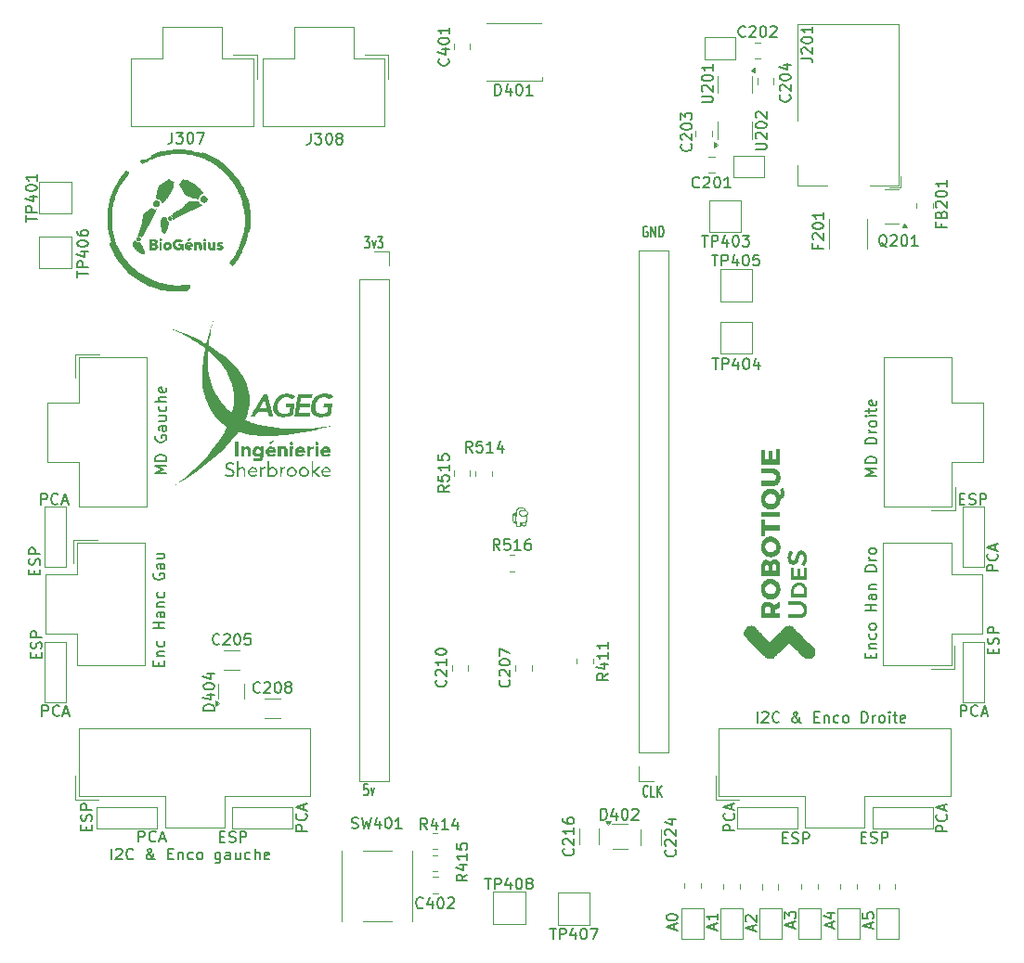
<source format=gbr>
%TF.GenerationSoftware,KiCad,Pcbnew,8.0.1-rc1*%
%TF.CreationDate,2024-04-06T08:28:56-04:00*%
%TF.ProjectId,ESP32_CHUNGUS_RAPIDUS,45535033-325f-4434-9855-4e4755535f52,rev?*%
%TF.SameCoordinates,Original*%
%TF.FileFunction,Legend,Top*%
%TF.FilePolarity,Positive*%
%FSLAX46Y46*%
G04 Gerber Fmt 4.6, Leading zero omitted, Abs format (unit mm)*
G04 Created by KiCad (PCBNEW 8.0.1-rc1) date 2024-04-06 08:28:56*
%MOMM*%
%LPD*%
G01*
G04 APERTURE LIST*
%ADD10C,0.000000*%
%ADD11C,0.150000*%
%ADD12C,0.120000*%
G04 APERTURE END LIST*
D10*
G36*
X53377600Y-37933495D02*
G01*
X53401790Y-37935521D01*
X53413453Y-37937098D01*
X53424823Y-37939052D01*
X53435901Y-37941381D01*
X53446684Y-37944087D01*
X53457171Y-37947169D01*
X53467359Y-37950627D01*
X53477246Y-37954462D01*
X53486832Y-37958672D01*
X53496114Y-37963259D01*
X53505090Y-37968222D01*
X53513759Y-37973561D01*
X53522118Y-37979277D01*
X53530166Y-37985368D01*
X53537902Y-37991836D01*
X53545322Y-37998680D01*
X53552427Y-38005900D01*
X53561689Y-38015114D01*
X53570037Y-38024224D01*
X53577483Y-38033210D01*
X53584037Y-38042055D01*
X53589713Y-38050740D01*
X53594521Y-38059249D01*
X53598474Y-38067562D01*
X53601584Y-38075662D01*
X53603861Y-38083530D01*
X53605318Y-38091149D01*
X53605967Y-38098500D01*
X53605818Y-38105565D01*
X53604885Y-38112327D01*
X53603179Y-38118766D01*
X53600711Y-38124866D01*
X53597494Y-38130607D01*
X53593538Y-38135972D01*
X53588857Y-38140943D01*
X53583461Y-38145501D01*
X53577362Y-38149629D01*
X53570572Y-38153309D01*
X53563103Y-38156522D01*
X53554967Y-38159250D01*
X53546175Y-38161475D01*
X53536740Y-38163179D01*
X53526672Y-38164345D01*
X53515984Y-38164953D01*
X53504687Y-38164986D01*
X53492793Y-38164426D01*
X53480314Y-38163255D01*
X53467262Y-38161454D01*
X53453648Y-38159006D01*
X53440753Y-38157383D01*
X53428038Y-38156208D01*
X53415569Y-38155468D01*
X53403411Y-38155147D01*
X53391629Y-38155232D01*
X53380289Y-38155707D01*
X53369455Y-38156558D01*
X53359192Y-38157771D01*
X53349566Y-38159331D01*
X53340642Y-38161225D01*
X53332485Y-38163436D01*
X53325160Y-38165951D01*
X53318732Y-38168756D01*
X53315875Y-38170262D01*
X53313266Y-38171835D01*
X53310914Y-38173474D01*
X53308828Y-38175176D01*
X53307014Y-38176939D01*
X53305482Y-38178762D01*
X53304222Y-38181062D01*
X53303218Y-38183330D01*
X53302466Y-38185564D01*
X53301961Y-38187761D01*
X53301698Y-38189919D01*
X53301673Y-38192034D01*
X53301881Y-38194103D01*
X53302318Y-38196125D01*
X53302979Y-38198096D01*
X53303860Y-38200013D01*
X53304956Y-38201875D01*
X53306263Y-38203678D01*
X53307776Y-38205419D01*
X53309491Y-38207096D01*
X53311403Y-38208706D01*
X53313508Y-38210247D01*
X53315800Y-38211715D01*
X53318277Y-38213108D01*
X53323762Y-38215658D01*
X53329927Y-38217876D01*
X53336736Y-38219739D01*
X53344152Y-38221225D01*
X53352141Y-38222314D01*
X53360664Y-38222983D01*
X53369687Y-38223211D01*
X53381443Y-38223611D01*
X53393529Y-38224786D01*
X53405899Y-38226703D01*
X53418507Y-38229327D01*
X53431306Y-38232624D01*
X53444251Y-38236559D01*
X53457296Y-38241099D01*
X53470394Y-38246208D01*
X53483499Y-38251852D01*
X53496566Y-38257998D01*
X53522397Y-38271655D01*
X53547520Y-38286903D01*
X53571564Y-38303468D01*
X53594162Y-38321075D01*
X53614944Y-38339449D01*
X53624538Y-38348837D01*
X53633541Y-38358314D01*
X53641904Y-38367846D01*
X53649584Y-38377397D01*
X53656532Y-38386934D01*
X53662704Y-38396422D01*
X53668052Y-38405827D01*
X53672532Y-38415114D01*
X53676097Y-38424249D01*
X53678700Y-38433199D01*
X53680295Y-38441927D01*
X53680838Y-38450400D01*
X53680295Y-38461594D01*
X53678692Y-38472929D01*
X53676072Y-38484373D01*
X53672474Y-38495892D01*
X53667939Y-38507455D01*
X53662508Y-38519029D01*
X53656222Y-38530581D01*
X53649121Y-38542078D01*
X53632636Y-38564781D01*
X53613381Y-38586876D01*
X53591681Y-38608102D01*
X53567860Y-38628200D01*
X53542246Y-38646909D01*
X53515163Y-38663969D01*
X53486936Y-38679118D01*
X53457893Y-38692097D01*
X53428357Y-38702645D01*
X53413507Y-38706926D01*
X53398655Y-38710502D01*
X53383844Y-38713340D01*
X53369112Y-38715407D01*
X53354502Y-38716672D01*
X53340054Y-38717100D01*
X53324853Y-38716589D01*
X53308964Y-38715094D01*
X53292511Y-38712673D01*
X53275617Y-38709383D01*
X53258404Y-38705284D01*
X53240997Y-38700432D01*
X53223516Y-38694885D01*
X53206087Y-38688702D01*
X53188831Y-38681940D01*
X53171871Y-38674657D01*
X53155332Y-38666911D01*
X53139335Y-38658760D01*
X53124003Y-38650262D01*
X53109460Y-38641474D01*
X53095829Y-38632455D01*
X53083232Y-38623262D01*
X52964698Y-38529423D01*
X53098048Y-38494850D01*
X53111984Y-38491376D01*
X53125955Y-38488358D01*
X53139883Y-38485789D01*
X53153688Y-38483661D01*
X53167290Y-38481967D01*
X53180611Y-38480699D01*
X53193569Y-38479852D01*
X53206087Y-38479417D01*
X53218083Y-38479386D01*
X53229479Y-38479754D01*
X53240195Y-38480512D01*
X53250151Y-38481654D01*
X53259268Y-38483172D01*
X53267466Y-38485059D01*
X53274666Y-38487308D01*
X53280788Y-38489911D01*
X53283131Y-38491677D01*
X53285526Y-38493271D01*
X53287969Y-38494698D01*
X53290453Y-38495959D01*
X53292974Y-38497057D01*
X53295525Y-38497996D01*
X53298101Y-38498776D01*
X53300697Y-38499403D01*
X53303308Y-38499877D01*
X53305928Y-38500202D01*
X53308552Y-38500381D01*
X53311173Y-38500416D01*
X53313788Y-38500309D01*
X53316389Y-38500065D01*
X53318973Y-38499684D01*
X53321533Y-38499171D01*
X53324065Y-38498528D01*
X53326562Y-38497757D01*
X53329019Y-38496861D01*
X53331430Y-38495844D01*
X53333792Y-38494706D01*
X53336097Y-38493453D01*
X53338341Y-38492085D01*
X53340517Y-38490606D01*
X53342622Y-38489018D01*
X53344648Y-38487325D01*
X53346592Y-38485529D01*
X53348447Y-38483632D01*
X53350207Y-38481637D01*
X53351869Y-38479548D01*
X53353425Y-38477366D01*
X53354871Y-38475095D01*
X53356059Y-38472766D01*
X53356850Y-38470411D01*
X53357252Y-38468032D01*
X53357273Y-38465632D01*
X53356921Y-38463214D01*
X53356206Y-38460781D01*
X53355134Y-38458335D01*
X53353713Y-38455880D01*
X53349861Y-38450949D01*
X53344713Y-38446011D01*
X53338336Y-38441088D01*
X53330794Y-38436201D01*
X53322152Y-38431372D01*
X53312475Y-38426622D01*
X53301829Y-38421974D01*
X53290279Y-38417449D01*
X53277890Y-38413068D01*
X53264726Y-38408854D01*
X53250854Y-38404828D01*
X53236337Y-38401012D01*
X53220667Y-38397893D01*
X53205199Y-38394124D01*
X53190020Y-38389747D01*
X53175218Y-38384806D01*
X53160879Y-38379343D01*
X53147090Y-38373404D01*
X53133937Y-38367030D01*
X53121508Y-38360265D01*
X53109889Y-38353154D01*
X53104410Y-38349481D01*
X53099167Y-38345738D01*
X53094170Y-38341930D01*
X53089429Y-38338062D01*
X53084956Y-38334140D01*
X53080762Y-38330169D01*
X53076857Y-38326155D01*
X53073253Y-38322102D01*
X53069959Y-38318017D01*
X53066987Y-38313905D01*
X53064349Y-38309772D01*
X53062054Y-38305622D01*
X53060113Y-38301461D01*
X53058538Y-38297295D01*
X53054686Y-38285972D01*
X53051458Y-38274261D01*
X53048840Y-38262203D01*
X53046817Y-38249845D01*
X53045377Y-38237229D01*
X53044506Y-38224401D01*
X53044189Y-38211405D01*
X53044415Y-38198285D01*
X53045169Y-38185086D01*
X53046437Y-38171851D01*
X53048206Y-38158625D01*
X53050463Y-38145453D01*
X53053194Y-38132378D01*
X53056385Y-38119445D01*
X53060022Y-38106699D01*
X53064093Y-38094183D01*
X53068584Y-38081942D01*
X53073480Y-38070020D01*
X53078769Y-38058462D01*
X53084437Y-38047312D01*
X53090471Y-38036614D01*
X53096856Y-38026412D01*
X53103579Y-38016751D01*
X53110627Y-38007675D01*
X53117986Y-37999229D01*
X53125643Y-37991456D01*
X53133583Y-37984402D01*
X53141794Y-37978109D01*
X53150262Y-37972624D01*
X53158973Y-37967989D01*
X53167914Y-37964250D01*
X53177071Y-37961450D01*
X53208959Y-37952942D01*
X53239791Y-37945939D01*
X53269552Y-37940441D01*
X53298228Y-37936447D01*
X53325804Y-37933958D01*
X53352266Y-37932974D01*
X53377600Y-37933495D01*
G37*
G36*
X52365541Y-37927483D02*
G01*
X52377598Y-37929405D01*
X52388511Y-37932803D01*
X52398347Y-37937836D01*
X52402881Y-37941016D01*
X52407169Y-37944663D01*
X52415044Y-37953444D01*
X52422037Y-37964337D01*
X52428211Y-37977502D01*
X52433634Y-37993097D01*
X52438369Y-38011283D01*
X52442482Y-38032218D01*
X52446038Y-38056061D01*
X52449101Y-38082972D01*
X52451738Y-38113109D01*
X52455992Y-38183700D01*
X52458024Y-38219254D01*
X52460440Y-38251899D01*
X52463275Y-38281737D01*
X52464861Y-38295636D01*
X52466565Y-38308870D01*
X52468393Y-38321453D01*
X52470348Y-38333398D01*
X52472435Y-38344717D01*
X52474659Y-38355423D01*
X52477023Y-38365528D01*
X52479534Y-38375046D01*
X52482194Y-38383988D01*
X52485009Y-38392368D01*
X52487983Y-38400198D01*
X52491121Y-38407491D01*
X52494427Y-38414259D01*
X52497906Y-38420516D01*
X52501562Y-38426273D01*
X52505400Y-38431544D01*
X52509424Y-38436341D01*
X52513639Y-38440676D01*
X52518049Y-38444564D01*
X52522660Y-38448015D01*
X52527474Y-38451043D01*
X52532498Y-38453660D01*
X52537734Y-38455880D01*
X52543189Y-38457714D01*
X52548866Y-38459176D01*
X52554771Y-38460277D01*
X52567112Y-38462333D01*
X52578259Y-38462834D01*
X52588293Y-38461613D01*
X52592916Y-38460304D01*
X52597291Y-38458503D01*
X52601428Y-38456188D01*
X52605335Y-38453339D01*
X52609024Y-38449934D01*
X52612504Y-38445953D01*
X52618876Y-38436180D01*
X52624532Y-38423854D01*
X52629552Y-38408807D01*
X52634015Y-38390873D01*
X52638000Y-38369886D01*
X52641587Y-38345680D01*
X52644856Y-38318088D01*
X52647886Y-38286944D01*
X52653548Y-38213333D01*
X52656295Y-38170512D01*
X52659085Y-38132604D01*
X52662078Y-38099311D01*
X52665432Y-38070337D01*
X52667295Y-38057377D01*
X52669308Y-38045386D01*
X52671490Y-38034326D01*
X52673863Y-38024160D01*
X52676446Y-38014852D01*
X52679258Y-38006364D01*
X52682320Y-37998659D01*
X52685651Y-37991701D01*
X52689272Y-37985451D01*
X52693201Y-37979873D01*
X52697461Y-37974930D01*
X52702069Y-37970585D01*
X52707046Y-37966801D01*
X52712412Y-37963540D01*
X52718187Y-37960765D01*
X52724390Y-37958441D01*
X52731042Y-37956528D01*
X52738163Y-37954991D01*
X52745771Y-37953792D01*
X52753888Y-37952894D01*
X52762534Y-37952260D01*
X52771727Y-37951853D01*
X52791837Y-37951572D01*
X52812757Y-37951771D01*
X52831174Y-37952701D01*
X52847248Y-37954861D01*
X52861136Y-37958749D01*
X52867311Y-37961498D01*
X52872999Y-37964866D01*
X52878220Y-37968916D01*
X52882995Y-37973711D01*
X52887342Y-37979312D01*
X52891283Y-37985782D01*
X52898024Y-38001579D01*
X52903375Y-38021601D01*
X52907496Y-38046347D01*
X52910547Y-38076317D01*
X52912686Y-38112009D01*
X52914073Y-38153923D01*
X52914866Y-38202559D01*
X52915310Y-38321989D01*
X52915310Y-38692405D01*
X52653548Y-38702283D01*
X52589844Y-38702880D01*
X52531928Y-38700807D01*
X52479568Y-38695826D01*
X52455399Y-38692171D01*
X52432533Y-38687698D01*
X52410940Y-38682379D01*
X52390591Y-38676184D01*
X52371458Y-38669083D01*
X52353511Y-38661046D01*
X52336722Y-38652042D01*
X52321061Y-38642044D01*
X52306500Y-38631019D01*
X52293010Y-38618940D01*
X52280561Y-38605775D01*
X52269125Y-38591495D01*
X52258674Y-38576070D01*
X52249177Y-38559470D01*
X52240606Y-38541666D01*
X52232933Y-38522628D01*
X52226127Y-38502325D01*
X52220161Y-38480728D01*
X52215005Y-38457807D01*
X52210630Y-38433532D01*
X52204109Y-38380802D01*
X52200367Y-38322299D01*
X52199171Y-38257783D01*
X52199342Y-38230201D01*
X52199846Y-38203118D01*
X52200668Y-38176686D01*
X52201794Y-38151057D01*
X52203210Y-38126383D01*
X52204900Y-38102816D01*
X52206851Y-38080508D01*
X52209048Y-38059611D01*
X52211477Y-38040276D01*
X52214122Y-38022656D01*
X52216970Y-38006902D01*
X52220006Y-37993167D01*
X52223216Y-37981603D01*
X52226585Y-37972360D01*
X52228325Y-37968657D01*
X52230098Y-37965592D01*
X52231905Y-37963184D01*
X52233742Y-37961450D01*
X52236973Y-37957806D01*
X52241064Y-37954293D01*
X52245951Y-37950924D01*
X52251569Y-37947714D01*
X52257852Y-37944678D01*
X52264736Y-37941829D01*
X52272155Y-37939184D01*
X52280045Y-37936756D01*
X52288340Y-37934559D01*
X52296974Y-37932608D01*
X52305884Y-37930917D01*
X52315003Y-37929502D01*
X52324267Y-37928376D01*
X52333611Y-37927553D01*
X52342969Y-37927049D01*
X52352276Y-37926878D01*
X52365541Y-37927483D01*
G37*
G36*
X51967986Y-37927301D02*
G01*
X51981994Y-37928875D01*
X51994354Y-37932055D01*
X52005165Y-37937296D01*
X52014529Y-37945055D01*
X52022547Y-37955788D01*
X52029321Y-37969950D01*
X52034952Y-37987997D01*
X52039542Y-38010385D01*
X52043190Y-38037569D01*
X52046000Y-38070006D01*
X52048071Y-38108151D01*
X52050406Y-38203389D01*
X52051004Y-38326928D01*
X52050923Y-38394846D01*
X52050589Y-38454481D01*
X52049864Y-38506345D01*
X52048612Y-38550953D01*
X52047744Y-38570696D01*
X52046693Y-38588818D01*
X52045442Y-38605383D01*
X52043972Y-38620454D01*
X52042267Y-38634097D01*
X52040310Y-38646375D01*
X52038083Y-38657353D01*
X52035570Y-38667094D01*
X52032753Y-38675663D01*
X52029615Y-38683125D01*
X52026138Y-38689543D01*
X52022307Y-38694981D01*
X52020252Y-38697353D01*
X52018102Y-38699505D01*
X52015855Y-38701443D01*
X52013508Y-38703177D01*
X52008507Y-38706063D01*
X52003082Y-38708226D01*
X51997215Y-38709730D01*
X51990890Y-38710641D01*
X51984089Y-38711021D01*
X51976796Y-38710936D01*
X51968992Y-38710449D01*
X51960661Y-38709625D01*
X51942349Y-38707222D01*
X51923977Y-38704211D01*
X51907661Y-38700499D01*
X51893254Y-38695730D01*
X51880612Y-38689550D01*
X51869591Y-38681605D01*
X51864643Y-38676860D01*
X51860046Y-38671541D01*
X51851833Y-38659002D01*
X51844805Y-38643634D01*
X51838820Y-38625083D01*
X51833731Y-38602995D01*
X51829395Y-38577014D01*
X51825667Y-38546786D01*
X51822402Y-38511957D01*
X51819455Y-38472172D01*
X51813937Y-38376317D01*
X51810918Y-38311764D01*
X51809230Y-38248832D01*
X51808815Y-38189141D01*
X51809616Y-38134311D01*
X51811574Y-38085964D01*
X51812969Y-38064728D01*
X51814632Y-38045720D01*
X51816555Y-38029143D01*
X51818732Y-38015199D01*
X51821154Y-38004091D01*
X51823816Y-37996022D01*
X51825333Y-37992347D01*
X51827102Y-37988734D01*
X51829114Y-37985186D01*
X51831359Y-37981707D01*
X51836512Y-37974969D01*
X51842490Y-37968550D01*
X51849221Y-37962478D01*
X51856632Y-37956782D01*
X51864650Y-37951491D01*
X51873204Y-37946634D01*
X51882221Y-37942240D01*
X51891629Y-37938338D01*
X51901354Y-37934957D01*
X51911326Y-37932126D01*
X51921472Y-37929873D01*
X51931718Y-37928229D01*
X51941994Y-37927221D01*
X51952226Y-37926878D01*
X51967986Y-37927301D01*
G37*
G36*
X51271278Y-37937099D02*
G01*
X51300843Y-37938116D01*
X51329612Y-37939783D01*
X51357476Y-37942080D01*
X51384328Y-37944985D01*
X51410058Y-37948476D01*
X51434558Y-37952531D01*
X51457720Y-37957128D01*
X51479435Y-37962247D01*
X51499595Y-37967865D01*
X51518090Y-37973960D01*
X51534813Y-37980511D01*
X51549655Y-37987496D01*
X51562507Y-37994894D01*
X51568154Y-37998740D01*
X51573262Y-38002682D01*
X51577818Y-38006716D01*
X51581810Y-38010839D01*
X51597193Y-38027682D01*
X51611809Y-38048353D01*
X51625587Y-38072511D01*
X51638452Y-38099816D01*
X51650334Y-38129928D01*
X51661160Y-38162507D01*
X51670857Y-38197213D01*
X51679353Y-38233706D01*
X51686575Y-38271646D01*
X51692452Y-38310693D01*
X51696911Y-38350507D01*
X51699880Y-38390748D01*
X51701286Y-38431075D01*
X51701057Y-38471150D01*
X51699120Y-38510631D01*
X51695404Y-38549179D01*
X51693309Y-38569507D01*
X51690678Y-38587947D01*
X51687439Y-38604578D01*
X51685569Y-38612240D01*
X51683520Y-38619480D01*
X51681283Y-38626308D01*
X51678849Y-38632733D01*
X51676209Y-38638766D01*
X51673353Y-38644416D01*
X51670273Y-38649693D01*
X51666960Y-38654608D01*
X51663404Y-38659170D01*
X51659597Y-38663390D01*
X51655530Y-38667276D01*
X51651193Y-38670840D01*
X51646578Y-38674091D01*
X51641675Y-38677039D01*
X51636475Y-38679694D01*
X51630970Y-38682066D01*
X51625150Y-38684165D01*
X51619006Y-38686000D01*
X51612529Y-38687583D01*
X51605711Y-38688922D01*
X51598541Y-38690028D01*
X51591012Y-38690910D01*
X51574838Y-38692045D01*
X51557115Y-38692405D01*
X51537005Y-38692124D01*
X51519167Y-38691084D01*
X51503441Y-38688987D01*
X51489668Y-38685537D01*
X51483465Y-38683212D01*
X51477690Y-38680438D01*
X51472324Y-38677177D01*
X51467347Y-38673393D01*
X51462739Y-38669048D01*
X51458480Y-38664105D01*
X51454550Y-38658527D01*
X51450929Y-38652277D01*
X51447598Y-38645319D01*
X51444536Y-38637614D01*
X51439141Y-38619818D01*
X51434586Y-38598592D01*
X51430710Y-38573641D01*
X51427356Y-38544667D01*
X51424363Y-38511374D01*
X51418826Y-38430645D01*
X51416035Y-38391897D01*
X51413164Y-38357034D01*
X51410134Y-38325890D01*
X51408534Y-38311660D01*
X51406865Y-38298298D01*
X51405116Y-38285782D01*
X51403278Y-38274091D01*
X51401340Y-38263206D01*
X51399293Y-38253105D01*
X51397126Y-38243767D01*
X51394830Y-38235171D01*
X51392395Y-38227297D01*
X51389810Y-38220124D01*
X51387067Y-38213631D01*
X51384154Y-38207797D01*
X51381062Y-38202602D01*
X51377781Y-38198025D01*
X51374302Y-38194044D01*
X51370613Y-38190639D01*
X51366706Y-38187790D01*
X51362569Y-38185475D01*
X51358194Y-38183674D01*
X51353570Y-38182365D01*
X51348688Y-38181529D01*
X51343537Y-38181144D01*
X51338107Y-38181189D01*
X51332389Y-38181644D01*
X51326373Y-38182488D01*
X51320048Y-38183700D01*
X51308467Y-38186264D01*
X51297775Y-38190317D01*
X51287937Y-38195963D01*
X51278917Y-38203301D01*
X51270678Y-38212434D01*
X51263184Y-38223462D01*
X51256399Y-38236487D01*
X51250287Y-38251610D01*
X51244811Y-38268932D01*
X51239936Y-38288555D01*
X51235626Y-38310579D01*
X51231843Y-38335107D01*
X51228552Y-38362240D01*
X51225718Y-38392078D01*
X51223302Y-38424724D01*
X51221270Y-38460277D01*
X51218524Y-38502229D01*
X51215734Y-38539377D01*
X51212741Y-38572011D01*
X51209387Y-38600419D01*
X51207524Y-38613129D01*
X51205511Y-38624892D01*
X51203329Y-38635743D01*
X51200956Y-38645718D01*
X51198373Y-38654854D01*
X51195561Y-38663187D01*
X51192499Y-38670754D01*
X51189168Y-38677589D01*
X51185547Y-38683730D01*
X51181618Y-38689213D01*
X51177358Y-38694074D01*
X51172750Y-38698348D01*
X51167773Y-38702073D01*
X51162407Y-38705284D01*
X51156632Y-38708017D01*
X51150429Y-38710309D01*
X51143777Y-38712196D01*
X51136656Y-38713714D01*
X51129047Y-38714900D01*
X51120930Y-38715788D01*
X51112285Y-38716417D01*
X51103092Y-38716820D01*
X51082982Y-38717100D01*
X51062931Y-38716896D01*
X51045275Y-38715933D01*
X51029861Y-38713682D01*
X51016539Y-38709615D01*
X51010614Y-38706735D01*
X51005155Y-38703204D01*
X51000142Y-38698954D01*
X50995558Y-38693920D01*
X50991382Y-38688036D01*
X50987596Y-38681237D01*
X50981117Y-38664624D01*
X50975970Y-38643556D01*
X50972002Y-38617503D01*
X50969061Y-38585936D01*
X50966995Y-38548329D01*
X50964883Y-38452880D01*
X50964449Y-38326928D01*
X50964449Y-37936756D01*
X51241026Y-37936756D01*
X51271278Y-37937099D01*
G37*
G36*
X50511118Y-37927492D02*
G01*
X50527193Y-37929299D01*
X50543426Y-37932250D01*
X50559768Y-37936293D01*
X50576168Y-37941378D01*
X50592575Y-37947454D01*
X50608939Y-37954470D01*
X50625209Y-37962376D01*
X50641333Y-37971122D01*
X50657263Y-37980656D01*
X50672947Y-37990928D01*
X50688334Y-38001887D01*
X50718015Y-38025665D01*
X50745903Y-38051585D01*
X50771591Y-38079241D01*
X50783483Y-38093593D01*
X50794674Y-38108228D01*
X50805113Y-38123094D01*
X50814748Y-38138141D01*
X50823530Y-38153318D01*
X50831407Y-38168574D01*
X50838330Y-38183860D01*
X50844246Y-38199124D01*
X50849107Y-38214316D01*
X50852860Y-38229384D01*
X50855456Y-38244279D01*
X50856844Y-38258950D01*
X50856973Y-38273346D01*
X50855793Y-38287416D01*
X50853504Y-38303348D01*
X50850217Y-38317870D01*
X50845744Y-38331074D01*
X50839896Y-38343056D01*
X50832485Y-38353910D01*
X50828135Y-38358943D01*
X50823324Y-38363728D01*
X50812223Y-38372607D01*
X50798996Y-38380639D01*
X50783453Y-38387918D01*
X50765407Y-38394539D01*
X50744670Y-38400596D01*
X50721054Y-38406182D01*
X50694370Y-38411392D01*
X50664430Y-38416320D01*
X50631047Y-38421060D01*
X50594032Y-38425706D01*
X50547266Y-38431256D01*
X50506975Y-38436770D01*
X50473151Y-38442212D01*
X50445788Y-38447545D01*
X50424879Y-38452734D01*
X50410415Y-38457741D01*
X50405599Y-38460166D01*
X50402391Y-38462532D01*
X50400791Y-38464834D01*
X50400798Y-38467069D01*
X50402411Y-38469231D01*
X50405630Y-38471317D01*
X50410452Y-38473321D01*
X50416878Y-38475239D01*
X50434537Y-38478800D01*
X50458598Y-38481963D01*
X50489055Y-38484691D01*
X50525900Y-38486950D01*
X50569126Y-38488702D01*
X50618726Y-38489911D01*
X50638940Y-38490730D01*
X50657906Y-38492237D01*
X50675622Y-38494397D01*
X50692086Y-38497175D01*
X50707295Y-38500535D01*
X50721246Y-38504442D01*
X50733936Y-38508861D01*
X50745362Y-38513757D01*
X50755523Y-38519094D01*
X50764415Y-38524837D01*
X50772035Y-38530951D01*
X50778382Y-38537400D01*
X50783451Y-38544149D01*
X50787240Y-38551164D01*
X50789748Y-38558408D01*
X50790970Y-38565847D01*
X50790904Y-38573445D01*
X50789548Y-38581166D01*
X50786899Y-38588977D01*
X50782954Y-38596840D01*
X50777710Y-38604722D01*
X50771165Y-38612587D01*
X50763316Y-38620399D01*
X50754160Y-38628123D01*
X50743695Y-38635724D01*
X50731917Y-38643168D01*
X50718824Y-38650417D01*
X50704414Y-38657438D01*
X50688684Y-38664195D01*
X50671630Y-38670652D01*
X50653251Y-38676775D01*
X50633543Y-38682527D01*
X50614506Y-38687666D01*
X50595384Y-38691976D01*
X50576205Y-38695469D01*
X50557000Y-38698155D01*
X50537799Y-38700045D01*
X50518631Y-38701150D01*
X50499526Y-38701481D01*
X50480515Y-38701049D01*
X50461626Y-38699864D01*
X50442890Y-38697938D01*
X50424338Y-38695281D01*
X50405997Y-38691904D01*
X50387899Y-38687818D01*
X50370073Y-38683034D01*
X50352549Y-38677563D01*
X50335357Y-38671415D01*
X50318527Y-38664602D01*
X50302089Y-38657134D01*
X50286072Y-38649022D01*
X50270506Y-38640277D01*
X50255421Y-38630910D01*
X50240847Y-38620931D01*
X50226814Y-38610352D01*
X50213352Y-38599184D01*
X50200490Y-38587436D01*
X50188258Y-38575121D01*
X50176687Y-38562249D01*
X50165805Y-38548830D01*
X50155644Y-38534876D01*
X50146232Y-38520398D01*
X50137600Y-38505406D01*
X50129777Y-38489911D01*
X50115203Y-38456005D01*
X50103008Y-38424471D01*
X50093260Y-38395021D01*
X50089323Y-38380987D01*
X50086021Y-38367365D01*
X50083364Y-38354120D01*
X50081358Y-38341214D01*
X50080013Y-38328613D01*
X50079336Y-38316279D01*
X50079336Y-38304176D01*
X50080020Y-38292269D01*
X50081397Y-38280521D01*
X50083474Y-38268896D01*
X50086261Y-38257358D01*
X50089765Y-38245871D01*
X50093994Y-38234398D01*
X50098957Y-38222903D01*
X50104661Y-38211350D01*
X50111115Y-38199704D01*
X50118326Y-38187927D01*
X50118977Y-38186952D01*
X50391787Y-38186952D01*
X50391908Y-38189384D01*
X50392367Y-38191748D01*
X50393158Y-38194041D01*
X50394275Y-38196262D01*
X50395711Y-38198408D01*
X50397460Y-38200479D01*
X50399515Y-38202472D01*
X50401871Y-38204385D01*
X50404520Y-38206217D01*
X50410676Y-38209629D01*
X50417931Y-38212694D01*
X50426235Y-38215398D01*
X50435538Y-38217725D01*
X50445788Y-38219661D01*
X50456935Y-38221193D01*
X50468929Y-38222304D01*
X50481719Y-38222982D01*
X50495254Y-38223211D01*
X50502111Y-38223154D01*
X50508789Y-38222982D01*
X50515280Y-38222698D01*
X50521579Y-38222304D01*
X50527678Y-38221802D01*
X50533573Y-38221193D01*
X50539255Y-38220479D01*
X50544720Y-38219661D01*
X50549961Y-38218743D01*
X50554970Y-38217725D01*
X50559743Y-38216609D01*
X50564273Y-38215398D01*
X50568553Y-38214092D01*
X50572577Y-38212694D01*
X50576339Y-38211206D01*
X50579833Y-38209629D01*
X50583051Y-38207966D01*
X50585988Y-38206217D01*
X50588638Y-38204385D01*
X50590994Y-38202472D01*
X50593049Y-38200479D01*
X50594798Y-38198408D01*
X50596234Y-38196262D01*
X50597350Y-38194041D01*
X50598142Y-38191748D01*
X50598601Y-38189384D01*
X50598722Y-38186952D01*
X50598498Y-38184453D01*
X50597924Y-38181888D01*
X50596992Y-38179261D01*
X50595697Y-38176571D01*
X50594032Y-38173823D01*
X50592557Y-38171074D01*
X50590915Y-38168384D01*
X50587154Y-38163192D01*
X50582800Y-38158261D01*
X50577903Y-38153604D01*
X50572515Y-38149236D01*
X50566685Y-38145173D01*
X50560464Y-38141428D01*
X50553904Y-38138015D01*
X50547053Y-38134950D01*
X50539965Y-38132247D01*
X50532688Y-38129920D01*
X50525273Y-38127983D01*
X50517772Y-38126452D01*
X50510235Y-38125340D01*
X50502712Y-38124663D01*
X50495254Y-38124433D01*
X50487796Y-38124663D01*
X50480273Y-38125340D01*
X50472736Y-38126452D01*
X50465235Y-38127983D01*
X50457820Y-38129920D01*
X50450543Y-38132247D01*
X50443455Y-38134950D01*
X50436605Y-38138015D01*
X50430044Y-38141428D01*
X50423823Y-38145173D01*
X50420856Y-38147166D01*
X50417993Y-38149236D01*
X50415241Y-38151383D01*
X50412605Y-38153604D01*
X50410092Y-38155897D01*
X50407708Y-38158261D01*
X50405460Y-38160693D01*
X50403354Y-38163192D01*
X50401396Y-38165757D01*
X50399593Y-38168384D01*
X50397951Y-38171074D01*
X50396476Y-38173823D01*
X50394811Y-38176571D01*
X50393516Y-38179261D01*
X50392584Y-38181888D01*
X50392010Y-38184453D01*
X50391787Y-38186952D01*
X50118977Y-38186952D01*
X50126304Y-38175983D01*
X50135056Y-38163837D01*
X50144590Y-38151453D01*
X50166037Y-38125823D01*
X50190711Y-38098803D01*
X50218677Y-38070105D01*
X50235565Y-38054661D01*
X50252844Y-38039845D01*
X50270441Y-38025710D01*
X50288284Y-38012305D01*
X50306301Y-37999682D01*
X50324419Y-37987891D01*
X50342566Y-37976982D01*
X50360670Y-37967006D01*
X50378658Y-37958015D01*
X50396457Y-37950058D01*
X50413997Y-37943186D01*
X50431203Y-37937450D01*
X50448004Y-37932901D01*
X50464328Y-37929589D01*
X50480102Y-37927564D01*
X50495254Y-37926878D01*
X50511118Y-37927492D01*
G37*
G36*
X48569271Y-37936579D02*
G01*
X48597736Y-37939643D01*
X48625731Y-37944656D01*
X48653146Y-37951561D01*
X48679875Y-37960301D01*
X48705808Y-37970819D01*
X48730836Y-37983058D01*
X48754852Y-37996961D01*
X48777746Y-38012471D01*
X48799410Y-38029530D01*
X48819736Y-38048083D01*
X48838615Y-38068072D01*
X48855939Y-38089441D01*
X48871598Y-38112131D01*
X48885485Y-38136086D01*
X48897491Y-38161250D01*
X48907508Y-38187565D01*
X48915426Y-38214974D01*
X48921138Y-38243420D01*
X48924534Y-38272847D01*
X48925508Y-38303197D01*
X48923948Y-38334413D01*
X48919749Y-38366439D01*
X48912721Y-38405588D01*
X48904508Y-38441641D01*
X48894963Y-38474742D01*
X48883942Y-38505036D01*
X48877833Y-38519176D01*
X48871300Y-38532668D01*
X48864327Y-38545531D01*
X48856894Y-38557782D01*
X48848983Y-38569440D01*
X48840577Y-38580523D01*
X48831657Y-38591049D01*
X48822206Y-38601036D01*
X48812204Y-38610502D01*
X48801635Y-38619465D01*
X48790480Y-38627944D01*
X48778720Y-38635956D01*
X48766339Y-38643519D01*
X48753317Y-38650652D01*
X48739637Y-38657372D01*
X48725280Y-38663698D01*
X48694465Y-38675240D01*
X48660727Y-38685422D01*
X48623922Y-38694388D01*
X48583904Y-38702283D01*
X48548740Y-38706230D01*
X48514595Y-38707056D01*
X48481533Y-38704912D01*
X48449619Y-38699949D01*
X48418916Y-38692316D01*
X48389490Y-38682164D01*
X48361404Y-38669642D01*
X48334722Y-38654901D01*
X48309509Y-38638091D01*
X48285829Y-38619361D01*
X48263745Y-38598863D01*
X48243324Y-38576747D01*
X48224627Y-38553161D01*
X48207720Y-38528257D01*
X48192668Y-38502185D01*
X48179533Y-38475094D01*
X48168380Y-38447135D01*
X48159274Y-38418459D01*
X48152279Y-38389214D01*
X48147459Y-38359551D01*
X48144878Y-38329621D01*
X48144861Y-38327766D01*
X48398536Y-38327766D01*
X48398858Y-38342134D01*
X48400319Y-38355886D01*
X48402863Y-38368986D01*
X48406435Y-38381398D01*
X48410978Y-38393088D01*
X48416436Y-38404020D01*
X48422754Y-38414159D01*
X48429874Y-38423470D01*
X48437742Y-38431917D01*
X48446300Y-38439465D01*
X48455493Y-38446079D01*
X48465265Y-38451723D01*
X48475560Y-38456363D01*
X48486321Y-38459963D01*
X48497493Y-38462487D01*
X48509019Y-38463901D01*
X48520844Y-38464169D01*
X48532911Y-38463256D01*
X48545165Y-38461127D01*
X48557549Y-38457746D01*
X48570006Y-38453078D01*
X48582482Y-38447088D01*
X48594920Y-38439741D01*
X48607264Y-38431001D01*
X48619458Y-38420833D01*
X48631446Y-38409202D01*
X48643171Y-38396072D01*
X48651853Y-38385293D01*
X48659377Y-38375120D01*
X48665743Y-38365469D01*
X48668492Y-38360812D01*
X48670952Y-38356252D01*
X48673123Y-38351780D01*
X48675004Y-38347383D01*
X48676595Y-38343051D01*
X48677898Y-38338773D01*
X48678910Y-38334539D01*
X48679634Y-38330338D01*
X48680068Y-38326158D01*
X48680213Y-38321989D01*
X48680068Y-38317820D01*
X48679634Y-38313640D01*
X48678910Y-38309439D01*
X48677898Y-38305205D01*
X48676595Y-38300927D01*
X48675004Y-38296595D01*
X48673123Y-38292198D01*
X48670952Y-38287726D01*
X48668492Y-38283166D01*
X48665743Y-38278509D01*
X48659377Y-38268858D01*
X48651853Y-38258686D01*
X48643171Y-38247906D01*
X48636410Y-38240563D01*
X48629136Y-38233379D01*
X48621413Y-38226397D01*
X48613306Y-38219662D01*
X48604881Y-38213216D01*
X48596203Y-38207102D01*
X48587337Y-38201365D01*
X48578348Y-38196048D01*
X48569301Y-38191193D01*
X48560261Y-38186845D01*
X48551294Y-38183047D01*
X48542464Y-38179842D01*
X48533837Y-38177274D01*
X48525477Y-38175385D01*
X48517450Y-38174221D01*
X48509821Y-38173823D01*
X48506552Y-38173923D01*
X48503233Y-38174221D01*
X48499870Y-38174710D01*
X48496471Y-38175385D01*
X48493043Y-38176242D01*
X48489593Y-38177274D01*
X48486129Y-38178475D01*
X48482657Y-38179842D01*
X48475721Y-38183047D01*
X48468844Y-38186845D01*
X48462082Y-38191193D01*
X48455493Y-38196048D01*
X48449136Y-38201365D01*
X48443069Y-38207102D01*
X48437349Y-38213216D01*
X48432034Y-38219662D01*
X48427182Y-38226397D01*
X48422850Y-38233379D01*
X48420898Y-38236948D01*
X48419098Y-38240563D01*
X48417457Y-38244217D01*
X48415982Y-38247906D01*
X48409766Y-38264829D01*
X48404969Y-38281312D01*
X48401535Y-38297319D01*
X48399410Y-38312816D01*
X48398536Y-38327766D01*
X48144861Y-38327766D01*
X48144600Y-38299573D01*
X48146690Y-38269558D01*
X48151211Y-38239725D01*
X48158229Y-38210226D01*
X48167807Y-38181209D01*
X48180009Y-38152825D01*
X48194899Y-38125224D01*
X48212543Y-38098557D01*
X48233003Y-38072973D01*
X48256345Y-38048623D01*
X48282632Y-38025656D01*
X48309831Y-38006098D01*
X48337645Y-37989059D01*
X48365965Y-37974482D01*
X48394683Y-37962309D01*
X48423691Y-37952484D01*
X48452879Y-37944949D01*
X48482140Y-37939648D01*
X48511364Y-37936524D01*
X48540444Y-37935520D01*
X48569271Y-37936579D01*
G37*
G36*
X47881077Y-37933051D02*
G01*
X47889248Y-37933533D01*
X47897973Y-37934354D01*
X47917154Y-37936756D01*
X47935466Y-37939725D01*
X47951601Y-37943383D01*
X47965695Y-37948183D01*
X47977887Y-37954582D01*
X47988314Y-37963036D01*
X47997112Y-37974000D01*
X48004420Y-37987930D01*
X48010376Y-38005283D01*
X48015116Y-38026513D01*
X48018778Y-38052077D01*
X48021499Y-38082430D01*
X48023418Y-38118028D01*
X48025395Y-38206784D01*
X48025810Y-38321989D01*
X48025729Y-38383126D01*
X48025395Y-38437194D01*
X48024670Y-38484650D01*
X48023418Y-38525950D01*
X48022550Y-38544433D01*
X48021499Y-38561548D01*
X48020247Y-38577352D01*
X48018778Y-38591901D01*
X48017073Y-38605253D01*
X48015116Y-38617465D01*
X48012889Y-38628593D01*
X48010376Y-38638695D01*
X48007559Y-38647828D01*
X48004420Y-38656048D01*
X48000944Y-38663412D01*
X47997112Y-38669978D01*
X47992908Y-38675802D01*
X47988314Y-38680942D01*
X47983312Y-38685454D01*
X47977887Y-38689396D01*
X47972021Y-38692824D01*
X47965695Y-38695795D01*
X47958895Y-38698366D01*
X47951601Y-38700595D01*
X47943797Y-38702538D01*
X47935466Y-38704252D01*
X47917154Y-38707222D01*
X47897973Y-38709624D01*
X47881077Y-38710927D01*
X47866323Y-38710608D01*
X47853566Y-38708148D01*
X47847891Y-38705953D01*
X47842661Y-38703026D01*
X47837858Y-38699304D01*
X47833463Y-38694721D01*
X47829459Y-38689212D01*
X47825828Y-38682711D01*
X47819611Y-38666477D01*
X47814667Y-38645496D01*
X47810852Y-38619248D01*
X47808021Y-38587213D01*
X47806029Y-38548869D01*
X47803984Y-38451172D01*
X47803560Y-38321989D01*
X47803642Y-38253201D01*
X47803984Y-38192806D01*
X47804732Y-38140282D01*
X47806029Y-38095109D01*
X47806929Y-38075116D01*
X47808021Y-38056765D01*
X47809323Y-38039991D01*
X47810852Y-38024730D01*
X47812628Y-38010915D01*
X47814667Y-37998482D01*
X47816989Y-37987366D01*
X47819611Y-37977502D01*
X47822551Y-37968824D01*
X47825828Y-37961267D01*
X47829459Y-37954767D01*
X47833463Y-37949257D01*
X47837858Y-37944674D01*
X47840207Y-37942709D01*
X47842661Y-37940952D01*
X47847891Y-37938025D01*
X47853566Y-37935830D01*
X47859704Y-37934299D01*
X47866323Y-37933370D01*
X47873442Y-37932976D01*
X47881077Y-37933051D01*
G37*
G36*
X45704532Y-37877489D02*
G01*
X45716146Y-37887551D01*
X45728686Y-37897331D01*
X45742037Y-37906779D01*
X45756082Y-37915843D01*
X45770706Y-37924473D01*
X45785792Y-37932618D01*
X45801226Y-37940227D01*
X45816892Y-37947251D01*
X45832673Y-37953638D01*
X45848455Y-37959338D01*
X45864120Y-37964300D01*
X45879554Y-37968473D01*
X45894641Y-37971807D01*
X45909265Y-37974251D01*
X45923310Y-37975755D01*
X45936660Y-37976267D01*
X45956384Y-37976957D01*
X45974994Y-37979238D01*
X45992765Y-37983430D01*
X46009972Y-37989849D01*
X46026889Y-37998815D01*
X46043792Y-38010646D01*
X46060955Y-38025661D01*
X46078653Y-38044177D01*
X46097162Y-38066513D01*
X46116756Y-38092987D01*
X46137710Y-38123918D01*
X46160299Y-38159623D01*
X46184798Y-38200422D01*
X46211482Y-38246632D01*
X46272504Y-38356561D01*
X46316552Y-38439976D01*
X46356099Y-38518030D01*
X46391161Y-38590803D01*
X46421751Y-38658374D01*
X46447886Y-38720823D01*
X46459286Y-38750151D01*
X46469578Y-38778229D01*
X46478762Y-38805066D01*
X46486842Y-38830672D01*
X46493818Y-38855057D01*
X46499693Y-38878232D01*
X46504468Y-38900205D01*
X46508146Y-38920988D01*
X46510727Y-38940589D01*
X46512214Y-38959019D01*
X46512609Y-38976289D01*
X46511913Y-38992406D01*
X46510128Y-39007383D01*
X46507256Y-39021228D01*
X46503299Y-39033952D01*
X46498258Y-39045565D01*
X46492136Y-39056076D01*
X46484934Y-39065495D01*
X46476655Y-39073833D01*
X46467299Y-39081099D01*
X46456868Y-39087303D01*
X46445365Y-39092456D01*
X46432192Y-39096759D01*
X46417708Y-39099503D01*
X46401964Y-39100720D01*
X46385009Y-39100443D01*
X46347665Y-39095538D01*
X46306073Y-39085048D01*
X46260634Y-39069232D01*
X46211743Y-39048353D01*
X46159799Y-39022670D01*
X46105200Y-38992443D01*
X46048343Y-38957933D01*
X45989628Y-38919401D01*
X45929451Y-38877107D01*
X45868210Y-38831311D01*
X45806304Y-38782275D01*
X45744130Y-38730257D01*
X45682087Y-38675519D01*
X45620571Y-38618322D01*
X45576659Y-38575834D01*
X45537362Y-38537014D01*
X45502436Y-38501478D01*
X45471633Y-38468843D01*
X45444708Y-38438727D01*
X45421414Y-38410744D01*
X45401507Y-38384512D01*
X45392746Y-38371933D01*
X45384739Y-38359648D01*
X45377456Y-38347608D01*
X45370865Y-38335767D01*
X45364937Y-38324076D01*
X45359640Y-38312487D01*
X45354943Y-38300952D01*
X45350816Y-38289424D01*
X45347228Y-38277854D01*
X45344148Y-38266195D01*
X45341545Y-38254398D01*
X45339390Y-38242415D01*
X45336296Y-38217703D01*
X45334620Y-38191674D01*
X45334116Y-38163944D01*
X45334528Y-38138807D01*
X45335794Y-38115182D01*
X45337957Y-38092961D01*
X45341061Y-38072035D01*
X45342979Y-38062023D01*
X45345149Y-38052295D01*
X45347575Y-38042836D01*
X45350264Y-38033633D01*
X45353220Y-38024673D01*
X45356449Y-38015941D01*
X45359957Y-38007424D01*
X45363749Y-37999109D01*
X45367830Y-37990983D01*
X45372206Y-37983030D01*
X45376883Y-37975239D01*
X45381865Y-37967595D01*
X45387158Y-37960085D01*
X45392767Y-37952695D01*
X45398699Y-37945412D01*
X45404958Y-37938222D01*
X45411550Y-37931112D01*
X45418479Y-37924068D01*
X45433376Y-37910123D01*
X45449690Y-37896279D01*
X45467466Y-37882428D01*
X45595877Y-37778711D01*
X45704532Y-37877489D01*
G37*
G36*
X47219951Y-37680450D02*
G01*
X47252663Y-37681982D01*
X47284305Y-37684504D01*
X47314851Y-37687988D01*
X47344272Y-37692410D01*
X47372539Y-37697742D01*
X47399626Y-37703958D01*
X47425503Y-37711033D01*
X47450144Y-37718940D01*
X47473519Y-37727653D01*
X47495601Y-37737145D01*
X47516362Y-37747390D01*
X47535773Y-37758363D01*
X47553807Y-37770036D01*
X47570436Y-37782384D01*
X47585631Y-37795380D01*
X47599365Y-37808999D01*
X47611610Y-37823213D01*
X47622337Y-37837998D01*
X47631519Y-37853325D01*
X47639127Y-37869170D01*
X47645133Y-37885507D01*
X47649510Y-37902307D01*
X47652229Y-37919547D01*
X47653263Y-37937199D01*
X47652583Y-37955237D01*
X47650161Y-37973635D01*
X47645969Y-37992366D01*
X47639979Y-38011406D01*
X47632164Y-38030726D01*
X47622494Y-38050301D01*
X47610943Y-38070105D01*
X47606719Y-38077968D01*
X47603313Y-38086707D01*
X47600731Y-38096270D01*
X47598982Y-38106607D01*
X47598071Y-38117668D01*
X47598008Y-38129401D01*
X47598797Y-38141757D01*
X47600448Y-38154684D01*
X47602967Y-38168132D01*
X47606361Y-38182050D01*
X47610638Y-38196388D01*
X47615805Y-38211095D01*
X47621869Y-38226121D01*
X47628837Y-38241414D01*
X47636717Y-38256924D01*
X47645515Y-38272600D01*
X47658538Y-38294638D01*
X47669824Y-38314629D01*
X47679374Y-38332840D01*
X47687187Y-38349539D01*
X47690443Y-38357405D01*
X47693265Y-38364993D01*
X47695652Y-38372338D01*
X47697605Y-38379471D01*
X47699125Y-38386428D01*
X47700210Y-38393240D01*
X47700861Y-38399942D01*
X47701078Y-38406568D01*
X47700861Y-38413150D01*
X47700210Y-38419722D01*
X47699125Y-38426317D01*
X47697605Y-38432970D01*
X47695652Y-38439712D01*
X47693265Y-38446579D01*
X47690443Y-38453603D01*
X47687187Y-38460818D01*
X47683498Y-38468258D01*
X47679374Y-38475955D01*
X47669824Y-38492256D01*
X47658538Y-38509989D01*
X47645515Y-38529423D01*
X47628612Y-38552692D01*
X47609371Y-38574355D01*
X47587772Y-38594426D01*
X47563792Y-38612920D01*
X47537411Y-38629852D01*
X47508606Y-38645235D01*
X47477356Y-38659085D01*
X47443638Y-38671415D01*
X47407432Y-38682241D01*
X47368716Y-38691576D01*
X47327467Y-38699435D01*
X47283665Y-38705833D01*
X47237287Y-38710784D01*
X47188311Y-38714303D01*
X47136717Y-38716403D01*
X47082482Y-38717100D01*
X46914560Y-38717100D01*
X46914560Y-38371378D01*
X47161504Y-38371378D01*
X47161914Y-38384696D01*
X47163164Y-38396892D01*
X47164112Y-38402581D01*
X47165281Y-38408004D01*
X47166674Y-38413164D01*
X47168295Y-38418066D01*
X47170148Y-38422715D01*
X47172236Y-38427115D01*
X47174562Y-38431272D01*
X47177131Y-38435188D01*
X47179946Y-38438870D01*
X47183011Y-38442320D01*
X47186329Y-38445545D01*
X47189903Y-38448548D01*
X47193738Y-38451335D01*
X47197837Y-38453908D01*
X47202204Y-38456274D01*
X47206842Y-38458436D01*
X47211755Y-38460399D01*
X47216946Y-38462168D01*
X47222420Y-38463747D01*
X47228180Y-38465140D01*
X47240570Y-38467389D01*
X47254147Y-38468950D01*
X47268940Y-38469861D01*
X47284977Y-38470156D01*
X47301014Y-38469861D01*
X47315806Y-38468950D01*
X47322745Y-38468253D01*
X47329383Y-38467389D01*
X47335725Y-38466353D01*
X47341774Y-38465140D01*
X47347533Y-38463747D01*
X47353007Y-38462168D01*
X47358198Y-38460399D01*
X47363111Y-38458436D01*
X47367749Y-38456274D01*
X47372116Y-38453908D01*
X47376215Y-38451335D01*
X47380050Y-38448548D01*
X47383625Y-38445545D01*
X47386943Y-38442320D01*
X47390007Y-38438870D01*
X47392822Y-38435188D01*
X47395391Y-38431272D01*
X47397717Y-38427115D01*
X47399805Y-38422715D01*
X47401658Y-38418066D01*
X47403279Y-38413164D01*
X47404672Y-38408004D01*
X47405841Y-38402581D01*
X47406790Y-38396892D01*
X47407521Y-38390932D01*
X47408039Y-38384696D01*
X47408347Y-38378179D01*
X47408449Y-38371378D01*
X47408039Y-38358060D01*
X47406790Y-38345864D01*
X47405841Y-38340175D01*
X47404672Y-38334752D01*
X47403279Y-38329592D01*
X47401658Y-38324690D01*
X47399805Y-38320041D01*
X47397717Y-38315641D01*
X47395391Y-38311484D01*
X47392822Y-38307568D01*
X47390007Y-38303887D01*
X47386943Y-38300436D01*
X47383625Y-38297211D01*
X47380050Y-38294208D01*
X47376215Y-38291422D01*
X47372116Y-38288848D01*
X47367749Y-38286483D01*
X47363111Y-38284320D01*
X47358198Y-38282357D01*
X47353007Y-38280589D01*
X47347533Y-38279010D01*
X47341774Y-38277616D01*
X47329383Y-38275368D01*
X47315806Y-38273806D01*
X47301014Y-38272896D01*
X47284977Y-38272600D01*
X47268940Y-38272896D01*
X47254147Y-38273806D01*
X47247209Y-38274503D01*
X47240570Y-38275368D01*
X47234228Y-38276404D01*
X47228180Y-38277616D01*
X47222420Y-38279010D01*
X47216946Y-38280589D01*
X47211755Y-38282357D01*
X47206842Y-38284320D01*
X47202204Y-38286483D01*
X47197837Y-38288848D01*
X47193738Y-38291422D01*
X47189903Y-38294208D01*
X47186329Y-38297211D01*
X47183011Y-38300436D01*
X47179946Y-38303887D01*
X47177131Y-38307568D01*
X47174562Y-38311484D01*
X47172236Y-38315641D01*
X47170148Y-38320041D01*
X47168295Y-38324690D01*
X47166674Y-38329592D01*
X47165281Y-38334752D01*
X47164112Y-38340175D01*
X47163164Y-38345864D01*
X47162432Y-38351824D01*
X47161914Y-38358060D01*
X47161606Y-38364577D01*
X47161504Y-38371378D01*
X46914560Y-38371378D01*
X46914560Y-37976267D01*
X47161504Y-37976267D01*
X47161606Y-37982199D01*
X47161908Y-37987957D01*
X47162412Y-37993539D01*
X47163115Y-37998945D01*
X47164018Y-38004174D01*
X47165118Y-38009225D01*
X47166416Y-38014096D01*
X47167910Y-38018788D01*
X47169599Y-38023298D01*
X47171482Y-38027627D01*
X47173559Y-38031774D01*
X47175829Y-38035736D01*
X47178291Y-38039514D01*
X47180943Y-38043107D01*
X47183785Y-38046514D01*
X47186816Y-38049733D01*
X47190036Y-38052764D01*
X47193442Y-38055606D01*
X47197035Y-38058259D01*
X47200813Y-38060720D01*
X47204776Y-38062990D01*
X47208922Y-38065067D01*
X47213251Y-38066951D01*
X47217761Y-38068640D01*
X47222453Y-38070134D01*
X47227325Y-38071431D01*
X47232375Y-38072532D01*
X47237604Y-38073434D01*
X47243010Y-38074137D01*
X47248592Y-38074641D01*
X47254350Y-38074944D01*
X47260282Y-38075045D01*
X47266214Y-38074944D01*
X47271972Y-38074641D01*
X47277555Y-38074137D01*
X47282961Y-38073434D01*
X47288189Y-38072532D01*
X47293240Y-38071431D01*
X47298111Y-38070134D01*
X47302803Y-38068640D01*
X47307314Y-38066951D01*
X47311642Y-38065067D01*
X47315789Y-38062990D01*
X47319751Y-38060720D01*
X47323530Y-38058259D01*
X47327122Y-38055606D01*
X47330529Y-38052764D01*
X47333748Y-38049733D01*
X47336779Y-38046514D01*
X47339621Y-38043107D01*
X47342274Y-38039514D01*
X47344735Y-38035736D01*
X47347005Y-38031774D01*
X47349082Y-38027627D01*
X47350966Y-38023298D01*
X47352655Y-38018788D01*
X47354148Y-38014096D01*
X47355446Y-38009225D01*
X47356546Y-38004174D01*
X47357449Y-37998945D01*
X47358152Y-37993539D01*
X47358656Y-37987957D01*
X47358959Y-37982199D01*
X47359060Y-37976267D01*
X47358959Y-37970335D01*
X47358656Y-37964577D01*
X47358152Y-37958995D01*
X47357449Y-37953589D01*
X47356546Y-37948360D01*
X47355446Y-37943309D01*
X47354148Y-37938438D01*
X47352655Y-37933746D01*
X47350966Y-37929236D01*
X47349082Y-37924907D01*
X47347005Y-37920760D01*
X47344735Y-37916798D01*
X47342274Y-37913019D01*
X47339621Y-37909427D01*
X47336779Y-37906020D01*
X47333748Y-37902801D01*
X47330529Y-37899770D01*
X47327122Y-37896927D01*
X47323530Y-37894275D01*
X47319751Y-37891814D01*
X47315789Y-37889544D01*
X47311642Y-37887467D01*
X47307314Y-37885583D01*
X47302803Y-37883894D01*
X47298111Y-37882400D01*
X47293240Y-37881103D01*
X47288189Y-37880002D01*
X47282961Y-37879100D01*
X47277555Y-37878396D01*
X47271972Y-37877893D01*
X47266214Y-37877590D01*
X47260282Y-37877489D01*
X47254350Y-37877590D01*
X47248592Y-37877893D01*
X47243010Y-37878396D01*
X47237604Y-37879100D01*
X47232375Y-37880002D01*
X47227325Y-37881103D01*
X47222453Y-37882400D01*
X47217761Y-37883894D01*
X47213251Y-37885583D01*
X47208922Y-37887467D01*
X47204776Y-37889544D01*
X47200813Y-37891814D01*
X47197035Y-37894275D01*
X47193442Y-37896927D01*
X47190036Y-37899770D01*
X47186816Y-37902801D01*
X47183785Y-37906020D01*
X47180943Y-37909427D01*
X47178291Y-37913019D01*
X47175829Y-37916798D01*
X47173559Y-37920760D01*
X47171482Y-37924907D01*
X47169599Y-37929236D01*
X47167910Y-37933746D01*
X47166416Y-37938438D01*
X47165118Y-37943309D01*
X47164018Y-37948360D01*
X47163115Y-37953589D01*
X47162412Y-37958995D01*
X47161908Y-37964577D01*
X47161606Y-37970335D01*
X47161504Y-37976267D01*
X46914560Y-37976267D01*
X46914560Y-37679934D01*
X47186199Y-37679934D01*
X47219951Y-37680450D01*
G37*
G36*
X51915560Y-37636644D02*
G01*
X51924282Y-37637567D01*
X51933021Y-37639243D01*
X51941731Y-37641657D01*
X51950369Y-37644795D01*
X51958891Y-37648641D01*
X51967251Y-37653182D01*
X51975406Y-37658403D01*
X51983312Y-37664290D01*
X51990923Y-37670827D01*
X51998197Y-37678002D01*
X52005088Y-37685798D01*
X52011552Y-37694203D01*
X52017545Y-37703200D01*
X52023022Y-37712776D01*
X52027940Y-37722917D01*
X52032253Y-37733607D01*
X52035918Y-37744833D01*
X52038891Y-37756580D01*
X52041126Y-37768833D01*
X52043439Y-37783076D01*
X52044243Y-37789772D01*
X52044811Y-37796190D01*
X52045140Y-37802333D01*
X52045228Y-37808204D01*
X52045074Y-37813808D01*
X52044676Y-37819148D01*
X52044032Y-37824228D01*
X52043140Y-37829050D01*
X52041998Y-37833619D01*
X52040605Y-37837939D01*
X52038959Y-37842013D01*
X52037058Y-37845844D01*
X52034900Y-37849437D01*
X52032483Y-37852795D01*
X52029806Y-37855921D01*
X52026867Y-37858819D01*
X52023663Y-37861492D01*
X52020194Y-37863946D01*
X52016457Y-37866182D01*
X52012451Y-37868204D01*
X52008173Y-37870017D01*
X52003622Y-37871624D01*
X51998796Y-37873028D01*
X51993694Y-37874233D01*
X51988312Y-37875243D01*
X51982651Y-37876061D01*
X51976707Y-37876691D01*
X51970480Y-37877137D01*
X51957166Y-37877489D01*
X51946242Y-37877273D01*
X51935700Y-37876632D01*
X51925545Y-37875572D01*
X51915783Y-37874103D01*
X51906418Y-37872233D01*
X51897457Y-37869969D01*
X51888905Y-37867319D01*
X51880767Y-37864293D01*
X51873048Y-37860898D01*
X51865755Y-37857141D01*
X51858892Y-37853033D01*
X51852465Y-37848579D01*
X51846479Y-37843789D01*
X51840940Y-37838671D01*
X51835853Y-37833233D01*
X51831224Y-37827483D01*
X51827057Y-37821429D01*
X51823360Y-37815079D01*
X51820136Y-37808442D01*
X51817391Y-37801525D01*
X51815131Y-37794337D01*
X51813361Y-37786885D01*
X51812087Y-37779179D01*
X51811314Y-37771226D01*
X51811047Y-37763034D01*
X51811292Y-37754611D01*
X51812055Y-37745966D01*
X51813340Y-37737107D01*
X51815153Y-37728041D01*
X51817500Y-37718778D01*
X51820385Y-37709324D01*
X51823816Y-37699689D01*
X51828294Y-37689515D01*
X51833364Y-37680281D01*
X51838983Y-37671973D01*
X51845105Y-37664577D01*
X51851686Y-37658078D01*
X51858683Y-37652461D01*
X51866051Y-37647713D01*
X51873745Y-37643818D01*
X51881721Y-37640763D01*
X51889935Y-37638532D01*
X51898342Y-37637111D01*
X51906899Y-37636487D01*
X51915560Y-37636644D01*
G37*
G36*
X50610035Y-37632127D02*
G01*
X50618272Y-37632800D01*
X50626063Y-37633839D01*
X50633357Y-37635247D01*
X50640102Y-37637027D01*
X50646247Y-37639184D01*
X50651739Y-37641720D01*
X50656528Y-37644640D01*
X50660562Y-37647947D01*
X50663789Y-37651644D01*
X50666158Y-37655736D01*
X50667617Y-37660226D01*
X50668115Y-37665117D01*
X50667281Y-37672678D01*
X50665729Y-37680524D01*
X50663491Y-37688619D01*
X50660601Y-37696930D01*
X50657092Y-37705421D01*
X50652998Y-37714059D01*
X50643189Y-37731637D01*
X50631441Y-37749389D01*
X50618022Y-37767039D01*
X50603199Y-37784313D01*
X50587241Y-37800936D01*
X50570414Y-37816633D01*
X50552987Y-37831129D01*
X50535227Y-37844149D01*
X50517402Y-37855418D01*
X50508549Y-37860310D01*
X50499779Y-37864662D01*
X50491128Y-37868438D01*
X50482627Y-37871605D01*
X50474311Y-37874128D01*
X50466213Y-37875972D01*
X50458366Y-37877104D01*
X50450804Y-37877489D01*
X50442253Y-37877189D01*
X50434196Y-37876304D01*
X50426634Y-37874856D01*
X50419570Y-37872868D01*
X50413004Y-37870364D01*
X50406940Y-37867364D01*
X50401379Y-37863892D01*
X50396322Y-37859971D01*
X50391772Y-37855623D01*
X50387730Y-37850871D01*
X50384197Y-37845738D01*
X50381177Y-37840245D01*
X50378671Y-37834416D01*
X50376680Y-37828273D01*
X50375206Y-37821838D01*
X50374251Y-37815136D01*
X50373817Y-37808187D01*
X50373906Y-37801015D01*
X50374520Y-37793642D01*
X50375660Y-37786091D01*
X50377328Y-37778384D01*
X50379525Y-37770545D01*
X50382255Y-37762595D01*
X50385518Y-37754557D01*
X50389317Y-37746454D01*
X50393652Y-37738309D01*
X50398527Y-37730144D01*
X50403942Y-37721982D01*
X50409901Y-37713845D01*
X50416403Y-37705756D01*
X50423452Y-37697737D01*
X50431048Y-37689812D01*
X50437377Y-37683938D01*
X50444291Y-37678357D01*
X50451739Y-37673072D01*
X50459669Y-37668088D01*
X50468029Y-37663408D01*
X50476768Y-37659035D01*
X50485834Y-37654973D01*
X50495177Y-37651226D01*
X50504743Y-37647798D01*
X50514482Y-37644691D01*
X50534273Y-37639458D01*
X50554136Y-37635556D01*
X50573659Y-37633014D01*
X50592429Y-37631862D01*
X50601403Y-37631815D01*
X50610035Y-37632127D01*
G37*
G36*
X49552405Y-37659520D02*
G01*
X49580942Y-37662647D01*
X49609422Y-37667859D01*
X49638039Y-37675168D01*
X49666988Y-37684590D01*
X49696466Y-37696139D01*
X49726668Y-37709829D01*
X49757788Y-37725676D01*
X49790022Y-37743693D01*
X49823566Y-37763894D01*
X49843542Y-37777060D01*
X49860906Y-37788888D01*
X49875710Y-37799543D01*
X49882167Y-37804484D01*
X49888002Y-37809193D01*
X49893223Y-37813693D01*
X49897835Y-37818004D01*
X49901845Y-37822147D01*
X49905259Y-37826142D01*
X49908084Y-37830011D01*
X49910325Y-37833773D01*
X49911989Y-37837451D01*
X49913082Y-37841065D01*
X49913612Y-37844635D01*
X49913583Y-37848183D01*
X49913002Y-37851728D01*
X49911877Y-37855293D01*
X49910212Y-37858898D01*
X49908015Y-37862563D01*
X49905291Y-37866309D01*
X49902047Y-37870158D01*
X49898290Y-37874130D01*
X49894025Y-37878245D01*
X49889259Y-37882525D01*
X49883999Y-37886991D01*
X49872020Y-37896561D01*
X49858138Y-37907123D01*
X49847440Y-37913371D01*
X49835758Y-37919142D01*
X49823150Y-37924421D01*
X49809675Y-37929193D01*
X49795388Y-37933445D01*
X49780350Y-37937161D01*
X49764617Y-37940327D01*
X49748247Y-37942929D01*
X49731299Y-37944953D01*
X49713829Y-37946383D01*
X49695897Y-37947205D01*
X49677559Y-37947405D01*
X49658875Y-37946969D01*
X49639901Y-37945881D01*
X49620695Y-37944127D01*
X49601316Y-37941694D01*
X49582158Y-37938800D01*
X49563582Y-37936597D01*
X49545588Y-37935084D01*
X49528177Y-37934257D01*
X49511353Y-37934114D01*
X49495117Y-37934651D01*
X49479471Y-37935867D01*
X49464415Y-37937759D01*
X49449954Y-37940323D01*
X49436087Y-37943557D01*
X49422817Y-37947459D01*
X49410145Y-37952026D01*
X49398075Y-37957254D01*
X49386606Y-37963142D01*
X49375742Y-37969686D01*
X49365483Y-37976884D01*
X49355832Y-37984733D01*
X49346791Y-37993231D01*
X49338361Y-38002374D01*
X49330544Y-38012161D01*
X49323343Y-38022587D01*
X49316757Y-38033651D01*
X49310791Y-38045350D01*
X49305445Y-38057681D01*
X49300721Y-38070642D01*
X49296621Y-38084229D01*
X49293147Y-38098440D01*
X49290300Y-38113273D01*
X49288083Y-38128724D01*
X49286497Y-38144791D01*
X49285544Y-38161471D01*
X49285226Y-38178762D01*
X49285967Y-38201154D01*
X49288144Y-38222928D01*
X49291689Y-38244046D01*
X49296532Y-38264469D01*
X49302605Y-38284157D01*
X49309839Y-38303072D01*
X49318165Y-38321175D01*
X49327515Y-38338427D01*
X49337821Y-38354789D01*
X49349012Y-38370222D01*
X49361021Y-38384687D01*
X49373779Y-38398146D01*
X49387217Y-38410560D01*
X49401266Y-38421890D01*
X49415858Y-38432096D01*
X49430923Y-38441140D01*
X49446394Y-38448983D01*
X49462202Y-38455586D01*
X49478276Y-38460911D01*
X49494550Y-38464918D01*
X49510954Y-38467568D01*
X49527420Y-38468823D01*
X49543878Y-38468644D01*
X49560261Y-38466992D01*
X49576498Y-38463827D01*
X49592523Y-38459112D01*
X49608265Y-38452807D01*
X49623656Y-38444873D01*
X49638628Y-38435271D01*
X49653111Y-38423963D01*
X49667037Y-38410910D01*
X49680337Y-38396072D01*
X49688954Y-38384660D01*
X49696254Y-38374455D01*
X49702194Y-38365394D01*
X49706730Y-38357410D01*
X49708458Y-38353802D01*
X49709819Y-38350439D01*
X49710808Y-38347314D01*
X49711418Y-38344417D01*
X49711645Y-38341740D01*
X49711483Y-38339276D01*
X49710927Y-38337017D01*
X49709971Y-38334954D01*
X49708610Y-38333078D01*
X49706839Y-38331383D01*
X49704651Y-38329860D01*
X49702042Y-38328500D01*
X49699006Y-38327296D01*
X49695538Y-38326239D01*
X49691632Y-38325322D01*
X49687283Y-38324536D01*
X49677234Y-38323324D01*
X49665348Y-38322539D01*
X49651580Y-38322115D01*
X49635888Y-38321989D01*
X49621701Y-38321632D01*
X49608743Y-38320523D01*
X49596972Y-38318603D01*
X49591518Y-38317321D01*
X49586344Y-38315815D01*
X49581446Y-38314078D01*
X49576816Y-38312101D01*
X49572451Y-38309879D01*
X49568344Y-38307404D01*
X49564491Y-38304668D01*
X49560885Y-38301664D01*
X49557522Y-38298386D01*
X49554396Y-38294825D01*
X49551501Y-38290975D01*
X49548832Y-38286828D01*
X49546384Y-38282378D01*
X49544151Y-38277616D01*
X49542128Y-38272536D01*
X49540310Y-38267131D01*
X49538690Y-38261392D01*
X49537264Y-38255314D01*
X49534971Y-38242108D01*
X49533386Y-38227456D01*
X49532467Y-38211298D01*
X49532171Y-38193578D01*
X49532337Y-38172661D01*
X49533039Y-38154269D01*
X49534580Y-38138265D01*
X49537264Y-38124511D01*
X49539130Y-38118434D01*
X49541395Y-38112869D01*
X49544098Y-38107797D01*
X49547277Y-38103202D01*
X49550969Y-38099066D01*
X49555213Y-38095373D01*
X49560047Y-38092104D01*
X49565508Y-38089244D01*
X49571635Y-38086774D01*
X49578466Y-38084678D01*
X49586038Y-38082937D01*
X49594389Y-38081536D01*
X49613583Y-38079683D01*
X49636351Y-38078980D01*
X49662996Y-38079290D01*
X49693823Y-38080475D01*
X49769238Y-38084922D01*
X50001365Y-38099739D01*
X50016182Y-38366439D01*
X50017328Y-38391581D01*
X50017995Y-38416055D01*
X50018197Y-38439826D01*
X50017947Y-38462863D01*
X50017261Y-38485133D01*
X50016150Y-38506604D01*
X50014628Y-38527243D01*
X50012709Y-38547017D01*
X50010407Y-38565894D01*
X50007736Y-38583842D01*
X50004707Y-38600827D01*
X50001336Y-38616818D01*
X49997636Y-38631781D01*
X49993621Y-38645684D01*
X49989303Y-38658495D01*
X49984697Y-38670181D01*
X49979815Y-38680709D01*
X49974673Y-38690047D01*
X49969283Y-38698163D01*
X49963658Y-38705023D01*
X49957813Y-38710595D01*
X49951761Y-38714848D01*
X49948661Y-38716468D01*
X49945515Y-38717747D01*
X49942324Y-38718679D01*
X49939089Y-38719261D01*
X49935813Y-38719488D01*
X49932497Y-38719357D01*
X49929143Y-38718863D01*
X49925752Y-38718002D01*
X49922326Y-38716770D01*
X49918868Y-38715164D01*
X49911858Y-38710810D01*
X49904736Y-38704909D01*
X49897515Y-38697426D01*
X49890209Y-38688330D01*
X49882832Y-38677588D01*
X49877202Y-38668851D01*
X49871363Y-38661171D01*
X49865219Y-38654561D01*
X49862004Y-38651662D01*
X49858678Y-38649036D01*
X49855229Y-38646685D01*
X49851644Y-38644611D01*
X49847914Y-38642815D01*
X49844025Y-38641300D01*
X49839966Y-38640067D01*
X49835726Y-38639117D01*
X49831292Y-38638454D01*
X49826652Y-38638078D01*
X49821796Y-38637992D01*
X49816710Y-38638196D01*
X49805806Y-38639487D01*
X49793846Y-38641963D01*
X49780736Y-38645641D01*
X49766381Y-38650534D01*
X49750688Y-38656657D01*
X49733562Y-38664024D01*
X49714910Y-38672651D01*
X49698871Y-38679655D01*
X49682268Y-38685860D01*
X49665146Y-38691274D01*
X49647550Y-38695907D01*
X49629523Y-38699771D01*
X49611110Y-38702873D01*
X49573303Y-38706836D01*
X49534482Y-38707877D01*
X49495004Y-38706074D01*
X49455221Y-38701508D01*
X49415490Y-38694258D01*
X49376163Y-38684403D01*
X49337596Y-38672023D01*
X49300143Y-38657198D01*
X49264159Y-38640007D01*
X49229998Y-38620530D01*
X49198014Y-38598847D01*
X49182950Y-38587203D01*
X49168563Y-38575036D01*
X49154898Y-38562358D01*
X49141998Y-38549179D01*
X49119885Y-38524020D01*
X49099831Y-38497694D01*
X49081812Y-38470308D01*
X49065803Y-38441970D01*
X49051780Y-38412784D01*
X49039718Y-38382860D01*
X49029593Y-38352302D01*
X49021382Y-38321217D01*
X49015058Y-38289714D01*
X49010598Y-38257897D01*
X49007978Y-38225874D01*
X49007173Y-38193752D01*
X49008158Y-38161636D01*
X49010910Y-38129635D01*
X49015403Y-38097855D01*
X49021613Y-38066402D01*
X49029517Y-38035382D01*
X49039089Y-38004904D01*
X49050305Y-37975073D01*
X49063141Y-37945997D01*
X49077571Y-37917781D01*
X49093573Y-37890533D01*
X49111121Y-37864360D01*
X49130192Y-37839367D01*
X49150759Y-37815662D01*
X49172800Y-37793352D01*
X49196290Y-37772543D01*
X49221204Y-37753342D01*
X49247518Y-37735855D01*
X49275208Y-37720190D01*
X49304248Y-37706452D01*
X49334615Y-37694750D01*
X49369027Y-37683698D01*
X49402014Y-37674628D01*
X49433771Y-37667555D01*
X49464493Y-37662493D01*
X49494376Y-37659457D01*
X49523615Y-37658461D01*
X49552405Y-37659520D01*
G37*
G36*
X47930561Y-37641591D02*
G01*
X47939379Y-37642892D01*
X47948140Y-37644829D01*
X47956796Y-37647394D01*
X47965300Y-37650578D01*
X47973604Y-37654371D01*
X47981663Y-37658764D01*
X47989429Y-37663749D01*
X47996855Y-37669317D01*
X48003894Y-37675458D01*
X48010498Y-37682163D01*
X48016622Y-37689423D01*
X48022217Y-37697229D01*
X48027238Y-37705573D01*
X48031636Y-37714445D01*
X48035365Y-37723836D01*
X48038377Y-37733737D01*
X48040627Y-37744139D01*
X48042008Y-37753309D01*
X48042478Y-37762284D01*
X48042077Y-37771045D01*
X48040849Y-37779569D01*
X48038835Y-37787837D01*
X48036080Y-37795827D01*
X48032624Y-37803518D01*
X48028511Y-37810891D01*
X48023783Y-37817923D01*
X48018482Y-37824595D01*
X48012652Y-37830884D01*
X48006334Y-37836772D01*
X47999571Y-37842236D01*
X47992406Y-37847256D01*
X47984881Y-37851811D01*
X47977038Y-37855881D01*
X47968921Y-37859444D01*
X47960571Y-37862480D01*
X47952031Y-37864968D01*
X47943344Y-37866888D01*
X47934552Y-37868217D01*
X47925697Y-37868936D01*
X47916823Y-37869024D01*
X47907971Y-37868460D01*
X47899184Y-37867223D01*
X47890505Y-37865292D01*
X47881976Y-37862647D01*
X47873640Y-37859267D01*
X47865539Y-37855131D01*
X47857715Y-37850218D01*
X47850212Y-37844507D01*
X47843071Y-37837978D01*
X47837749Y-37832085D01*
X47832904Y-37825563D01*
X47828551Y-37818477D01*
X47824704Y-37810891D01*
X47821379Y-37802872D01*
X47818589Y-37794483D01*
X47816348Y-37785791D01*
X47814672Y-37776859D01*
X47813575Y-37767754D01*
X47813071Y-37758541D01*
X47813175Y-37749284D01*
X47813901Y-37740049D01*
X47815263Y-37730901D01*
X47817277Y-37721904D01*
X47819956Y-37713125D01*
X47823316Y-37704628D01*
X47827359Y-37695294D01*
X47832050Y-37686732D01*
X47837342Y-37678933D01*
X47843187Y-37671888D01*
X47849538Y-37665589D01*
X47856349Y-37660026D01*
X47863572Y-37655190D01*
X47871161Y-37651072D01*
X47879068Y-37647663D01*
X47887246Y-37644954D01*
X47895649Y-37642936D01*
X47904228Y-37641599D01*
X47912938Y-37640936D01*
X47921732Y-37640936D01*
X47930561Y-37641591D01*
G37*
G36*
X45907644Y-37484847D02*
G01*
X45921388Y-37486294D01*
X45935033Y-37488778D01*
X45948525Y-37492297D01*
X45961808Y-37496847D01*
X45974827Y-37502425D01*
X45987526Y-37509026D01*
X45999851Y-37516647D01*
X46011747Y-37525285D01*
X46023157Y-37534935D01*
X46034028Y-37545595D01*
X46044304Y-37557260D01*
X46053930Y-37569928D01*
X46062850Y-37583593D01*
X46071010Y-37598254D01*
X46078354Y-37613906D01*
X46084827Y-37630545D01*
X46090282Y-37649333D01*
X46093747Y-37667701D01*
X46095312Y-37685604D01*
X46095071Y-37702998D01*
X46093115Y-37719838D01*
X46089537Y-37736081D01*
X46084428Y-37751682D01*
X46077881Y-37766596D01*
X46069989Y-37780779D01*
X46060844Y-37794188D01*
X46050537Y-37806777D01*
X46039161Y-37818502D01*
X46026809Y-37829320D01*
X46013572Y-37839185D01*
X45999543Y-37848054D01*
X45984814Y-37855882D01*
X45969478Y-37862624D01*
X45953625Y-37868237D01*
X45937350Y-37872676D01*
X45920744Y-37875898D01*
X45903899Y-37877856D01*
X45886907Y-37878508D01*
X45869861Y-37877809D01*
X45852853Y-37875714D01*
X45835976Y-37872180D01*
X45819320Y-37867162D01*
X45802980Y-37860615D01*
X45787046Y-37852496D01*
X45771612Y-37842760D01*
X45756769Y-37831362D01*
X45742610Y-37818259D01*
X45729227Y-37803406D01*
X45720543Y-37792451D01*
X45713002Y-37781750D01*
X45706589Y-37771208D01*
X45701291Y-37760731D01*
X45697093Y-37750225D01*
X45693979Y-37739596D01*
X45691937Y-37728749D01*
X45690950Y-37717592D01*
X45691006Y-37706030D01*
X45692089Y-37693969D01*
X45694184Y-37681314D01*
X45697278Y-37667972D01*
X45701356Y-37653849D01*
X45706404Y-37638850D01*
X45712406Y-37622882D01*
X45719349Y-37605850D01*
X45727168Y-37590194D01*
X45735770Y-37575633D01*
X45745102Y-37562165D01*
X45755108Y-37549786D01*
X45765732Y-37538492D01*
X45776919Y-37528280D01*
X45788615Y-37519145D01*
X45800763Y-37511085D01*
X45813310Y-37504096D01*
X45826199Y-37498174D01*
X45839376Y-37493315D01*
X45852786Y-37489516D01*
X45866372Y-37486774D01*
X45880081Y-37485084D01*
X45893857Y-37484443D01*
X45907644Y-37484847D01*
G37*
G36*
X48302320Y-35655243D02*
G01*
X48324458Y-35656089D01*
X48344281Y-35657659D01*
X48353379Y-35658756D01*
X48361963Y-35660083D01*
X48370055Y-35661655D01*
X48377677Y-35663490D01*
X48384850Y-35665604D01*
X48391596Y-35668012D01*
X48397938Y-35670731D01*
X48403895Y-35673778D01*
X48409491Y-35677168D01*
X48414747Y-35680919D01*
X48419685Y-35685045D01*
X48424326Y-35689564D01*
X48428692Y-35694492D01*
X48432805Y-35699844D01*
X48436687Y-35705639D01*
X48440358Y-35711890D01*
X48443842Y-35718616D01*
X48447159Y-35725831D01*
X48450331Y-35733554D01*
X48453381Y-35741798D01*
X48459197Y-35759921D01*
X48464782Y-35780330D01*
X48470310Y-35803156D01*
X48474409Y-35819166D01*
X48479262Y-35835625D01*
X48484808Y-35852402D01*
X48490992Y-35869368D01*
X48497754Y-35886391D01*
X48505036Y-35903342D01*
X48512782Y-35920090D01*
X48520933Y-35936506D01*
X48529432Y-35952458D01*
X48538220Y-35967818D01*
X48547239Y-35982453D01*
X48556432Y-35996236D01*
X48565740Y-36009034D01*
X48575107Y-36020718D01*
X48584473Y-36031158D01*
X48593782Y-36040223D01*
X48610217Y-36055278D01*
X48624322Y-36069451D01*
X48636083Y-36083479D01*
X48645486Y-36098100D01*
X48652516Y-36114053D01*
X48657158Y-36132074D01*
X48659398Y-36152903D01*
X48659222Y-36177277D01*
X48656615Y-36205933D01*
X48651563Y-36239611D01*
X48644051Y-36279047D01*
X48634065Y-36324980D01*
X48606611Y-36439289D01*
X48569087Y-36588439D01*
X48544955Y-36680232D01*
X48520721Y-36764840D01*
X48508571Y-36804448D01*
X48496401Y-36842258D01*
X48484212Y-36878267D01*
X48472008Y-36912476D01*
X48459788Y-36944884D01*
X48447557Y-36975489D01*
X48435314Y-37004292D01*
X48423062Y-37031290D01*
X48410804Y-37056482D01*
X48398539Y-37079869D01*
X48386271Y-37101449D01*
X48374001Y-37121222D01*
X48361732Y-37139185D01*
X48349464Y-37155339D01*
X48337199Y-37169683D01*
X48324941Y-37182215D01*
X48312689Y-37192935D01*
X48300446Y-37201842D01*
X48288214Y-37208934D01*
X48275995Y-37214212D01*
X48263791Y-37217674D01*
X48251602Y-37219318D01*
X48239432Y-37219146D01*
X48227282Y-37217154D01*
X48215153Y-37213343D01*
X48203048Y-37207712D01*
X48190968Y-37200259D01*
X48178915Y-37190984D01*
X48157506Y-37170517D01*
X48136825Y-37145436D01*
X48116905Y-37116044D01*
X48097780Y-37082647D01*
X48062049Y-37005056D01*
X48029900Y-36915101D01*
X48001599Y-36815220D01*
X47977414Y-36707851D01*
X47957614Y-36595432D01*
X47942466Y-36480401D01*
X47932237Y-36365197D01*
X47927196Y-36252257D01*
X47927609Y-36144020D01*
X47933746Y-36042924D01*
X47945872Y-35951406D01*
X47964257Y-35871905D01*
X47975880Y-35837422D01*
X47989167Y-35806859D01*
X48004153Y-35780518D01*
X48020871Y-35758706D01*
X48032383Y-35746960D01*
X48044668Y-35735815D01*
X48057692Y-35725292D01*
X48071417Y-35715414D01*
X48085808Y-35706200D01*
X48100829Y-35697674D01*
X48116442Y-35689857D01*
X48132613Y-35682771D01*
X48149305Y-35676437D01*
X48166481Y-35670877D01*
X48184106Y-35666113D01*
X48202144Y-35662166D01*
X48220557Y-35659059D01*
X48239310Y-35656813D01*
X48258368Y-35655449D01*
X48277693Y-35654990D01*
X48302320Y-35655243D01*
G37*
G36*
X48762258Y-35607636D02*
G01*
X48773743Y-35608832D01*
X48785286Y-35610805D01*
X48796865Y-35613560D01*
X48808458Y-35617097D01*
X48820045Y-35621420D01*
X48831602Y-35626532D01*
X48843109Y-35632435D01*
X48854543Y-35639132D01*
X48865884Y-35646626D01*
X48877108Y-35654919D01*
X48888196Y-35664014D01*
X48899124Y-35673914D01*
X48909871Y-35684622D01*
X48926373Y-35700412D01*
X48940720Y-35714632D01*
X48952954Y-35727564D01*
X48963118Y-35739490D01*
X48967438Y-35745165D01*
X48971257Y-35750693D01*
X48974581Y-35756112D01*
X48977414Y-35761455D01*
X48979763Y-35766758D01*
X48981632Y-35772057D01*
X48983027Y-35777387D01*
X48983954Y-35782783D01*
X48984418Y-35788280D01*
X48984425Y-35793913D01*
X48983979Y-35799719D01*
X48983086Y-35805731D01*
X48981752Y-35811986D01*
X48979982Y-35818519D01*
X48977782Y-35825364D01*
X48975157Y-35832558D01*
X48968653Y-35848130D01*
X48960514Y-35865519D01*
X48950783Y-35885006D01*
X48939504Y-35906872D01*
X48933116Y-35917218D01*
X48926017Y-35926954D01*
X48918252Y-35936078D01*
X48909861Y-35944589D01*
X48900888Y-35952486D01*
X48891375Y-35959765D01*
X48881365Y-35966426D01*
X48870900Y-35972467D01*
X48860023Y-35977886D01*
X48848775Y-35982680D01*
X48837200Y-35986849D01*
X48825341Y-35990390D01*
X48813239Y-35993302D01*
X48800937Y-35995582D01*
X48788478Y-35997229D01*
X48775904Y-35998242D01*
X48763257Y-35998618D01*
X48750581Y-35998355D01*
X48737917Y-35997452D01*
X48725309Y-35995908D01*
X48712798Y-35993719D01*
X48700428Y-35990884D01*
X48688240Y-35987402D01*
X48676277Y-35983271D01*
X48664582Y-35978489D01*
X48653197Y-35973053D01*
X48642165Y-35966963D01*
X48631528Y-35960216D01*
X48621328Y-35952811D01*
X48611609Y-35944746D01*
X48602413Y-35936019D01*
X48593782Y-35926628D01*
X48585098Y-35915674D01*
X48577557Y-35904972D01*
X48571145Y-35894430D01*
X48565846Y-35883953D01*
X48561648Y-35873447D01*
X48558535Y-35862818D01*
X48556492Y-35851972D01*
X48555506Y-35840815D01*
X48555561Y-35829253D01*
X48556644Y-35817191D01*
X48558740Y-35804537D01*
X48561834Y-35791195D01*
X48565912Y-35777071D01*
X48570959Y-35762073D01*
X48576961Y-35746105D01*
X48583904Y-35729073D01*
X48590166Y-35716007D01*
X48596898Y-35703668D01*
X48604078Y-35692058D01*
X48611686Y-35681179D01*
X48619698Y-35671035D01*
X48628094Y-35661627D01*
X48636851Y-35652960D01*
X48645949Y-35645034D01*
X48655365Y-35637854D01*
X48665078Y-35631422D01*
X48675065Y-35625741D01*
X48685306Y-35620812D01*
X48695778Y-35616640D01*
X48706460Y-35613227D01*
X48717330Y-35610575D01*
X48728367Y-35608687D01*
X48739548Y-35607566D01*
X48750852Y-35607215D01*
X48762258Y-35607636D01*
G37*
G36*
X47115313Y-34863377D02*
G01*
X47124000Y-34864844D01*
X47132585Y-34867013D01*
X47141144Y-34869854D01*
X47149749Y-34873337D01*
X47158476Y-34877433D01*
X47167398Y-34882110D01*
X47176589Y-34887340D01*
X47196077Y-34899339D01*
X47208675Y-34907383D01*
X47222315Y-34914841D01*
X47236880Y-34921705D01*
X47252257Y-34927969D01*
X47268327Y-34933626D01*
X47284977Y-34938667D01*
X47302089Y-34943086D01*
X47319549Y-34946876D01*
X47337240Y-34950029D01*
X47355047Y-34952538D01*
X47372854Y-34954397D01*
X47390545Y-34955596D01*
X47408005Y-34956131D01*
X47425118Y-34955992D01*
X47441767Y-34955173D01*
X47457838Y-34953667D01*
X47472524Y-34951061D01*
X47486892Y-34948796D01*
X47500855Y-34946863D01*
X47514326Y-34945256D01*
X47527218Y-34943967D01*
X47539445Y-34942989D01*
X47550919Y-34942315D01*
X47561554Y-34941937D01*
X47571263Y-34941849D01*
X47579959Y-34942043D01*
X47587556Y-34942512D01*
X47593966Y-34943249D01*
X47599102Y-34944246D01*
X47601166Y-34944840D01*
X47602879Y-34945497D01*
X47604230Y-34946215D01*
X47605208Y-34946993D01*
X47605804Y-34947831D01*
X47606004Y-34948728D01*
X47412925Y-35323929D01*
X46980000Y-36139000D01*
X46526703Y-36983705D01*
X46272504Y-37447805D01*
X46259229Y-37468764D01*
X46247096Y-37487220D01*
X46241418Y-37495523D01*
X46235976Y-37503216D01*
X46230756Y-37510305D01*
X46225739Y-37516796D01*
X46220911Y-37522693D01*
X46216255Y-37528002D01*
X46211754Y-37532729D01*
X46207392Y-37536879D01*
X46203153Y-37540458D01*
X46199022Y-37543470D01*
X46194980Y-37545922D01*
X46191013Y-37547818D01*
X46187103Y-37549165D01*
X46183235Y-37549967D01*
X46179393Y-37550230D01*
X46175559Y-37549960D01*
X46171719Y-37549161D01*
X46167854Y-37547840D01*
X46163950Y-37546001D01*
X46159990Y-37543651D01*
X46155958Y-37540794D01*
X46151837Y-37537437D01*
X46147611Y-37533583D01*
X46143264Y-37529240D01*
X46138779Y-37524411D01*
X46134141Y-37519104D01*
X46129332Y-37513322D01*
X46124338Y-37507073D01*
X46117235Y-37499729D01*
X46108952Y-37492545D01*
X46099584Y-37485564D01*
X46089225Y-37478828D01*
X46077969Y-37472382D01*
X46065910Y-37466269D01*
X46053142Y-37460532D01*
X46039759Y-37455214D01*
X46025855Y-37450360D01*
X46011525Y-37446012D01*
X45996861Y-37442213D01*
X45981959Y-37439008D01*
X45966912Y-37436440D01*
X45951814Y-37434552D01*
X45936760Y-37433387D01*
X45921843Y-37432989D01*
X45783555Y-37432989D01*
X46005804Y-36790934D01*
X46054103Y-36646828D01*
X46098640Y-36504864D01*
X46138894Y-36367183D01*
X46174344Y-36235926D01*
X46204469Y-36113235D01*
X46228749Y-36001252D01*
X46246662Y-35902117D01*
X46253069Y-35858037D01*
X46257688Y-35817973D01*
X46263881Y-35749735D01*
X46271115Y-35683233D01*
X46279045Y-35620205D01*
X46287321Y-35562385D01*
X46295598Y-35511510D01*
X46303527Y-35469318D01*
X46310762Y-35437543D01*
X46314010Y-35426105D01*
X46316954Y-35417922D01*
X46322478Y-35410138D01*
X46331511Y-35399865D01*
X46359321Y-35372547D01*
X46398822Y-35337357D01*
X46448452Y-35295685D01*
X46506648Y-35248920D01*
X46571847Y-35198451D01*
X46642487Y-35145666D01*
X46717004Y-35091956D01*
X46778164Y-35047524D01*
X46832393Y-35008525D01*
X46880284Y-34974721D01*
X46922431Y-34945873D01*
X46941536Y-34933232D01*
X46959427Y-34921741D01*
X46976179Y-34911370D01*
X46991865Y-34902088D01*
X47006560Y-34893867D01*
X47020339Y-34886675D01*
X47033274Y-34880483D01*
X47045441Y-34875262D01*
X47056913Y-34870982D01*
X47067764Y-34867612D01*
X47078070Y-34865122D01*
X47087903Y-34863484D01*
X47097339Y-34862667D01*
X47106451Y-34862641D01*
X47115313Y-34863377D01*
G37*
G36*
X50919999Y-34212834D02*
G01*
X50977580Y-34214860D01*
X51031760Y-34217233D01*
X51082497Y-34219953D01*
X51129747Y-34223020D01*
X51173466Y-34226435D01*
X51213612Y-34230197D01*
X51250140Y-34234306D01*
X51283007Y-34238763D01*
X51312170Y-34243567D01*
X51337585Y-34248718D01*
X51359210Y-34254216D01*
X51368587Y-34257096D01*
X51377000Y-34260062D01*
X51384444Y-34263115D01*
X51390912Y-34266255D01*
X51396401Y-34269482D01*
X51400903Y-34272795D01*
X51404415Y-34276196D01*
X51406930Y-34279683D01*
X51408443Y-34283257D01*
X51408948Y-34286918D01*
X51409532Y-34294678D01*
X51411244Y-34303101D01*
X51414027Y-34312129D01*
X51417823Y-34321702D01*
X51422574Y-34331759D01*
X51428222Y-34342241D01*
X51441977Y-34364242D01*
X51458627Y-34387226D01*
X51477707Y-34410717D01*
X51498755Y-34434237D01*
X51521308Y-34457309D01*
X51544903Y-34479454D01*
X51569077Y-34500196D01*
X51593366Y-34519057D01*
X51617308Y-34535559D01*
X51640440Y-34549226D01*
X51651557Y-34554846D01*
X51662298Y-34559579D01*
X51672605Y-34563363D01*
X51682420Y-34566140D01*
X51691686Y-34567851D01*
X51700343Y-34568434D01*
X51704409Y-34568477D01*
X51708272Y-34568607D01*
X51711933Y-34568824D01*
X51715391Y-34569128D01*
X51718647Y-34569519D01*
X51721700Y-34569997D01*
X51724550Y-34570561D01*
X51727198Y-34571212D01*
X51729644Y-34571950D01*
X51731886Y-34572775D01*
X51733927Y-34573686D01*
X51735764Y-34574685D01*
X51737399Y-34575770D01*
X51738832Y-34576942D01*
X51740062Y-34578201D01*
X51741089Y-34579546D01*
X51741914Y-34580979D01*
X51742536Y-34582498D01*
X51742955Y-34584104D01*
X51743172Y-34585797D01*
X51743187Y-34587577D01*
X51742999Y-34589443D01*
X51742608Y-34591397D01*
X51742015Y-34593437D01*
X51741219Y-34595564D01*
X51740221Y-34597778D01*
X51739020Y-34600078D01*
X51737616Y-34602466D01*
X51736010Y-34604940D01*
X51734201Y-34607501D01*
X51732190Y-34610149D01*
X51729976Y-34612883D01*
X51604016Y-34679616D01*
X51299213Y-34830966D01*
X50391538Y-35272225D01*
X49483862Y-35706076D01*
X49179060Y-35848166D01*
X49053099Y-35901934D01*
X49052622Y-35901819D01*
X49052118Y-35901478D01*
X49051044Y-35900140D01*
X49049897Y-35897962D01*
X49048700Y-35894989D01*
X49047474Y-35891263D01*
X49046240Y-35886828D01*
X49043838Y-35876005D01*
X49041668Y-35862866D01*
X49039903Y-35847760D01*
X49039226Y-35839578D01*
X49038716Y-35831034D01*
X49038394Y-35822171D01*
X49038282Y-35813034D01*
X49037770Y-35802571D01*
X49036266Y-35791609D01*
X49033822Y-35780228D01*
X49030488Y-35768506D01*
X49026315Y-35756525D01*
X49021353Y-35744362D01*
X49015653Y-35732098D01*
X49009266Y-35719812D01*
X49002242Y-35707584D01*
X48994633Y-35695494D01*
X48986488Y-35683621D01*
X48977858Y-35672044D01*
X48968794Y-35660843D01*
X48959346Y-35650099D01*
X48949566Y-35639889D01*
X48939504Y-35630295D01*
X48929611Y-35620986D01*
X48920318Y-35611620D01*
X48911647Y-35602253D01*
X48903620Y-35592944D01*
X48896259Y-35583752D01*
X48889585Y-35574732D01*
X48883620Y-35565945D01*
X48878385Y-35557446D01*
X48873904Y-35549295D01*
X48870196Y-35541549D01*
X48867284Y-35534266D01*
X48866133Y-35530817D01*
X48865189Y-35527504D01*
X48864456Y-35524337D01*
X48863934Y-35521321D01*
X48863628Y-35518464D01*
X48863540Y-35515774D01*
X48863673Y-35513258D01*
X48864028Y-35510922D01*
X48864610Y-35508775D01*
X48865421Y-35506823D01*
X48870816Y-35500488D01*
X48881260Y-35490868D01*
X48916199Y-35462527D01*
X48968038Y-35423305D01*
X49034578Y-35374707D01*
X49202963Y-35255402D01*
X49403760Y-35116650D01*
X49458100Y-35079489D01*
X49513438Y-35040454D01*
X49625547Y-34958066D01*
X49736961Y-34872089D01*
X49844555Y-34785127D01*
X49945204Y-34699787D01*
X50035783Y-34618671D01*
X50076319Y-34580512D01*
X50113165Y-34544385D01*
X50145931Y-34510617D01*
X50174226Y-34479534D01*
X50431048Y-34198017D01*
X50919999Y-34212834D01*
G37*
G36*
X47541953Y-34139654D02*
G01*
X47559162Y-34141519D01*
X47577182Y-34144527D01*
X47596127Y-34148628D01*
X47630944Y-34158221D01*
X47663176Y-34170212D01*
X47692843Y-34184424D01*
X47719966Y-34200680D01*
X47744563Y-34218802D01*
X47766656Y-34238614D01*
X47786263Y-34259937D01*
X47803406Y-34282596D01*
X47818103Y-34306412D01*
X47830374Y-34331208D01*
X47840240Y-34356807D01*
X47847720Y-34383033D01*
X47852835Y-34409706D01*
X47855604Y-34436651D01*
X47856047Y-34463690D01*
X47854183Y-34490646D01*
X47850034Y-34517342D01*
X47843618Y-34543599D01*
X47834956Y-34569242D01*
X47824068Y-34594093D01*
X47810973Y-34617974D01*
X47795691Y-34640708D01*
X47778242Y-34662119D01*
X47758647Y-34682028D01*
X47736924Y-34700259D01*
X47713095Y-34716634D01*
X47687178Y-34730976D01*
X47659194Y-34743108D01*
X47629162Y-34752853D01*
X47597103Y-34760033D01*
X47563036Y-34764471D01*
X47526982Y-34765989D01*
X47506142Y-34765583D01*
X47486207Y-34764359D01*
X47467155Y-34762310D01*
X47448963Y-34759430D01*
X47440183Y-34757675D01*
X47431611Y-34755710D01*
X47423242Y-34753533D01*
X47415076Y-34751144D01*
X47407108Y-34748541D01*
X47399337Y-34745724D01*
X47391759Y-34742691D01*
X47384372Y-34739443D01*
X47377173Y-34735977D01*
X47370159Y-34732294D01*
X47363328Y-34728392D01*
X47356677Y-34724269D01*
X47350203Y-34719927D01*
X47343904Y-34715362D01*
X47337777Y-34710576D01*
X47331819Y-34705565D01*
X47326027Y-34700331D01*
X47320399Y-34694871D01*
X47314932Y-34689186D01*
X47309623Y-34683273D01*
X47304469Y-34677132D01*
X47299469Y-34670763D01*
X47294618Y-34664164D01*
X47289915Y-34657334D01*
X47270122Y-34628203D01*
X47261357Y-34613995D01*
X47253346Y-34600006D01*
X47246092Y-34586224D01*
X47239595Y-34572634D01*
X47233855Y-34559223D01*
X47228874Y-34545977D01*
X47224653Y-34532884D01*
X47221192Y-34519929D01*
X47218493Y-34507098D01*
X47216556Y-34494379D01*
X47215382Y-34481758D01*
X47214972Y-34469221D01*
X47215328Y-34456754D01*
X47216450Y-34444344D01*
X47218338Y-34431978D01*
X47220994Y-34419641D01*
X47224419Y-34407321D01*
X47228613Y-34395004D01*
X47233578Y-34382675D01*
X47239315Y-34370322D01*
X47245823Y-34357932D01*
X47253105Y-34345489D01*
X47261161Y-34332982D01*
X47269992Y-34320396D01*
X47279599Y-34307717D01*
X47289983Y-34294933D01*
X47313084Y-34268993D01*
X47339304Y-34242467D01*
X47356513Y-34224864D01*
X47373028Y-34209062D01*
X47388963Y-34195011D01*
X47404436Y-34182660D01*
X47419561Y-34171959D01*
X47434455Y-34162856D01*
X47441851Y-34158889D01*
X47449233Y-34155302D01*
X47456615Y-34152090D01*
X47464011Y-34149246D01*
X47471437Y-34146763D01*
X47478905Y-34144636D01*
X47486432Y-34142858D01*
X47494031Y-34141422D01*
X47501716Y-34140324D01*
X47509503Y-34139555D01*
X47525439Y-34138982D01*
X47541953Y-34139654D01*
G37*
G36*
X51886306Y-33729380D02*
G01*
X51899654Y-33731020D01*
X51913205Y-33733698D01*
X51926915Y-33737369D01*
X51940740Y-33741989D01*
X51954638Y-33747510D01*
X51968565Y-33753889D01*
X51982477Y-33761080D01*
X51996332Y-33769038D01*
X52010085Y-33777717D01*
X52037113Y-33797061D01*
X52063216Y-33818748D01*
X52088046Y-33842417D01*
X52111255Y-33867707D01*
X52132496Y-33894256D01*
X52151422Y-33921702D01*
X52167685Y-33949684D01*
X52174710Y-33963762D01*
X52180939Y-33977839D01*
X52186329Y-33991868D01*
X52190836Y-34005806D01*
X52194417Y-34019606D01*
X52197029Y-34033223D01*
X52198628Y-34046612D01*
X52199171Y-34059728D01*
X52198144Y-34083481D01*
X52195129Y-34106556D01*
X52190218Y-34128916D01*
X52183505Y-34150519D01*
X52175085Y-34171327D01*
X52165052Y-34191299D01*
X52153499Y-34210395D01*
X52140521Y-34228577D01*
X52126212Y-34245803D01*
X52110666Y-34262035D01*
X52093977Y-34277232D01*
X52076239Y-34291354D01*
X52057545Y-34304363D01*
X52037991Y-34316218D01*
X52017670Y-34326879D01*
X51996676Y-34336306D01*
X51975104Y-34344460D01*
X51953046Y-34351301D01*
X51930598Y-34356789D01*
X51907853Y-34360885D01*
X51884906Y-34363548D01*
X51861850Y-34364739D01*
X51838780Y-34364417D01*
X51815789Y-34362544D01*
X51792972Y-34359079D01*
X51770423Y-34353983D01*
X51748235Y-34347216D01*
X51726504Y-34338737D01*
X51705322Y-34328508D01*
X51684783Y-34316488D01*
X51664983Y-34302638D01*
X51646015Y-34286918D01*
X51634381Y-34275815D01*
X51623556Y-34263849D01*
X51613538Y-34251079D01*
X51604324Y-34237567D01*
X51595913Y-34223376D01*
X51588304Y-34208566D01*
X51581494Y-34193199D01*
X51575482Y-34177336D01*
X51570265Y-34161039D01*
X51565843Y-34144370D01*
X51562212Y-34127389D01*
X51559372Y-34110159D01*
X51557321Y-34092741D01*
X51556057Y-34075196D01*
X51555577Y-34057586D01*
X51555880Y-34039973D01*
X51556965Y-34022417D01*
X51558830Y-34004981D01*
X51561472Y-33987726D01*
X51564890Y-33970713D01*
X51569082Y-33954003D01*
X51574047Y-33937660D01*
X51579782Y-33921743D01*
X51586285Y-33906314D01*
X51593556Y-33891435D01*
X51601592Y-33877168D01*
X51610390Y-33863573D01*
X51619951Y-33850713D01*
X51630271Y-33838648D01*
X51641349Y-33827441D01*
X51653182Y-33817153D01*
X51665770Y-33807845D01*
X51677270Y-33799632D01*
X51689472Y-33791687D01*
X51702266Y-33784046D01*
X51715546Y-33776745D01*
X51729201Y-33769820D01*
X51743124Y-33763308D01*
X51757207Y-33757244D01*
X51771340Y-33751665D01*
X51785415Y-33746607D01*
X51799323Y-33742106D01*
X51812957Y-33738198D01*
X51826208Y-33734919D01*
X51838966Y-33732306D01*
X51851124Y-33730395D01*
X51862573Y-33729222D01*
X51873204Y-33728823D01*
X51886306Y-33729380D01*
G37*
G36*
X50189043Y-32257034D02*
G01*
X50265804Y-32272901D01*
X50342419Y-32292754D01*
X50418977Y-32316644D01*
X50495563Y-32344622D01*
X50572265Y-32376738D01*
X50649170Y-32413043D01*
X50726364Y-32453587D01*
X50803935Y-32498422D01*
X50881968Y-32547597D01*
X50960552Y-32601164D01*
X51039771Y-32659173D01*
X51119715Y-32721675D01*
X51200469Y-32788720D01*
X51282119Y-32860359D01*
X51364754Y-32936643D01*
X51448460Y-33017622D01*
X51520488Y-33089317D01*
X51584819Y-33154551D01*
X51641626Y-33213578D01*
X51667262Y-33240843D01*
X51691083Y-33266651D01*
X51713109Y-33291033D01*
X51733362Y-33314022D01*
X51751865Y-33335649D01*
X51768639Y-33355946D01*
X51783705Y-33374944D01*
X51797085Y-33392676D01*
X51808802Y-33409171D01*
X51818876Y-33424464D01*
X51827330Y-33438584D01*
X51834185Y-33451564D01*
X51839463Y-33463435D01*
X51843185Y-33474229D01*
X51844470Y-33479232D01*
X51845374Y-33483977D01*
X51845899Y-33488470D01*
X51846050Y-33492712D01*
X51845828Y-33496709D01*
X51845236Y-33500465D01*
X51844277Y-33503983D01*
X51842954Y-33507267D01*
X51841268Y-33510322D01*
X51839224Y-33513151D01*
X51836824Y-33515758D01*
X51834069Y-33518147D01*
X51830964Y-33520322D01*
X51827511Y-33522288D01*
X51823712Y-33524047D01*
X51819571Y-33525605D01*
X51810271Y-33528130D01*
X51799632Y-33529894D01*
X51787677Y-33530929D01*
X51774427Y-33531267D01*
X51762515Y-33532065D01*
X51749974Y-33534407D01*
X51736872Y-33538218D01*
X51723272Y-33543422D01*
X51709243Y-33549942D01*
X51694848Y-33557703D01*
X51665231Y-33576643D01*
X51634948Y-33599635D01*
X51604527Y-33626071D01*
X51574497Y-33655342D01*
X51545385Y-33686842D01*
X51517721Y-33719963D01*
X51492032Y-33754096D01*
X51468846Y-33788634D01*
X51448691Y-33822970D01*
X51432096Y-33856496D01*
X51425298Y-33872765D01*
X51419588Y-33888603D01*
X51415032Y-33903935D01*
X51411696Y-33918685D01*
X51409646Y-33932777D01*
X51408948Y-33946134D01*
X51408777Y-33958970D01*
X51408273Y-33971503D01*
X51407451Y-33983660D01*
X51406325Y-33995368D01*
X51404909Y-34006556D01*
X51403219Y-34017150D01*
X51401268Y-34027078D01*
X51399071Y-34036268D01*
X51396642Y-34044649D01*
X51395346Y-34048512D01*
X51393997Y-34052146D01*
X51392597Y-34055541D01*
X51391149Y-34058689D01*
X51389653Y-34061579D01*
X51388112Y-34064204D01*
X51386528Y-34066554D01*
X51384903Y-34068620D01*
X51383237Y-34070392D01*
X51381534Y-34071863D01*
X51379794Y-34073023D01*
X51378020Y-34073862D01*
X51376214Y-34074373D01*
X51374376Y-34074545D01*
X51353482Y-34070291D01*
X51310942Y-34058108D01*
X51170647Y-34013426D01*
X50972937Y-33947446D01*
X50737260Y-33867112D01*
X50139654Y-33659678D01*
X49872954Y-33165789D01*
X49819167Y-33067754D01*
X49769547Y-32975102D01*
X49725020Y-32889974D01*
X49686512Y-32814511D01*
X49654949Y-32750855D01*
X49631258Y-32701148D01*
X49616364Y-32667531D01*
X49612505Y-32657425D01*
X49611194Y-32652145D01*
X49616181Y-32644206D01*
X49627013Y-32628454D01*
X49663669Y-32577444D01*
X49716067Y-32506988D01*
X49746578Y-32466927D01*
X49779115Y-32424956D01*
X49932221Y-32212584D01*
X50189043Y-32257034D01*
G37*
G36*
X48657888Y-32198451D02*
G01*
X48664904Y-32200459D01*
X48684920Y-32208185D01*
X48711997Y-32220426D01*
X48745035Y-32236661D01*
X48782936Y-32256368D01*
X48824598Y-32279027D01*
X48868922Y-32304117D01*
X48914810Y-32331117D01*
X49146938Y-32469406D01*
X49117304Y-32716351D01*
X49105731Y-32789342D01*
X49087922Y-32867122D01*
X49064238Y-32949040D01*
X49035041Y-33034446D01*
X49000693Y-33122687D01*
X48961556Y-33213114D01*
X48917991Y-33305074D01*
X48870360Y-33397917D01*
X48819025Y-33490991D01*
X48764347Y-33583646D01*
X48706689Y-33675230D01*
X48646412Y-33765092D01*
X48583878Y-33852582D01*
X48519448Y-33937047D01*
X48453485Y-34017837D01*
X48386349Y-34094300D01*
X48070260Y-34435084D01*
X47976421Y-34291856D01*
X47953539Y-34256359D01*
X47931112Y-34223879D01*
X47909019Y-34194307D01*
X47887135Y-34167535D01*
X47865338Y-34143454D01*
X47843505Y-34121956D01*
X47821513Y-34102932D01*
X47810419Y-34094315D01*
X47799238Y-34086275D01*
X47787957Y-34078799D01*
X47776559Y-34071874D01*
X47765029Y-34065486D01*
X47753351Y-34059622D01*
X47741511Y-34054268D01*
X47729492Y-34049410D01*
X47704859Y-34041130D01*
X47679329Y-34034673D01*
X47652779Y-34029931D01*
X47625086Y-34026795D01*
X47596127Y-34025156D01*
X47588778Y-34025070D01*
X47581551Y-34024815D01*
X47574455Y-34024395D01*
X47567497Y-34023815D01*
X47560683Y-34023080D01*
X47554021Y-34022194D01*
X47547518Y-34021161D01*
X47541182Y-34019986D01*
X47535019Y-34018673D01*
X47529037Y-34017228D01*
X47523243Y-34015654D01*
X47517645Y-34013957D01*
X47512249Y-34012140D01*
X47507063Y-34010208D01*
X47502094Y-34008166D01*
X47497349Y-34006018D01*
X47492836Y-34003769D01*
X47488561Y-34001423D01*
X47484533Y-33998984D01*
X47480757Y-33996458D01*
X47477242Y-33993849D01*
X47473995Y-33991161D01*
X47471023Y-33988399D01*
X47468333Y-33985568D01*
X47465932Y-33982671D01*
X47463828Y-33979714D01*
X47462028Y-33976700D01*
X47460539Y-33973635D01*
X47459368Y-33970523D01*
X47458523Y-33967369D01*
X47458010Y-33964176D01*
X47457838Y-33960950D01*
X47460741Y-33938706D01*
X47469027Y-33895973D01*
X47499201Y-33759691D01*
X47543265Y-33573402D01*
X47596127Y-33358406D01*
X47734415Y-32815129D01*
X48173977Y-32508917D01*
X48264651Y-32447538D01*
X48350233Y-32390152D01*
X48428869Y-32337975D01*
X48498708Y-32292223D01*
X48557898Y-32254111D01*
X48604586Y-32224854D01*
X48636920Y-32205667D01*
X48647126Y-32200231D01*
X48653049Y-32197767D01*
X48657888Y-32198451D01*
G37*
G36*
X44948882Y-31481628D02*
G01*
X44962588Y-31491863D01*
X44975882Y-31502156D01*
X44988699Y-31512448D01*
X45000972Y-31522683D01*
X45012638Y-31532802D01*
X45023631Y-31542747D01*
X45033886Y-31552461D01*
X45043339Y-31561885D01*
X45051923Y-31570962D01*
X45059573Y-31579634D01*
X45066226Y-31587844D01*
X45071814Y-31595532D01*
X45076275Y-31602641D01*
X45078061Y-31605960D01*
X45079541Y-31609114D01*
X45080706Y-31612093D01*
X45081549Y-31614892D01*
X45082060Y-31617502D01*
X45082232Y-31619917D01*
X45081564Y-31625498D01*
X45077814Y-31634695D01*
X45071142Y-31647308D01*
X45061705Y-31663132D01*
X45035178Y-31703608D01*
X44999506Y-31754502D01*
X44955963Y-31814193D01*
X44905821Y-31881061D01*
X44850355Y-31953485D01*
X44790838Y-32029845D01*
X44660027Y-32199495D01*
X44536119Y-32371410D01*
X44419068Y-32545654D01*
X44308833Y-32722293D01*
X44205370Y-32901391D01*
X44108635Y-33083015D01*
X44018584Y-33267228D01*
X43935175Y-33454097D01*
X43858365Y-33643686D01*
X43788108Y-33836060D01*
X43724364Y-34031285D01*
X43667086Y-34229425D01*
X43616234Y-34430546D01*
X43571762Y-34634713D01*
X43533628Y-34841991D01*
X43501788Y-35052445D01*
X43490032Y-35156034D01*
X43480663Y-35269505D01*
X43468913Y-35520250D01*
X43466193Y-35792988D01*
X43472155Y-36076029D01*
X43486450Y-36357681D01*
X43508733Y-36626252D01*
X43538656Y-36870052D01*
X43556374Y-36979009D01*
X43575871Y-37077388D01*
X43660891Y-37422263D01*
X43763838Y-37758348D01*
X43884352Y-38085186D01*
X44022069Y-38402323D01*
X44176629Y-38709302D01*
X44347669Y-39005668D01*
X44534828Y-39290965D01*
X44737745Y-39564737D01*
X44956057Y-39826528D01*
X45189402Y-40075883D01*
X45437420Y-40312346D01*
X45699748Y-40535460D01*
X45976024Y-40744771D01*
X46265887Y-40939822D01*
X46568975Y-41120158D01*
X46884927Y-41285322D01*
X47073057Y-41373640D01*
X47263205Y-41455222D01*
X47455191Y-41530047D01*
X47648834Y-41598093D01*
X47843952Y-41659338D01*
X48040366Y-41713761D01*
X48237894Y-41761340D01*
X48436355Y-41802053D01*
X48635568Y-41835879D01*
X48835353Y-41862796D01*
X49035529Y-41882782D01*
X49235915Y-41895815D01*
X49436329Y-41901874D01*
X49636591Y-41900937D01*
X49836521Y-41892983D01*
X50035937Y-41877989D01*
X50136046Y-41869442D01*
X50231178Y-41862401D01*
X50319133Y-41856979D01*
X50397711Y-41853295D01*
X50464714Y-41851462D01*
X50517942Y-41851597D01*
X50538704Y-41852439D01*
X50555196Y-41853816D01*
X50567146Y-41855743D01*
X50571331Y-41856917D01*
X50574277Y-41858234D01*
X50581383Y-41863193D01*
X50587889Y-41869663D01*
X50593804Y-41877535D01*
X50599135Y-41886700D01*
X50603891Y-41897047D01*
X50608081Y-41908468D01*
X50611711Y-41920852D01*
X50614791Y-41934092D01*
X50619331Y-41962696D01*
X50621765Y-41993406D01*
X50622159Y-42025346D01*
X50620578Y-42057641D01*
X50617088Y-42089414D01*
X50611752Y-42119792D01*
X50604637Y-42147897D01*
X50600432Y-42160825D01*
X50595807Y-42172856D01*
X50590769Y-42183881D01*
X50585327Y-42193792D01*
X50579489Y-42202478D01*
X50573263Y-42209830D01*
X50566658Y-42215739D01*
X50559680Y-42220095D01*
X50552339Y-42222788D01*
X50544643Y-42223711D01*
X50540954Y-42223811D01*
X50537300Y-42224109D01*
X50533685Y-42224598D01*
X50530116Y-42225273D01*
X50526597Y-42226130D01*
X50523134Y-42227162D01*
X50519733Y-42228364D01*
X50516399Y-42229730D01*
X50513137Y-42231256D01*
X50509953Y-42232935D01*
X50506852Y-42234763D01*
X50503839Y-42236733D01*
X50500921Y-42238841D01*
X50498102Y-42241081D01*
X50495388Y-42243448D01*
X50492785Y-42245936D01*
X50490297Y-42248539D01*
X50487930Y-42251253D01*
X50485690Y-42254072D01*
X50483582Y-42256990D01*
X50481611Y-42260003D01*
X50479784Y-42263104D01*
X50478104Y-42266288D01*
X50476579Y-42269550D01*
X50475212Y-42272884D01*
X50474011Y-42276285D01*
X50472979Y-42279748D01*
X50472122Y-42283266D01*
X50471447Y-42286836D01*
X50470957Y-42290450D01*
X50470660Y-42294104D01*
X50470560Y-42297793D01*
X50467792Y-42318991D01*
X50459071Y-42338192D01*
X50443766Y-42355483D01*
X50421248Y-42370951D01*
X50390888Y-42384682D01*
X50352055Y-42396764D01*
X50304122Y-42407283D01*
X50246458Y-42416327D01*
X50178434Y-42423981D01*
X50099420Y-42430333D01*
X49905906Y-42439478D01*
X49660881Y-42444455D01*
X49359310Y-42445960D01*
X49045381Y-42442931D01*
X48767569Y-42432841D01*
X48639168Y-42424678D01*
X48516149Y-42414185D01*
X48397297Y-42401175D01*
X48281397Y-42385459D01*
X48167234Y-42366848D01*
X48053591Y-42345156D01*
X47939254Y-42320194D01*
X47823007Y-42291774D01*
X47703634Y-42259707D01*
X47579921Y-42223806D01*
X47314610Y-42139748D01*
X47016183Y-42034329D01*
X46723255Y-41912907D01*
X46436462Y-41776032D01*
X46156441Y-41624253D01*
X45883827Y-41458120D01*
X45619259Y-41278184D01*
X45363373Y-41084993D01*
X45116805Y-40879099D01*
X44880191Y-40661050D01*
X44654170Y-40431396D01*
X44439376Y-40190688D01*
X44236448Y-39939475D01*
X44046021Y-39678307D01*
X43868732Y-39407734D01*
X43705218Y-39128306D01*
X43556116Y-38840572D01*
X43491650Y-38707920D01*
X43435113Y-38590801D01*
X43386216Y-38488195D01*
X43344670Y-38399082D01*
X43326562Y-38359266D01*
X43310184Y-38322441D01*
X43295499Y-38288479D01*
X43282470Y-38257253D01*
X43271063Y-38228634D01*
X43261239Y-38202497D01*
X43252964Y-38178712D01*
X43246200Y-38157153D01*
X43240913Y-38137692D01*
X43237065Y-38120202D01*
X43234621Y-38104555D01*
X43233914Y-38097382D01*
X43233545Y-38090623D01*
X43233508Y-38084261D01*
X43233799Y-38078279D01*
X43234414Y-38072663D01*
X43235348Y-38067396D01*
X43236597Y-38062462D01*
X43238157Y-38057846D01*
X43240022Y-38053531D01*
X43242188Y-38049501D01*
X43244650Y-38045741D01*
X43247405Y-38042234D01*
X43250447Y-38038965D01*
X43253773Y-38035918D01*
X43257377Y-38033076D01*
X43261255Y-38030425D01*
X43269815Y-38025627D01*
X43279416Y-38021397D01*
X43290023Y-38017607D01*
X43301600Y-38014130D01*
X43314110Y-38010839D01*
X43328235Y-38007012D01*
X43340985Y-38002910D01*
X43346849Y-38000742D01*
X43352375Y-37998489D01*
X43357564Y-37996146D01*
X43362419Y-37993707D01*
X43366941Y-37991167D01*
X43371132Y-37988520D01*
X43374994Y-37985761D01*
X43378528Y-37982884D01*
X43381737Y-37979884D01*
X43384622Y-37976756D01*
X43387185Y-37973494D01*
X43389428Y-37970093D01*
X43391353Y-37966547D01*
X43392961Y-37962851D01*
X43394255Y-37959000D01*
X43395235Y-37954987D01*
X43395905Y-37950808D01*
X43396265Y-37946457D01*
X43396318Y-37941929D01*
X43396065Y-37937219D01*
X43395508Y-37932320D01*
X43394649Y-37927227D01*
X43393490Y-37921936D01*
X43392033Y-37916440D01*
X43390279Y-37910735D01*
X43388230Y-37904814D01*
X43383255Y-37892305D01*
X43373628Y-37864678D01*
X43359949Y-37820383D01*
X43322753Y-37691046D01*
X43225210Y-37334211D01*
X43195181Y-37208026D01*
X43168104Y-37069499D01*
X43144037Y-36920293D01*
X43123037Y-36762072D01*
X43090471Y-36425244D01*
X43070870Y-36072325D01*
X43064696Y-35716629D01*
X43072413Y-35371466D01*
X43081626Y-35206995D01*
X43094484Y-35050149D01*
X43111047Y-34902592D01*
X43131371Y-34765989D01*
X43173737Y-34550124D01*
X43224660Y-34332747D01*
X43283788Y-34114660D01*
X43350766Y-33896668D01*
X43425239Y-33679573D01*
X43506852Y-33464177D01*
X43595252Y-33251285D01*
X43690083Y-33041700D01*
X43790992Y-32836223D01*
X43897623Y-32635659D01*
X44009622Y-32440811D01*
X44126635Y-32252481D01*
X44248307Y-32071472D01*
X44374283Y-31898588D01*
X44504210Y-31734632D01*
X44637732Y-31580406D01*
X44815532Y-31377911D01*
X44948882Y-31481628D01*
G37*
G36*
X49697103Y-29499070D02*
G01*
X49838085Y-29504561D01*
X49979140Y-29513481D01*
X50120658Y-29525874D01*
X50263030Y-29541783D01*
X50406646Y-29561252D01*
X50551897Y-29584323D01*
X50699174Y-29611041D01*
X50848867Y-29641448D01*
X51157066Y-29713505D01*
X51220683Y-29728554D01*
X51280075Y-29742213D01*
X51335299Y-29754483D01*
X51386415Y-29765364D01*
X51433479Y-29774856D01*
X51476550Y-29782959D01*
X51515685Y-29789673D01*
X51550942Y-29794998D01*
X51582379Y-29798933D01*
X51610054Y-29801480D01*
X51634025Y-29802637D01*
X51654350Y-29802406D01*
X51663163Y-29801769D01*
X51671086Y-29800785D01*
X51678127Y-29799454D01*
X51684292Y-29797775D01*
X51689589Y-29795750D01*
X51694025Y-29793377D01*
X51697607Y-29790656D01*
X51700343Y-29787589D01*
X51705493Y-29781917D01*
X51713529Y-29777866D01*
X51724445Y-29775435D01*
X51738234Y-29774625D01*
X51754887Y-29775435D01*
X51774397Y-29777866D01*
X51796759Y-29781917D01*
X51821963Y-29787589D01*
X51850004Y-29794882D01*
X51880873Y-29803795D01*
X51951069Y-29826483D01*
X52032493Y-29855654D01*
X52125087Y-29891306D01*
X52489307Y-30052357D01*
X52840657Y-30234916D01*
X53178420Y-30438152D01*
X53501880Y-30661233D01*
X53810320Y-30903326D01*
X54103025Y-31163601D01*
X54379279Y-31441224D01*
X54638364Y-31735364D01*
X54879565Y-32045189D01*
X55102166Y-32369866D01*
X55305450Y-32708565D01*
X55488702Y-33060452D01*
X55651204Y-33424697D01*
X55792241Y-33800466D01*
X55911096Y-34186928D01*
X56007054Y-34583251D01*
X56036404Y-34739673D01*
X56061507Y-34912063D01*
X56082399Y-35096824D01*
X56099117Y-35290361D01*
X56111697Y-35489077D01*
X56120175Y-35689378D01*
X56124587Y-35887668D01*
X56124970Y-36080351D01*
X56121358Y-36263832D01*
X56113790Y-36434514D01*
X56102300Y-36588802D01*
X56086925Y-36723101D01*
X56067701Y-36833815D01*
X56044665Y-36917348D01*
X56031728Y-36947798D01*
X56017852Y-36970105D01*
X56003041Y-36983818D01*
X55987299Y-36988489D01*
X55984001Y-36988877D01*
X55980596Y-36990030D01*
X55973495Y-36994566D01*
X55966061Y-37001967D01*
X55958360Y-37012103D01*
X55950456Y-37024844D01*
X55942414Y-37040058D01*
X55934300Y-37057617D01*
X55926179Y-37077389D01*
X55918116Y-37099245D01*
X55910176Y-37123054D01*
X55902424Y-37148687D01*
X55894926Y-37176012D01*
X55887745Y-37204900D01*
X55880949Y-37235221D01*
X55874600Y-37266844D01*
X55868766Y-37299639D01*
X55837850Y-37447006D01*
X55800856Y-37597911D01*
X55758075Y-37751724D01*
X55709795Y-37907817D01*
X55656306Y-38065559D01*
X55597898Y-38224320D01*
X55534860Y-38383473D01*
X55467480Y-38542387D01*
X55396050Y-38700432D01*
X55320857Y-38856980D01*
X55242192Y-39011401D01*
X55160343Y-39163066D01*
X55075600Y-39311345D01*
X54988253Y-39455608D01*
X54898591Y-39595227D01*
X54806903Y-39729572D01*
X54745081Y-39814257D01*
X54686441Y-39893096D01*
X54632316Y-39964411D01*
X54584036Y-40026523D01*
X54542934Y-40077754D01*
X54525490Y-40098765D01*
X54510339Y-40116426D01*
X54497648Y-40130528D01*
X54487583Y-40140860D01*
X54480311Y-40147213D01*
X54477774Y-40148832D01*
X54475998Y-40149378D01*
X54472540Y-40148696D01*
X54467779Y-40146706D01*
X54461804Y-40143485D01*
X54454699Y-40139114D01*
X54437452Y-40127239D01*
X54416732Y-40111719D01*
X54393234Y-40093188D01*
X54367652Y-40072285D01*
X54340681Y-40049645D01*
X54313015Y-40025906D01*
X54174726Y-39907373D01*
X54451304Y-39522140D01*
X54608852Y-39291892D01*
X54754624Y-39057005D01*
X54888650Y-38817848D01*
X55010961Y-38574789D01*
X55121588Y-38328196D01*
X55220562Y-38078437D01*
X55307914Y-37825880D01*
X55383673Y-37570893D01*
X55447872Y-37313844D01*
X55500540Y-37055101D01*
X55541709Y-36795032D01*
X55571409Y-36534006D01*
X55589671Y-36272390D01*
X55596525Y-36010552D01*
X55592003Y-35748861D01*
X55576136Y-35487685D01*
X55548953Y-35227391D01*
X55510485Y-34968348D01*
X55460765Y-34710923D01*
X55399821Y-34455486D01*
X55327685Y-34202403D01*
X55244388Y-33952043D01*
X55149961Y-33704775D01*
X55044433Y-33460965D01*
X54927837Y-33220983D01*
X54800202Y-32985196D01*
X54661560Y-32753972D01*
X54511940Y-32527679D01*
X54351375Y-32306686D01*
X54179894Y-32091360D01*
X53997529Y-31882070D01*
X53804310Y-31679184D01*
X53583513Y-31467412D01*
X53356385Y-31269198D01*
X53122964Y-31084557D01*
X52883284Y-30913502D01*
X52637383Y-30756048D01*
X52385296Y-30612210D01*
X52127059Y-30482003D01*
X51862709Y-30365439D01*
X51592282Y-30262536D01*
X51315814Y-30173305D01*
X51033341Y-30097763D01*
X50744900Y-30035923D01*
X50450526Y-29987800D01*
X50150255Y-29953409D01*
X49844125Y-29932764D01*
X49532171Y-29925879D01*
X49330104Y-29928385D01*
X49132921Y-29935978D01*
X48940181Y-29948766D01*
X48751441Y-29966856D01*
X48566260Y-29990358D01*
X48384198Y-30019380D01*
X48204812Y-30054030D01*
X48027662Y-30094418D01*
X47852306Y-30140651D01*
X47678303Y-30192839D01*
X47505212Y-30251089D01*
X47332591Y-30315510D01*
X47159998Y-30386212D01*
X46986994Y-30463301D01*
X46813135Y-30546887D01*
X46637982Y-30637078D01*
X46586000Y-30664574D01*
X46537439Y-30689660D01*
X46492250Y-30712359D01*
X46450381Y-30732692D01*
X46411783Y-30750681D01*
X46376404Y-30766348D01*
X46344194Y-30779714D01*
X46315102Y-30790801D01*
X46289078Y-30799631D01*
X46277200Y-30803207D01*
X46266070Y-30806226D01*
X46255682Y-30808691D01*
X46246029Y-30810606D01*
X46237105Y-30811973D01*
X46228903Y-30812795D01*
X46221418Y-30813074D01*
X46214643Y-30812813D01*
X46208571Y-30812015D01*
X46203196Y-30810682D01*
X46198512Y-30808818D01*
X46194513Y-30806425D01*
X46191192Y-30803505D01*
X46188544Y-30800062D01*
X46185372Y-30793131D01*
X46181463Y-30785361D01*
X46171720Y-30767650D01*
X46159894Y-30747625D01*
X46146563Y-30725978D01*
X46089766Y-30637078D01*
X46079418Y-30620320D01*
X46070647Y-30605111D01*
X46063525Y-30591261D01*
X46060606Y-30584787D01*
X46058126Y-30578583D01*
X46056094Y-30572625D01*
X46054521Y-30566890D01*
X46053413Y-30561353D01*
X46052782Y-30555992D01*
X46052635Y-30550782D01*
X46052982Y-30545702D01*
X46053832Y-30540726D01*
X46055193Y-30535831D01*
X46057076Y-30530994D01*
X46059488Y-30526192D01*
X46062440Y-30521400D01*
X46065939Y-30516596D01*
X46069996Y-30511756D01*
X46074619Y-30506856D01*
X46079816Y-30501873D01*
X46085598Y-30496783D01*
X46091974Y-30491563D01*
X46098951Y-30486189D01*
X46114750Y-30474886D01*
X46133065Y-30462686D01*
X46153971Y-30449400D01*
X46173387Y-30436320D01*
X46190994Y-30424860D01*
X46206951Y-30415021D01*
X46214361Y-30410709D01*
X46221418Y-30406802D01*
X46228142Y-30403301D01*
X46234554Y-30400204D01*
X46240672Y-30397513D01*
X46246517Y-30395227D01*
X46252110Y-30393346D01*
X46257468Y-30391870D01*
X46262614Y-30390799D01*
X46267566Y-30390134D01*
X46272344Y-30389873D01*
X46276968Y-30390018D01*
X46281459Y-30390568D01*
X46285836Y-30391523D01*
X46290118Y-30392883D01*
X46294327Y-30394648D01*
X46298481Y-30396819D01*
X46302601Y-30399394D01*
X46306706Y-30402375D01*
X46310817Y-30405761D01*
X46314953Y-30409552D01*
X46319135Y-30413748D01*
X46323381Y-30418349D01*
X46327713Y-30423356D01*
X46332149Y-30428767D01*
X46336710Y-30434584D01*
X46346142Y-30444813D01*
X46356138Y-30453211D01*
X46367031Y-30459685D01*
X46379154Y-30464140D01*
X46392839Y-30466483D01*
X46408420Y-30466619D01*
X46426230Y-30464455D01*
X46446600Y-30459896D01*
X46469865Y-30452848D01*
X46496356Y-30443217D01*
X46526406Y-30430910D01*
X46560349Y-30415831D01*
X46641243Y-30376986D01*
X46741699Y-30325928D01*
X46786219Y-30303292D01*
X46827223Y-30281661D01*
X46864783Y-30261000D01*
X46898972Y-30241272D01*
X46929861Y-30222442D01*
X46957524Y-30204472D01*
X46970169Y-30195799D01*
X46982033Y-30187327D01*
X46993127Y-30179053D01*
X47003460Y-30170971D01*
X47013040Y-30163077D01*
X47021877Y-30155367D01*
X47029980Y-30147836D01*
X47037357Y-30140479D01*
X47044018Y-30133292D01*
X47049972Y-30126271D01*
X47055228Y-30119411D01*
X47059794Y-30112707D01*
X47063681Y-30106156D01*
X47066896Y-30099751D01*
X47069450Y-30093490D01*
X47071351Y-30087367D01*
X47072607Y-30081378D01*
X47073229Y-30075518D01*
X47073225Y-30069782D01*
X47072605Y-30064168D01*
X47072798Y-30050288D01*
X47078785Y-30035552D01*
X47107235Y-30003782D01*
X47156144Y-29969407D01*
X47223704Y-29932978D01*
X47308106Y-29895044D01*
X47407542Y-29856155D01*
X47520203Y-29816861D01*
X47644281Y-29777712D01*
X47919450Y-29702046D01*
X48218581Y-29633558D01*
X48527204Y-29576645D01*
X48680553Y-29553904D01*
X48830849Y-29535707D01*
X49126082Y-29510530D01*
X49270682Y-29502738D01*
X49413792Y-29498202D01*
X49555802Y-29496964D01*
X49697103Y-29499070D01*
G37*
G36*
X80817237Y-62171939D02*
G01*
X80853177Y-62173453D01*
X80889104Y-62176015D01*
X80905764Y-62177711D01*
X80922294Y-62180019D01*
X80938677Y-62182940D01*
X80954894Y-62186470D01*
X80970929Y-62190610D01*
X80986763Y-62195358D01*
X81002379Y-62200713D01*
X81017758Y-62206674D01*
X81032883Y-62213239D01*
X81047735Y-62220408D01*
X81062298Y-62228179D01*
X81076553Y-62236551D01*
X81090483Y-62245523D01*
X81104069Y-62255094D01*
X81117294Y-62265262D01*
X81130140Y-62276027D01*
X81139962Y-62285012D01*
X81149325Y-62294373D01*
X81158283Y-62304067D01*
X81166892Y-62314049D01*
X81175206Y-62324274D01*
X81183281Y-62334698D01*
X81198931Y-62355965D01*
X81229780Y-62398922D01*
X81237719Y-62409490D01*
X81245859Y-62419900D01*
X81254254Y-62430108D01*
X81262960Y-62440069D01*
X81272505Y-62450194D01*
X81282250Y-62459798D01*
X81292143Y-62468982D01*
X81302131Y-62477847D01*
X81341972Y-62512102D01*
X81351638Y-62520865D01*
X81361081Y-62529909D01*
X81370247Y-62539332D01*
X81379084Y-62549235D01*
X81387537Y-62559717D01*
X81391603Y-62565207D01*
X81395554Y-62570880D01*
X81399383Y-62576747D01*
X81403083Y-62582822D01*
X81406647Y-62589117D01*
X81410069Y-62595644D01*
X81414852Y-62605647D01*
X81419183Y-62615659D01*
X81423062Y-62625672D01*
X81426492Y-62635679D01*
X81429472Y-62645675D01*
X81432005Y-62655652D01*
X81434091Y-62665602D01*
X81435733Y-62675519D01*
X81436932Y-62685397D01*
X81437688Y-62695228D01*
X81438004Y-62705004D01*
X81437881Y-62714721D01*
X81437320Y-62724369D01*
X81436322Y-62733943D01*
X81434888Y-62743436D01*
X81433021Y-62752840D01*
X81430722Y-62762148D01*
X81427991Y-62771355D01*
X81424830Y-62780452D01*
X81421241Y-62789433D01*
X81417225Y-62798291D01*
X81412783Y-62807020D01*
X81407917Y-62815611D01*
X81402627Y-62824058D01*
X81396916Y-62832355D01*
X81390785Y-62840494D01*
X81384234Y-62848468D01*
X81377266Y-62856271D01*
X81369882Y-62863895D01*
X81362083Y-62871334D01*
X81353870Y-62878580D01*
X81345246Y-62885628D01*
X81342777Y-62887657D01*
X81340524Y-62889685D01*
X81338483Y-62891721D01*
X81336647Y-62893776D01*
X81335008Y-62895860D01*
X81333563Y-62897985D01*
X81332303Y-62900160D01*
X81331223Y-62902396D01*
X81330316Y-62904703D01*
X81329577Y-62907091D01*
X81328999Y-62909572D01*
X81328577Y-62912156D01*
X81328303Y-62914853D01*
X81328172Y-62917674D01*
X81328177Y-62920628D01*
X81328312Y-62923728D01*
X81330473Y-62962026D01*
X81332202Y-63000325D01*
X81334431Y-63076921D01*
X81335121Y-63153518D01*
X81334398Y-63230115D01*
X81333455Y-63260837D01*
X81331868Y-63291494D01*
X81329710Y-63322096D01*
X81327055Y-63352650D01*
X81323980Y-63383168D01*
X81320557Y-63413657D01*
X81312966Y-63474590D01*
X81305901Y-63528205D01*
X81298514Y-63581846D01*
X81290680Y-63635436D01*
X81282275Y-63688903D01*
X81272915Y-63744730D01*
X81268025Y-63772618D01*
X81262960Y-63800557D01*
X81260238Y-63812397D01*
X81256616Y-63823426D01*
X81252141Y-63833668D01*
X81246860Y-63843144D01*
X81240817Y-63851879D01*
X81234060Y-63859895D01*
X81226636Y-63867215D01*
X81218589Y-63873863D01*
X81209967Y-63879861D01*
X81200815Y-63885232D01*
X81191181Y-63890001D01*
X81181110Y-63894188D01*
X81170648Y-63897819D01*
X81159842Y-63900915D01*
X81137382Y-63905596D01*
X81114101Y-63908418D01*
X81090369Y-63909563D01*
X81066555Y-63909217D01*
X81043030Y-63907564D01*
X81020163Y-63904789D01*
X80998326Y-63901076D01*
X80977888Y-63896609D01*
X80959219Y-63891573D01*
X80953243Y-63889665D01*
X80947470Y-63887564D01*
X80941896Y-63885274D01*
X80936519Y-63882800D01*
X80931336Y-63880145D01*
X80926345Y-63877315D01*
X80921543Y-63874313D01*
X80916927Y-63871143D01*
X80912494Y-63867809D01*
X80908243Y-63864316D01*
X80900273Y-63856869D01*
X80892997Y-63848833D01*
X80886392Y-63840244D01*
X80880439Y-63831134D01*
X80875115Y-63821536D01*
X80870401Y-63811484D01*
X80866276Y-63801012D01*
X80862717Y-63790151D01*
X80859705Y-63778936D01*
X80857219Y-63767401D01*
X80855237Y-63755578D01*
X80853796Y-63743770D01*
X80852786Y-63731959D01*
X80852117Y-63720143D01*
X80851699Y-63708316D01*
X80850740Y-63660857D01*
X80850271Y-63652285D01*
X80849444Y-63644856D01*
X80848889Y-63641538D01*
X80848237Y-63638467D01*
X80847483Y-63635630D01*
X80846626Y-63633013D01*
X80845662Y-63630605D01*
X80844589Y-63628393D01*
X80843404Y-63626362D01*
X80842103Y-63624501D01*
X80840684Y-63622796D01*
X80839145Y-63621235D01*
X80837481Y-63619804D01*
X80835691Y-63618490D01*
X80833772Y-63617282D01*
X80831720Y-63616165D01*
X80827209Y-63614154D01*
X80822133Y-63612355D01*
X80816472Y-63610664D01*
X80787504Y-63602913D01*
X80782972Y-63601629D01*
X80781141Y-63601162D01*
X80779571Y-63600829D01*
X80778876Y-63600718D01*
X80778238Y-63600646D01*
X80777653Y-63600614D01*
X80777119Y-63600625D01*
X80776632Y-63600680D01*
X80776191Y-63600781D01*
X80775792Y-63600929D01*
X80775432Y-63601127D01*
X80775109Y-63601376D01*
X80774819Y-63601678D01*
X80774560Y-63602035D01*
X80774329Y-63602448D01*
X80774123Y-63602919D01*
X80773939Y-63603450D01*
X80773774Y-63604043D01*
X80773626Y-63604699D01*
X80773367Y-63606208D01*
X80773140Y-63607992D01*
X80772687Y-63612438D01*
X80769512Y-63776744D01*
X80768619Y-63786028D01*
X80767511Y-63795214D01*
X80766167Y-63804286D01*
X80764564Y-63813228D01*
X80762680Y-63822022D01*
X80760494Y-63830652D01*
X80757983Y-63839102D01*
X80755126Y-63847355D01*
X80751899Y-63855393D01*
X80748281Y-63863201D01*
X80744250Y-63870762D01*
X80739784Y-63878059D01*
X80734860Y-63885075D01*
X80729458Y-63891794D01*
X80723553Y-63898199D01*
X80717125Y-63904273D01*
X80706322Y-63913284D01*
X80695118Y-63921615D01*
X80683545Y-63929265D01*
X80671638Y-63936234D01*
X80659429Y-63942523D01*
X80646951Y-63948131D01*
X80634238Y-63953059D01*
X80621321Y-63957306D01*
X80608235Y-63960872D01*
X80595012Y-63963758D01*
X80581685Y-63965963D01*
X80568288Y-63967488D01*
X80554853Y-63968332D01*
X80541413Y-63968496D01*
X80528002Y-63967979D01*
X80514653Y-63966781D01*
X80501398Y-63964903D01*
X80488270Y-63962344D01*
X80475304Y-63959105D01*
X80462531Y-63955185D01*
X80449985Y-63950584D01*
X80437698Y-63945303D01*
X80425704Y-63939342D01*
X80414037Y-63932699D01*
X80402728Y-63925377D01*
X80391811Y-63917373D01*
X80381319Y-63908689D01*
X80371285Y-63899325D01*
X80361742Y-63889280D01*
X80352723Y-63878554D01*
X80344261Y-63867148D01*
X80336390Y-63855061D01*
X80333525Y-63850063D01*
X80330877Y-63844996D01*
X80328430Y-63839864D01*
X80326170Y-63834671D01*
X80324084Y-63829423D01*
X80322158Y-63824123D01*
X80320377Y-63818777D01*
X80318729Y-63813389D01*
X80315771Y-63802506D01*
X80313172Y-63791511D01*
X80310822Y-63780442D01*
X80308608Y-63769336D01*
X80304966Y-63750162D01*
X80301742Y-63730942D01*
X80298883Y-63711679D01*
X80296338Y-63692375D01*
X80294054Y-63673034D01*
X80291977Y-63653659D01*
X80288235Y-63614819D01*
X80288064Y-63613212D01*
X80287843Y-63611759D01*
X80287566Y-63610453D01*
X80287404Y-63609853D01*
X80287227Y-63609288D01*
X80287032Y-63608755D01*
X80286820Y-63608256D01*
X80286588Y-63607787D01*
X80286338Y-63607350D01*
X80286067Y-63606942D01*
X80285776Y-63606563D01*
X80285462Y-63606213D01*
X80285127Y-63605889D01*
X80284768Y-63605592D01*
X80284385Y-63605321D01*
X80283977Y-63605074D01*
X80283543Y-63604851D01*
X80283083Y-63604650D01*
X80282597Y-63604472D01*
X80282082Y-63604315D01*
X80281538Y-63604178D01*
X80280965Y-63604060D01*
X80280362Y-63603961D01*
X80279062Y-63603815D01*
X80277631Y-63603732D01*
X80276065Y-63603706D01*
X80261407Y-63603518D01*
X80246812Y-63602747D01*
X80239541Y-63602139D01*
X80232291Y-63601381D01*
X80225062Y-63600471D01*
X80217856Y-63599407D01*
X80210676Y-63598188D01*
X80203521Y-63596813D01*
X80196395Y-63595279D01*
X80189298Y-63593586D01*
X80182232Y-63591732D01*
X80175198Y-63589715D01*
X80168199Y-63587533D01*
X80161235Y-63585186D01*
X80147281Y-63579935D01*
X80133994Y-63574101D01*
X80121381Y-63567676D01*
X80109447Y-63560654D01*
X80098197Y-63553027D01*
X80087635Y-63544788D01*
X80077767Y-63535931D01*
X80068598Y-63526448D01*
X80060133Y-63516333D01*
X80052376Y-63505578D01*
X80045334Y-63494177D01*
X80039010Y-63482122D01*
X80033411Y-63469407D01*
X80028540Y-63456025D01*
X80024404Y-63441968D01*
X80021006Y-63427229D01*
X80015066Y-63394451D01*
X80010444Y-63361605D01*
X80006993Y-63328696D01*
X80004569Y-63295732D01*
X80003025Y-63262718D01*
X80002217Y-63229660D01*
X80002134Y-63217150D01*
X80104350Y-63217150D01*
X80104675Y-63240366D01*
X80105309Y-63263568D01*
X80106341Y-63286746D01*
X80107856Y-63309887D01*
X80109941Y-63332978D01*
X80112684Y-63356007D01*
X80116172Y-63378962D01*
X80120490Y-63401830D01*
X80122467Y-63411216D01*
X80123558Y-63415862D01*
X80124748Y-63420462D01*
X80126058Y-63425005D01*
X80127512Y-63429479D01*
X80129132Y-63433873D01*
X80130941Y-63438177D01*
X80132960Y-63442378D01*
X80135212Y-63446465D01*
X80137720Y-63450428D01*
X80140507Y-63454254D01*
X80142012Y-63456113D01*
X80143594Y-63457933D01*
X80145258Y-63459714D01*
X80147005Y-63461454D01*
X80148838Y-63463152D01*
X80150761Y-63464805D01*
X80152776Y-63466414D01*
X80154885Y-63467975D01*
X80161687Y-63472571D01*
X80168597Y-63476746D01*
X80175609Y-63480521D01*
X80182720Y-63483916D01*
X80189926Y-63486952D01*
X80197222Y-63489648D01*
X80204605Y-63492025D01*
X80212069Y-63494103D01*
X80219610Y-63495902D01*
X80227225Y-63497441D01*
X80234908Y-63498742D01*
X80242657Y-63499825D01*
X80250466Y-63500708D01*
X80258331Y-63501414D01*
X80274213Y-63502371D01*
X80274950Y-63502379D01*
X80275627Y-63502354D01*
X80276244Y-63502298D01*
X80276806Y-63502212D01*
X80277313Y-63502096D01*
X80277769Y-63501953D01*
X80278176Y-63501784D01*
X80278537Y-63501590D01*
X80278853Y-63501372D01*
X80279128Y-63501132D01*
X80279363Y-63500871D01*
X80279561Y-63500590D01*
X80279725Y-63500291D01*
X80279857Y-63499974D01*
X80279959Y-63499642D01*
X80280033Y-63499295D01*
X80280083Y-63498936D01*
X80280111Y-63498564D01*
X80280109Y-63497790D01*
X80280046Y-63496985D01*
X80279942Y-63496158D01*
X80279689Y-63494482D01*
X80279579Y-63493654D01*
X80279504Y-63492846D01*
X80275321Y-63399733D01*
X80272625Y-63306546D01*
X80271319Y-63213310D01*
X80271312Y-63175652D01*
X80372142Y-63175652D01*
X80373167Y-63282105D01*
X80376176Y-63388559D01*
X80378487Y-63441770D01*
X80381369Y-63494962D01*
X80385305Y-63557652D01*
X80387676Y-63588966D01*
X80390431Y-63620243D01*
X80393658Y-63651470D01*
X80397442Y-63682635D01*
X80401872Y-63713725D01*
X80407033Y-63744729D01*
X80409803Y-63761187D01*
X80411303Y-63769430D01*
X80412160Y-63773518D01*
X80413119Y-63777571D01*
X80414202Y-63781576D01*
X80415431Y-63785525D01*
X80416829Y-63789406D01*
X80418419Y-63793210D01*
X80420222Y-63796925D01*
X80422263Y-63800541D01*
X80424561Y-63804048D01*
X80427142Y-63807435D01*
X80432450Y-63813631D01*
X80438000Y-63819559D01*
X80443777Y-63825210D01*
X80449772Y-63830570D01*
X80455971Y-63835631D01*
X80462363Y-63840379D01*
X80468935Y-63844805D01*
X80475676Y-63848896D01*
X80482574Y-63852643D01*
X80489616Y-63856032D01*
X80496791Y-63859054D01*
X80504086Y-63861697D01*
X80511490Y-63863950D01*
X80518990Y-63865802D01*
X80526575Y-63867241D01*
X80534232Y-63868256D01*
X80541950Y-63868837D01*
X80549716Y-63868972D01*
X80557518Y-63868649D01*
X80565345Y-63867858D01*
X80573185Y-63866587D01*
X80581024Y-63864826D01*
X80588853Y-63862562D01*
X80596657Y-63859786D01*
X80604426Y-63856485D01*
X80612147Y-63852648D01*
X80619808Y-63848265D01*
X80627398Y-63843323D01*
X80634904Y-63837813D01*
X80642315Y-63831722D01*
X80649617Y-63825039D01*
X80656800Y-63817754D01*
X80657380Y-63817106D01*
X80657928Y-63816450D01*
X80658443Y-63815785D01*
X80658925Y-63815108D01*
X80659373Y-63814420D01*
X80659786Y-63813717D01*
X80660163Y-63812999D01*
X80660504Y-63812264D01*
X80660808Y-63811511D01*
X80661074Y-63810737D01*
X80661301Y-63809941D01*
X80661488Y-63809122D01*
X80661635Y-63808279D01*
X80661741Y-63807409D01*
X80661806Y-63806511D01*
X80661827Y-63805583D01*
X80662158Y-63768873D01*
X80663084Y-63732162D01*
X80664506Y-63695451D01*
X80666325Y-63658740D01*
X80668062Y-63630731D01*
X80669153Y-63616728D01*
X80670492Y-63602747D01*
X80672154Y-63588803D01*
X80674213Y-63574912D01*
X80676743Y-63561089D01*
X80679819Y-63547350D01*
X80681021Y-63542735D01*
X80682356Y-63538225D01*
X80683837Y-63533829D01*
X80685478Y-63529561D01*
X80687295Y-63525431D01*
X80689302Y-63521449D01*
X80691512Y-63517629D01*
X80693941Y-63513980D01*
X80695242Y-63512223D01*
X80696602Y-63510513D01*
X80698024Y-63508853D01*
X80699510Y-63507242D01*
X80701061Y-63505682D01*
X80702679Y-63504175D01*
X80704367Y-63502722D01*
X80706124Y-63501325D01*
X80707954Y-63499985D01*
X80709859Y-63498703D01*
X80711840Y-63497481D01*
X80713898Y-63496320D01*
X80716036Y-63495222D01*
X80718255Y-63494188D01*
X80720558Y-63493219D01*
X80722946Y-63492317D01*
X80726465Y-63491189D01*
X80729978Y-63490280D01*
X80733483Y-63489578D01*
X80736981Y-63489072D01*
X80740472Y-63488750D01*
X80743954Y-63488601D01*
X80747428Y-63488614D01*
X80750893Y-63488778D01*
X80754348Y-63489082D01*
X80757794Y-63489513D01*
X80761230Y-63490062D01*
X80764655Y-63490717D01*
X80768070Y-63491466D01*
X80771473Y-63492299D01*
X80778244Y-63494169D01*
X80803801Y-63501710D01*
X80829308Y-63509449D01*
X80854816Y-63517089D01*
X80867585Y-63520778D01*
X80880373Y-63524331D01*
X80906077Y-63531020D01*
X80931822Y-63536912D01*
X80944722Y-63539426D01*
X80957647Y-63541582D01*
X80970603Y-63543326D01*
X80983594Y-63544605D01*
X80996625Y-63545367D01*
X81009701Y-63545558D01*
X81022828Y-63545124D01*
X81036010Y-63544014D01*
X81049253Y-63542174D01*
X81062561Y-63539550D01*
X81075940Y-63536090D01*
X81089394Y-63531740D01*
X81088150Y-63536193D01*
X81086798Y-63540524D01*
X81085335Y-63544736D01*
X81083759Y-63548830D01*
X81082066Y-63552810D01*
X81080255Y-63556678D01*
X81078322Y-63560435D01*
X81076264Y-63564085D01*
X81074079Y-63567630D01*
X81071764Y-63571071D01*
X81069317Y-63574411D01*
X81066735Y-63577653D01*
X81064014Y-63580799D01*
X81061153Y-63583851D01*
X81058149Y-63586812D01*
X81054998Y-63589684D01*
X81050729Y-63593183D01*
X81046359Y-63596444D01*
X81041892Y-63599479D01*
X81037333Y-63602297D01*
X81032685Y-63604908D01*
X81027953Y-63607324D01*
X81023141Y-63609555D01*
X81018254Y-63611611D01*
X81013295Y-63613503D01*
X81008270Y-63615240D01*
X81003181Y-63616834D01*
X80998034Y-63618296D01*
X80992833Y-63619635D01*
X80987581Y-63620862D01*
X80976946Y-63623021D01*
X80970543Y-63624281D01*
X80967925Y-63624866D01*
X80965656Y-63625464D01*
X80964642Y-63625780D01*
X80963704Y-63626111D01*
X80962838Y-63626463D01*
X80962040Y-63626839D01*
X80961306Y-63627245D01*
X80960632Y-63627683D01*
X80960015Y-63628159D01*
X80959450Y-63628677D01*
X80958935Y-63629240D01*
X80958464Y-63629853D01*
X80958034Y-63630520D01*
X80957642Y-63631245D01*
X80957284Y-63632034D01*
X80956955Y-63632889D01*
X80956652Y-63633815D01*
X80956370Y-63634816D01*
X80955859Y-63637061D01*
X80955390Y-63639657D01*
X80954933Y-63642639D01*
X80954456Y-63646040D01*
X80952741Y-63661506D01*
X80951596Y-63676946D01*
X80951071Y-63692363D01*
X80951056Y-63700061D01*
X80951215Y-63707754D01*
X80951554Y-63715440D01*
X80952079Y-63723120D01*
X80952797Y-63730794D01*
X80953712Y-63738462D01*
X80954833Y-63746124D01*
X80956164Y-63753779D01*
X80957712Y-63761428D01*
X80959483Y-63769071D01*
X80960076Y-63771239D01*
X80960761Y-63773282D01*
X80961539Y-63775203D01*
X80962410Y-63777009D01*
X80963375Y-63778702D01*
X80964432Y-63780289D01*
X80965582Y-63781774D01*
X80966826Y-63783160D01*
X80968162Y-63784454D01*
X80969591Y-63785659D01*
X80971114Y-63786781D01*
X80972729Y-63787824D01*
X80974437Y-63788792D01*
X80976239Y-63789690D01*
X80978133Y-63790523D01*
X80980121Y-63791296D01*
X80987090Y-63793666D01*
X80994107Y-63795815D01*
X81001166Y-63797747D01*
X81008266Y-63799465D01*
X81015403Y-63800973D01*
X81022574Y-63802272D01*
X81029776Y-63803367D01*
X81037006Y-63804261D01*
X81050376Y-63805570D01*
X81063696Y-63806452D01*
X81070338Y-63806699D01*
X81076967Y-63806800D01*
X81083583Y-63806741D01*
X81090188Y-63806510D01*
X81096779Y-63806092D01*
X81103359Y-63805475D01*
X81109926Y-63804646D01*
X81116481Y-63803591D01*
X81123023Y-63802298D01*
X81129553Y-63800752D01*
X81136070Y-63798941D01*
X81142575Y-63796853D01*
X81145112Y-63795919D01*
X81147470Y-63794899D01*
X81149655Y-63793790D01*
X81151674Y-63792586D01*
X81153533Y-63791283D01*
X81155239Y-63789876D01*
X81156799Y-63788361D01*
X81158219Y-63786732D01*
X81159505Y-63784986D01*
X81160664Y-63783117D01*
X81161704Y-63781121D01*
X81162630Y-63778993D01*
X81163448Y-63776729D01*
X81164167Y-63774324D01*
X81164792Y-63771773D01*
X81165329Y-63769071D01*
X81174693Y-63714055D01*
X81183685Y-63658938D01*
X81192230Y-63603723D01*
X81200254Y-63548409D01*
X81216394Y-63429677D01*
X81220026Y-63399947D01*
X81223323Y-63370187D01*
X81226198Y-63340389D01*
X81228565Y-63310548D01*
X81231180Y-63266980D01*
X81232773Y-63223393D01*
X81233485Y-63179793D01*
X81233459Y-63136188D01*
X81231764Y-63048983D01*
X81228829Y-62961828D01*
X81228757Y-62960466D01*
X81228637Y-62959255D01*
X81228557Y-62958704D01*
X81228464Y-62958190D01*
X81228356Y-62957711D01*
X81228234Y-62957268D01*
X81228096Y-62956858D01*
X81227941Y-62956483D01*
X81227771Y-62956141D01*
X81227583Y-62955833D01*
X81227377Y-62955556D01*
X81227152Y-62955311D01*
X81226909Y-62955098D01*
X81226646Y-62954915D01*
X81226363Y-62954763D01*
X81226059Y-62954640D01*
X81225734Y-62954547D01*
X81225387Y-62954482D01*
X81225018Y-62954445D01*
X81224625Y-62954436D01*
X81224209Y-62954453D01*
X81223769Y-62954498D01*
X81223304Y-62954568D01*
X81222813Y-62954664D01*
X81221753Y-62954929D01*
X81220585Y-62955290D01*
X81219304Y-62955742D01*
X81201305Y-62962188D01*
X81183227Y-62968134D01*
X81165069Y-62973581D01*
X81146833Y-62978529D01*
X81128520Y-62982982D01*
X81110129Y-62986940D01*
X81091663Y-62990405D01*
X81073122Y-62993379D01*
X81054506Y-62995863D01*
X81035817Y-62997858D01*
X81017054Y-62999367D01*
X80998220Y-63000391D01*
X80979314Y-63000930D01*
X80960338Y-63000988D01*
X80941292Y-63000565D01*
X80922177Y-62999663D01*
X80902607Y-62998178D01*
X80883192Y-62996070D01*
X80863939Y-62993287D01*
X80844853Y-62989774D01*
X80835374Y-62987728D01*
X80825940Y-62985480D01*
X80816551Y-62983024D01*
X80807207Y-62980352D01*
X80797910Y-62977459D01*
X80788661Y-62974338D01*
X80779459Y-62970982D01*
X80770306Y-62967384D01*
X80758059Y-62962106D01*
X80746137Y-62956480D01*
X80734561Y-62950483D01*
X80723351Y-62944096D01*
X80712529Y-62937299D01*
X80702115Y-62930070D01*
X80692131Y-62922389D01*
X80682597Y-62914236D01*
X80673534Y-62905589D01*
X80664964Y-62896429D01*
X80656907Y-62886736D01*
X80649383Y-62876487D01*
X80642415Y-62865663D01*
X80636023Y-62854244D01*
X80630228Y-62842208D01*
X80625050Y-62829536D01*
X80621299Y-62818997D01*
X80617790Y-62808414D01*
X80614528Y-62797787D01*
X80611519Y-62787116D01*
X80608769Y-62776399D01*
X80606284Y-62765637D01*
X80604069Y-62754830D01*
X80602130Y-62743976D01*
X80600474Y-62733076D01*
X80599106Y-62722129D01*
X80598031Y-62711135D01*
X80597256Y-62700093D01*
X80596787Y-62689002D01*
X80596747Y-62686177D01*
X80697858Y-62686177D01*
X80698358Y-62698936D01*
X80699497Y-62711631D01*
X80701253Y-62724261D01*
X80703605Y-62736825D01*
X80706531Y-62749321D01*
X80710010Y-62761749D01*
X80714021Y-62774107D01*
X80718543Y-62786394D01*
X80723553Y-62798609D01*
X80729031Y-62810750D01*
X80731778Y-62816104D01*
X80734847Y-62821163D01*
X80738216Y-62825941D01*
X80741868Y-62830454D01*
X80745781Y-62834715D01*
X80749937Y-62838739D01*
X80754315Y-62842542D01*
X80758896Y-62846138D01*
X80763660Y-62849542D01*
X80768587Y-62852769D01*
X80773658Y-62855832D01*
X80778852Y-62858747D01*
X80784150Y-62861530D01*
X80789532Y-62864193D01*
X80800469Y-62869223D01*
X80810367Y-62873350D01*
X80820300Y-62877106D01*
X80830237Y-62880507D01*
X80840152Y-62883569D01*
X80850016Y-62886304D01*
X80859800Y-62888729D01*
X80869477Y-62890858D01*
X80879017Y-62892705D01*
X80888393Y-62894286D01*
X80897577Y-62895614D01*
X80906539Y-62896706D01*
X80915253Y-62897575D01*
X80931819Y-62898705D01*
X80947048Y-62899121D01*
X80963737Y-62899031D01*
X80979985Y-62898661D01*
X80995819Y-62898009D01*
X81011263Y-62897075D01*
X81026343Y-62895857D01*
X81041084Y-62894354D01*
X81055511Y-62892565D01*
X81069649Y-62890489D01*
X81083524Y-62888125D01*
X81097160Y-62885471D01*
X81110583Y-62882526D01*
X81123819Y-62879290D01*
X81136891Y-62875760D01*
X81149826Y-62871937D01*
X81162648Y-62867818D01*
X81175383Y-62863402D01*
X81192611Y-62856898D01*
X81201111Y-62853437D01*
X81209523Y-62849818D01*
X81217839Y-62846028D01*
X81226050Y-62842055D01*
X81234148Y-62837885D01*
X81242125Y-62833505D01*
X81249971Y-62828901D01*
X81257678Y-62824061D01*
X81265238Y-62818972D01*
X81272643Y-62813619D01*
X81279883Y-62807991D01*
X81286950Y-62802074D01*
X81293835Y-62795854D01*
X81300531Y-62789319D01*
X81306367Y-62783093D01*
X81311670Y-62776721D01*
X81316441Y-62770203D01*
X81320681Y-62763543D01*
X81324391Y-62756741D01*
X81327572Y-62749801D01*
X81330223Y-62742723D01*
X81332347Y-62735510D01*
X81333944Y-62728163D01*
X81335015Y-62720685D01*
X81335560Y-62713078D01*
X81335580Y-62705343D01*
X81335077Y-62697482D01*
X81334050Y-62689498D01*
X81332500Y-62681393D01*
X81330429Y-62673167D01*
X81327567Y-62663467D01*
X81324247Y-62654105D01*
X81320485Y-62645073D01*
X81316295Y-62636361D01*
X81311691Y-62627961D01*
X81306687Y-62619863D01*
X81301298Y-62612060D01*
X81295537Y-62604541D01*
X81289421Y-62597298D01*
X81282962Y-62590322D01*
X81276175Y-62583604D01*
X81269075Y-62577136D01*
X81261676Y-62570907D01*
X81253991Y-62564911D01*
X81246036Y-62559136D01*
X81237825Y-62553575D01*
X81224829Y-62545451D01*
X81211640Y-62538031D01*
X81198267Y-62531291D01*
X81184714Y-62525211D01*
X81170990Y-62519768D01*
X81157100Y-62514941D01*
X81143051Y-62510706D01*
X81128850Y-62507042D01*
X81114503Y-62503927D01*
X81100017Y-62501338D01*
X81085399Y-62499255D01*
X81070654Y-62497653D01*
X81055790Y-62496512D01*
X81040813Y-62495810D01*
X81025731Y-62495524D01*
X81010548Y-62495632D01*
X80994427Y-62496165D01*
X80978407Y-62497156D01*
X80962482Y-62498586D01*
X80946647Y-62500436D01*
X80930898Y-62502685D01*
X80915228Y-62505315D01*
X80899634Y-62508306D01*
X80884110Y-62511639D01*
X80853253Y-62519253D01*
X80822615Y-62528002D01*
X80792158Y-62537730D01*
X80761840Y-62548284D01*
X80757917Y-62549791D01*
X80754179Y-62551433D01*
X80750622Y-62553212D01*
X80747238Y-62555126D01*
X80744022Y-62557174D01*
X80740967Y-62559357D01*
X80738067Y-62561675D01*
X80735315Y-62564126D01*
X80732707Y-62566710D01*
X80730234Y-62569427D01*
X80727893Y-62572277D01*
X80725675Y-62575259D01*
X80723574Y-62578373D01*
X80721586Y-62581618D01*
X80719703Y-62584994D01*
X80717919Y-62588500D01*
X80715554Y-62593313D01*
X80714403Y-62595756D01*
X80713289Y-62598224D01*
X80712224Y-62600717D01*
X80711222Y-62603234D01*
X80710294Y-62605777D01*
X80709452Y-62608344D01*
X80705675Y-62621463D01*
X80702665Y-62634524D01*
X80700399Y-62647527D01*
X80698857Y-62660471D01*
X80698017Y-62673355D01*
X80697858Y-62686177D01*
X80596747Y-62686177D01*
X80596628Y-62677864D01*
X80596787Y-62666677D01*
X80597269Y-62655440D01*
X80598023Y-62645128D01*
X80599099Y-62634930D01*
X80600500Y-62624848D01*
X80602234Y-62614884D01*
X80604304Y-62605042D01*
X80606715Y-62595323D01*
X80609472Y-62585729D01*
X80612581Y-62576263D01*
X80616047Y-62566928D01*
X80619875Y-62557725D01*
X80624069Y-62548657D01*
X80628634Y-62539726D01*
X80633577Y-62530935D01*
X80638901Y-62522285D01*
X80644612Y-62513780D01*
X80650715Y-62505421D01*
X80653723Y-62501556D01*
X80656800Y-62497800D01*
X80659951Y-62494157D01*
X80663183Y-62490634D01*
X80666502Y-62487232D01*
X80669913Y-62483957D01*
X80673424Y-62480814D01*
X80677041Y-62477805D01*
X80680769Y-62474936D01*
X80684614Y-62472211D01*
X80688584Y-62469634D01*
X80692684Y-62467210D01*
X80696921Y-62464941D01*
X80701300Y-62462834D01*
X80705828Y-62460892D01*
X80710510Y-62459119D01*
X80762336Y-62440764D01*
X80775331Y-62436338D01*
X80788385Y-62432070D01*
X80801519Y-62428006D01*
X80814756Y-62424194D01*
X80844287Y-62416519D01*
X80873948Y-62409820D01*
X80903746Y-62404181D01*
X80933686Y-62399687D01*
X80963776Y-62396421D01*
X80978878Y-62395274D01*
X80994020Y-62394466D01*
X81009202Y-62394006D01*
X81024425Y-62393906D01*
X81039690Y-62394176D01*
X81054998Y-62394825D01*
X81061348Y-62395181D01*
X81067702Y-62395640D01*
X81080431Y-62396777D01*
X81106062Y-62399323D01*
X81106028Y-62398860D01*
X81105977Y-62398414D01*
X81105908Y-62397983D01*
X81105823Y-62397567D01*
X81105722Y-62397166D01*
X81105607Y-62396778D01*
X81105477Y-62396403D01*
X81105335Y-62396041D01*
X81105180Y-62395690D01*
X81105013Y-62395350D01*
X81104836Y-62395020D01*
X81104649Y-62394700D01*
X81104452Y-62394389D01*
X81104247Y-62394086D01*
X81103813Y-62393502D01*
X81103356Y-62392943D01*
X81102879Y-62392404D01*
X81101895Y-62391361D01*
X81100911Y-62390331D01*
X81100435Y-62389806D01*
X81099977Y-62389269D01*
X81088735Y-62376949D01*
X81077133Y-62365294D01*
X81065175Y-62354314D01*
X81052861Y-62344017D01*
X81040191Y-62334411D01*
X81027168Y-62325506D01*
X81013791Y-62317308D01*
X81000064Y-62309828D01*
X80985986Y-62303073D01*
X80971559Y-62297053D01*
X80956783Y-62291774D01*
X80941661Y-62287247D01*
X80926193Y-62283480D01*
X80910381Y-62280481D01*
X80894225Y-62278258D01*
X80877727Y-62276821D01*
X80846253Y-62275144D01*
X80814744Y-62274122D01*
X80783217Y-62273812D01*
X80751686Y-62274275D01*
X80720168Y-62275568D01*
X80688678Y-62277751D01*
X80657232Y-62280884D01*
X80625844Y-62285023D01*
X80611029Y-62287651D01*
X80596750Y-62290972D01*
X80583009Y-62294995D01*
X80569806Y-62299724D01*
X80557144Y-62305167D01*
X80545025Y-62311329D01*
X80533452Y-62318216D01*
X80522425Y-62325835D01*
X80511947Y-62334192D01*
X80502019Y-62343294D01*
X80492645Y-62353145D01*
X80483825Y-62363753D01*
X80475561Y-62375124D01*
X80467856Y-62387264D01*
X80460712Y-62400179D01*
X80454129Y-62413875D01*
X80448373Y-62427442D01*
X80443000Y-62441148D01*
X80438000Y-62454984D01*
X80433360Y-62468941D01*
X80429066Y-62483010D01*
X80425108Y-62497182D01*
X80421472Y-62511446D01*
X80418146Y-62525794D01*
X80412487Y-62553337D01*
X80407554Y-62580988D01*
X80403254Y-62608733D01*
X80399493Y-62636555D01*
X80396178Y-62664439D01*
X80393217Y-62692370D01*
X80387983Y-62748308D01*
X80384742Y-62788317D01*
X80381944Y-62828370D01*
X80377566Y-62908580D01*
X80374626Y-62988889D01*
X80372902Y-63069248D01*
X80372142Y-63175652D01*
X80271312Y-63175652D01*
X80271302Y-63120048D01*
X80271703Y-63071828D01*
X80272526Y-63023608D01*
X80273795Y-62975387D01*
X80275535Y-62927167D01*
X80277557Y-62882519D01*
X80280000Y-62837870D01*
X80282791Y-62793222D01*
X80285854Y-62748573D01*
X80285893Y-62747504D01*
X80285906Y-62746481D01*
X80285886Y-62745507D01*
X80285825Y-62744584D01*
X80285777Y-62744143D01*
X80285716Y-62743715D01*
X80285641Y-62743302D01*
X80285552Y-62742904D01*
X80285447Y-62742520D01*
X80285325Y-62742152D01*
X80285185Y-62741799D01*
X80285027Y-62741463D01*
X80284850Y-62741142D01*
X80284653Y-62740838D01*
X80284434Y-62740551D01*
X80284193Y-62740282D01*
X80283929Y-62740030D01*
X80283641Y-62739796D01*
X80283328Y-62739580D01*
X80282989Y-62739383D01*
X80282624Y-62739205D01*
X80282231Y-62739046D01*
X80281809Y-62738907D01*
X80281358Y-62738788D01*
X80280876Y-62738690D01*
X80280363Y-62738612D01*
X80279818Y-62738555D01*
X80279240Y-62738519D01*
X80267038Y-62737762D01*
X80254848Y-62737171D01*
X80242684Y-62736891D01*
X80236615Y-62736912D01*
X80230556Y-62737064D01*
X80224510Y-62737365D01*
X80218478Y-62737832D01*
X80212462Y-62738484D01*
X80206463Y-62739338D01*
X80200482Y-62740412D01*
X80194521Y-62741724D01*
X80188582Y-62743292D01*
X80182667Y-62745134D01*
X80178974Y-62746452D01*
X80175439Y-62747927D01*
X80172062Y-62749562D01*
X80168846Y-62751360D01*
X80165793Y-62753321D01*
X80162905Y-62755449D01*
X80160184Y-62757746D01*
X80157630Y-62760215D01*
X80155248Y-62762857D01*
X80153038Y-62765675D01*
X80151002Y-62768671D01*
X80149143Y-62771848D01*
X80147462Y-62775208D01*
X80145961Y-62778753D01*
X80144643Y-62782486D01*
X80143508Y-62786409D01*
X80138474Y-62807491D01*
X80134041Y-62828663D01*
X80130142Y-62849916D01*
X80126707Y-62871241D01*
X80123670Y-62892627D01*
X80120961Y-62914066D01*
X80116256Y-62957065D01*
X80111233Y-63014260D01*
X80109164Y-63042888D01*
X80107426Y-63071530D01*
X80106048Y-63100185D01*
X80105057Y-63128850D01*
X80104482Y-63157520D01*
X80104350Y-63186194D01*
X80104350Y-63217150D01*
X80002134Y-63217150D01*
X80001997Y-63196566D01*
X80002221Y-63163440D01*
X80002803Y-63133477D01*
X80003755Y-63103520D01*
X80005072Y-63073576D01*
X80006752Y-63043650D01*
X80008792Y-63013749D01*
X80011188Y-62983879D01*
X80013937Y-62954046D01*
X80017038Y-62924257D01*
X80021957Y-62884077D01*
X80024749Y-62864070D01*
X80027819Y-62844121D01*
X80031212Y-62824234D01*
X80034971Y-62804413D01*
X80039140Y-62784659D01*
X80043760Y-62764977D01*
X80047374Y-62752154D01*
X80051659Y-62740069D01*
X80056606Y-62728708D01*
X80062203Y-62718059D01*
X80068440Y-62708110D01*
X80075307Y-62698847D01*
X80082794Y-62690257D01*
X80090889Y-62682328D01*
X80099583Y-62675047D01*
X80108865Y-62668402D01*
X80118724Y-62662379D01*
X80129151Y-62656965D01*
X80140133Y-62652149D01*
X80151662Y-62647916D01*
X80163727Y-62644255D01*
X80176317Y-62641152D01*
X80182352Y-62640099D01*
X80188802Y-62639476D01*
X80195601Y-62639214D01*
X80202680Y-62639247D01*
X80217407Y-62639929D01*
X80232441Y-62640987D01*
X80247240Y-62641884D01*
X80254381Y-62642104D01*
X80261260Y-62642083D01*
X80267809Y-62641753D01*
X80273960Y-62641048D01*
X80279645Y-62639900D01*
X80282291Y-62639139D01*
X80284796Y-62638242D01*
X80287067Y-62637166D01*
X80289174Y-62635834D01*
X80291122Y-62634260D01*
X80292918Y-62632459D01*
X80294570Y-62630446D01*
X80296085Y-62628235D01*
X80297468Y-62625842D01*
X80298728Y-62623281D01*
X80300903Y-62617714D01*
X80302665Y-62611653D01*
X80304068Y-62605216D01*
X80305169Y-62598521D01*
X80309667Y-62549871D01*
X80312235Y-62536005D01*
X80314983Y-62522189D01*
X80317917Y-62508423D01*
X80321044Y-62494706D01*
X80324369Y-62481038D01*
X80327898Y-62467420D01*
X80331638Y-62453852D01*
X80335596Y-62440334D01*
X80342584Y-62418788D01*
X80346354Y-62408162D01*
X80350326Y-62397645D01*
X80354513Y-62387242D01*
X80358929Y-62376961D01*
X80363588Y-62366808D01*
X80368503Y-62356792D01*
X80373688Y-62346917D01*
X80379156Y-62337193D01*
X80384922Y-62327625D01*
X80390997Y-62318220D01*
X80397397Y-62308986D01*
X80404134Y-62299930D01*
X80411222Y-62291058D01*
X80418675Y-62282378D01*
X80428019Y-62272410D01*
X80437688Y-62263037D01*
X80447673Y-62254244D01*
X80457966Y-62246018D01*
X80468556Y-62238346D01*
X80479434Y-62231213D01*
X80490592Y-62224607D01*
X80502019Y-62218514D01*
X80513706Y-62212920D01*
X80525645Y-62207811D01*
X80537826Y-62203175D01*
X80550239Y-62198997D01*
X80562876Y-62195263D01*
X80575726Y-62191962D01*
X80588781Y-62189078D01*
X80602031Y-62186598D01*
X80637785Y-62181173D01*
X80673601Y-62176982D01*
X80709467Y-62173994D01*
X80745369Y-62172179D01*
X80781297Y-62171504D01*
X80817237Y-62171939D01*
G37*
D11*
X92302017Y-36537438D02*
X92235350Y-36489819D01*
X92235350Y-36489819D02*
X92135350Y-36489819D01*
X92135350Y-36489819D02*
X92035350Y-36537438D01*
X92035350Y-36537438D02*
X91968684Y-36632676D01*
X91968684Y-36632676D02*
X91935350Y-36727914D01*
X91935350Y-36727914D02*
X91902017Y-36918390D01*
X91902017Y-36918390D02*
X91902017Y-37061247D01*
X91902017Y-37061247D02*
X91935350Y-37251723D01*
X91935350Y-37251723D02*
X91968684Y-37346961D01*
X91968684Y-37346961D02*
X92035350Y-37442200D01*
X92035350Y-37442200D02*
X92135350Y-37489819D01*
X92135350Y-37489819D02*
X92202017Y-37489819D01*
X92202017Y-37489819D02*
X92302017Y-37442200D01*
X92302017Y-37442200D02*
X92335350Y-37394580D01*
X92335350Y-37394580D02*
X92335350Y-37061247D01*
X92335350Y-37061247D02*
X92202017Y-37061247D01*
X92635350Y-37489819D02*
X92635350Y-36489819D01*
X92635350Y-36489819D02*
X93035350Y-37489819D01*
X93035350Y-37489819D02*
X93035350Y-36489819D01*
X93368683Y-37489819D02*
X93368683Y-36489819D01*
X93368683Y-36489819D02*
X93535350Y-36489819D01*
X93535350Y-36489819D02*
X93635350Y-36537438D01*
X93635350Y-36537438D02*
X93702017Y-36632676D01*
X93702017Y-36632676D02*
X93735350Y-36727914D01*
X93735350Y-36727914D02*
X93768683Y-36918390D01*
X93768683Y-36918390D02*
X93768683Y-37061247D01*
X93768683Y-37061247D02*
X93735350Y-37251723D01*
X93735350Y-37251723D02*
X93702017Y-37346961D01*
X93702017Y-37346961D02*
X93635350Y-37442200D01*
X93635350Y-37442200D02*
X93535350Y-37489819D01*
X93535350Y-37489819D02*
X93368683Y-37489819D01*
X92345350Y-88454580D02*
X92312017Y-88502200D01*
X92312017Y-88502200D02*
X92212017Y-88549819D01*
X92212017Y-88549819D02*
X92145350Y-88549819D01*
X92145350Y-88549819D02*
X92045350Y-88502200D01*
X92045350Y-88502200D02*
X91978684Y-88406961D01*
X91978684Y-88406961D02*
X91945350Y-88311723D01*
X91945350Y-88311723D02*
X91912017Y-88121247D01*
X91912017Y-88121247D02*
X91912017Y-87978390D01*
X91912017Y-87978390D02*
X91945350Y-87787914D01*
X91945350Y-87787914D02*
X91978684Y-87692676D01*
X91978684Y-87692676D02*
X92045350Y-87597438D01*
X92045350Y-87597438D02*
X92145350Y-87549819D01*
X92145350Y-87549819D02*
X92212017Y-87549819D01*
X92212017Y-87549819D02*
X92312017Y-87597438D01*
X92312017Y-87597438D02*
X92345350Y-87645057D01*
X92978684Y-88549819D02*
X92645350Y-88549819D01*
X92645350Y-88549819D02*
X92645350Y-87549819D01*
X93212017Y-88549819D02*
X93212017Y-87549819D01*
X93612017Y-88549819D02*
X93312017Y-87978390D01*
X93612017Y-87549819D02*
X93212017Y-88121247D01*
X66528684Y-37489819D02*
X66962017Y-37489819D01*
X66962017Y-37489819D02*
X66728684Y-37870771D01*
X66728684Y-37870771D02*
X66828684Y-37870771D01*
X66828684Y-37870771D02*
X66895350Y-37918390D01*
X66895350Y-37918390D02*
X66928684Y-37966009D01*
X66928684Y-37966009D02*
X66962017Y-38061247D01*
X66962017Y-38061247D02*
X66962017Y-38299342D01*
X66962017Y-38299342D02*
X66928684Y-38394580D01*
X66928684Y-38394580D02*
X66895350Y-38442200D01*
X66895350Y-38442200D02*
X66828684Y-38489819D01*
X66828684Y-38489819D02*
X66628684Y-38489819D01*
X66628684Y-38489819D02*
X66562017Y-38442200D01*
X66562017Y-38442200D02*
X66528684Y-38394580D01*
X67195351Y-37823152D02*
X67362017Y-38489819D01*
X67362017Y-38489819D02*
X67528684Y-37823152D01*
X67728684Y-37489819D02*
X68162017Y-37489819D01*
X68162017Y-37489819D02*
X67928684Y-37870771D01*
X67928684Y-37870771D02*
X68028684Y-37870771D01*
X68028684Y-37870771D02*
X68095350Y-37918390D01*
X68095350Y-37918390D02*
X68128684Y-37966009D01*
X68128684Y-37966009D02*
X68162017Y-38061247D01*
X68162017Y-38061247D02*
X68162017Y-38299342D01*
X68162017Y-38299342D02*
X68128684Y-38394580D01*
X68128684Y-38394580D02*
X68095350Y-38442200D01*
X68095350Y-38442200D02*
X68028684Y-38489819D01*
X68028684Y-38489819D02*
X67828684Y-38489819D01*
X67828684Y-38489819D02*
X67762017Y-38442200D01*
X67762017Y-38442200D02*
X67728684Y-38394580D01*
X66818684Y-87429819D02*
X66485350Y-87429819D01*
X66485350Y-87429819D02*
X66452017Y-87906009D01*
X66452017Y-87906009D02*
X66485350Y-87858390D01*
X66485350Y-87858390D02*
X66552017Y-87810771D01*
X66552017Y-87810771D02*
X66718684Y-87810771D01*
X66718684Y-87810771D02*
X66785350Y-87858390D01*
X66785350Y-87858390D02*
X66818684Y-87906009D01*
X66818684Y-87906009D02*
X66852017Y-88001247D01*
X66852017Y-88001247D02*
X66852017Y-88239342D01*
X66852017Y-88239342D02*
X66818684Y-88334580D01*
X66818684Y-88334580D02*
X66785350Y-88382200D01*
X66785350Y-88382200D02*
X66718684Y-88429819D01*
X66718684Y-88429819D02*
X66552017Y-88429819D01*
X66552017Y-88429819D02*
X66485350Y-88382200D01*
X66485350Y-88382200D02*
X66452017Y-88334580D01*
X67085351Y-87763152D02*
X67252017Y-88429819D01*
X67252017Y-88429819D02*
X67418684Y-87763152D01*
X94759104Y-100713285D02*
X94759104Y-100237095D01*
X95044819Y-100808523D02*
X94044819Y-100475190D01*
X94044819Y-100475190D02*
X95044819Y-100141857D01*
X94044819Y-99618047D02*
X94044819Y-99522809D01*
X94044819Y-99522809D02*
X94092438Y-99427571D01*
X94092438Y-99427571D02*
X94140057Y-99379952D01*
X94140057Y-99379952D02*
X94235295Y-99332333D01*
X94235295Y-99332333D02*
X94425771Y-99284714D01*
X94425771Y-99284714D02*
X94663866Y-99284714D01*
X94663866Y-99284714D02*
X94854342Y-99332333D01*
X94854342Y-99332333D02*
X94949580Y-99379952D01*
X94949580Y-99379952D02*
X94997200Y-99427571D01*
X94997200Y-99427571D02*
X95044819Y-99522809D01*
X95044819Y-99522809D02*
X95044819Y-99618047D01*
X95044819Y-99618047D02*
X94997200Y-99713285D01*
X94997200Y-99713285D02*
X94949580Y-99760904D01*
X94949580Y-99760904D02*
X94854342Y-99808523D01*
X94854342Y-99808523D02*
X94663866Y-99856142D01*
X94663866Y-99856142D02*
X94425771Y-99856142D01*
X94425771Y-99856142D02*
X94235295Y-99808523D01*
X94235295Y-99808523D02*
X94140057Y-99760904D01*
X94140057Y-99760904D02*
X94092438Y-99713285D01*
X94092438Y-99713285D02*
X94044819Y-99618047D01*
X83395714Y-100574819D02*
X83967142Y-100574819D01*
X83681428Y-101574819D02*
X83681428Y-100574819D01*
X84300476Y-101574819D02*
X84300476Y-100574819D01*
X84300476Y-100574819D02*
X84681428Y-100574819D01*
X84681428Y-100574819D02*
X84776666Y-100622438D01*
X84776666Y-100622438D02*
X84824285Y-100670057D01*
X84824285Y-100670057D02*
X84871904Y-100765295D01*
X84871904Y-100765295D02*
X84871904Y-100908152D01*
X84871904Y-100908152D02*
X84824285Y-101003390D01*
X84824285Y-101003390D02*
X84776666Y-101051009D01*
X84776666Y-101051009D02*
X84681428Y-101098628D01*
X84681428Y-101098628D02*
X84300476Y-101098628D01*
X85729047Y-100908152D02*
X85729047Y-101574819D01*
X85490952Y-100527200D02*
X85252857Y-101241485D01*
X85252857Y-101241485D02*
X85871904Y-101241485D01*
X86443333Y-100574819D02*
X86538571Y-100574819D01*
X86538571Y-100574819D02*
X86633809Y-100622438D01*
X86633809Y-100622438D02*
X86681428Y-100670057D01*
X86681428Y-100670057D02*
X86729047Y-100765295D01*
X86729047Y-100765295D02*
X86776666Y-100955771D01*
X86776666Y-100955771D02*
X86776666Y-101193866D01*
X86776666Y-101193866D02*
X86729047Y-101384342D01*
X86729047Y-101384342D02*
X86681428Y-101479580D01*
X86681428Y-101479580D02*
X86633809Y-101527200D01*
X86633809Y-101527200D02*
X86538571Y-101574819D01*
X86538571Y-101574819D02*
X86443333Y-101574819D01*
X86443333Y-101574819D02*
X86348095Y-101527200D01*
X86348095Y-101527200D02*
X86300476Y-101479580D01*
X86300476Y-101479580D02*
X86252857Y-101384342D01*
X86252857Y-101384342D02*
X86205238Y-101193866D01*
X86205238Y-101193866D02*
X86205238Y-100955771D01*
X86205238Y-100955771D02*
X86252857Y-100765295D01*
X86252857Y-100765295D02*
X86300476Y-100670057D01*
X86300476Y-100670057D02*
X86348095Y-100622438D01*
X86348095Y-100622438D02*
X86443333Y-100574819D01*
X87110000Y-100574819D02*
X87776666Y-100574819D01*
X87776666Y-100574819D02*
X87348095Y-101574819D01*
X98215714Y-48554819D02*
X98787142Y-48554819D01*
X98501428Y-49554819D02*
X98501428Y-48554819D01*
X99120476Y-49554819D02*
X99120476Y-48554819D01*
X99120476Y-48554819D02*
X99501428Y-48554819D01*
X99501428Y-48554819D02*
X99596666Y-48602438D01*
X99596666Y-48602438D02*
X99644285Y-48650057D01*
X99644285Y-48650057D02*
X99691904Y-48745295D01*
X99691904Y-48745295D02*
X99691904Y-48888152D01*
X99691904Y-48888152D02*
X99644285Y-48983390D01*
X99644285Y-48983390D02*
X99596666Y-49031009D01*
X99596666Y-49031009D02*
X99501428Y-49078628D01*
X99501428Y-49078628D02*
X99120476Y-49078628D01*
X100549047Y-48888152D02*
X100549047Y-49554819D01*
X100310952Y-48507200D02*
X100072857Y-49221485D01*
X100072857Y-49221485D02*
X100691904Y-49221485D01*
X101263333Y-48554819D02*
X101358571Y-48554819D01*
X101358571Y-48554819D02*
X101453809Y-48602438D01*
X101453809Y-48602438D02*
X101501428Y-48650057D01*
X101501428Y-48650057D02*
X101549047Y-48745295D01*
X101549047Y-48745295D02*
X101596666Y-48935771D01*
X101596666Y-48935771D02*
X101596666Y-49173866D01*
X101596666Y-49173866D02*
X101549047Y-49364342D01*
X101549047Y-49364342D02*
X101501428Y-49459580D01*
X101501428Y-49459580D02*
X101453809Y-49507200D01*
X101453809Y-49507200D02*
X101358571Y-49554819D01*
X101358571Y-49554819D02*
X101263333Y-49554819D01*
X101263333Y-49554819D02*
X101168095Y-49507200D01*
X101168095Y-49507200D02*
X101120476Y-49459580D01*
X101120476Y-49459580D02*
X101072857Y-49364342D01*
X101072857Y-49364342D02*
X101025238Y-49173866D01*
X101025238Y-49173866D02*
X101025238Y-48935771D01*
X101025238Y-48935771D02*
X101072857Y-48745295D01*
X101072857Y-48745295D02*
X101120476Y-48650057D01*
X101120476Y-48650057D02*
X101168095Y-48602438D01*
X101168095Y-48602438D02*
X101263333Y-48554819D01*
X102453809Y-48888152D02*
X102453809Y-49554819D01*
X102215714Y-48507200D02*
X101977619Y-49221485D01*
X101977619Y-49221485D02*
X102596666Y-49221485D01*
X102321904Y-81804819D02*
X102321904Y-80804819D01*
X102750475Y-80900057D02*
X102798094Y-80852438D01*
X102798094Y-80852438D02*
X102893332Y-80804819D01*
X102893332Y-80804819D02*
X103131427Y-80804819D01*
X103131427Y-80804819D02*
X103226665Y-80852438D01*
X103226665Y-80852438D02*
X103274284Y-80900057D01*
X103274284Y-80900057D02*
X103321903Y-80995295D01*
X103321903Y-80995295D02*
X103321903Y-81090533D01*
X103321903Y-81090533D02*
X103274284Y-81233390D01*
X103274284Y-81233390D02*
X102702856Y-81804819D01*
X102702856Y-81804819D02*
X103321903Y-81804819D01*
X104321903Y-81709580D02*
X104274284Y-81757200D01*
X104274284Y-81757200D02*
X104131427Y-81804819D01*
X104131427Y-81804819D02*
X104036189Y-81804819D01*
X104036189Y-81804819D02*
X103893332Y-81757200D01*
X103893332Y-81757200D02*
X103798094Y-81661961D01*
X103798094Y-81661961D02*
X103750475Y-81566723D01*
X103750475Y-81566723D02*
X103702856Y-81376247D01*
X103702856Y-81376247D02*
X103702856Y-81233390D01*
X103702856Y-81233390D02*
X103750475Y-81042914D01*
X103750475Y-81042914D02*
X103798094Y-80947676D01*
X103798094Y-80947676D02*
X103893332Y-80852438D01*
X103893332Y-80852438D02*
X104036189Y-80804819D01*
X104036189Y-80804819D02*
X104131427Y-80804819D01*
X104131427Y-80804819D02*
X104274284Y-80852438D01*
X104274284Y-80852438D02*
X104321903Y-80900057D01*
X106321904Y-81804819D02*
X106274285Y-81804819D01*
X106274285Y-81804819D02*
X106179046Y-81757200D01*
X106179046Y-81757200D02*
X106036189Y-81614342D01*
X106036189Y-81614342D02*
X105798094Y-81328628D01*
X105798094Y-81328628D02*
X105702856Y-81185771D01*
X105702856Y-81185771D02*
X105655237Y-81042914D01*
X105655237Y-81042914D02*
X105655237Y-80947676D01*
X105655237Y-80947676D02*
X105702856Y-80852438D01*
X105702856Y-80852438D02*
X105798094Y-80804819D01*
X105798094Y-80804819D02*
X105845713Y-80804819D01*
X105845713Y-80804819D02*
X105940951Y-80852438D01*
X105940951Y-80852438D02*
X105988570Y-80947676D01*
X105988570Y-80947676D02*
X105988570Y-80995295D01*
X105988570Y-80995295D02*
X105940951Y-81090533D01*
X105940951Y-81090533D02*
X105893332Y-81138152D01*
X105893332Y-81138152D02*
X105607618Y-81328628D01*
X105607618Y-81328628D02*
X105559999Y-81376247D01*
X105559999Y-81376247D02*
X105512380Y-81471485D01*
X105512380Y-81471485D02*
X105512380Y-81614342D01*
X105512380Y-81614342D02*
X105559999Y-81709580D01*
X105559999Y-81709580D02*
X105607618Y-81757200D01*
X105607618Y-81757200D02*
X105702856Y-81804819D01*
X105702856Y-81804819D02*
X105845713Y-81804819D01*
X105845713Y-81804819D02*
X105940951Y-81757200D01*
X105940951Y-81757200D02*
X105988570Y-81709580D01*
X105988570Y-81709580D02*
X106131427Y-81519104D01*
X106131427Y-81519104D02*
X106179046Y-81376247D01*
X106179046Y-81376247D02*
X106179046Y-81281009D01*
X107512380Y-81281009D02*
X107845713Y-81281009D01*
X107988570Y-81804819D02*
X107512380Y-81804819D01*
X107512380Y-81804819D02*
X107512380Y-80804819D01*
X107512380Y-80804819D02*
X107988570Y-80804819D01*
X108417142Y-81138152D02*
X108417142Y-81804819D01*
X108417142Y-81233390D02*
X108464761Y-81185771D01*
X108464761Y-81185771D02*
X108559999Y-81138152D01*
X108559999Y-81138152D02*
X108702856Y-81138152D01*
X108702856Y-81138152D02*
X108798094Y-81185771D01*
X108798094Y-81185771D02*
X108845713Y-81281009D01*
X108845713Y-81281009D02*
X108845713Y-81804819D01*
X109750475Y-81757200D02*
X109655237Y-81804819D01*
X109655237Y-81804819D02*
X109464761Y-81804819D01*
X109464761Y-81804819D02*
X109369523Y-81757200D01*
X109369523Y-81757200D02*
X109321904Y-81709580D01*
X109321904Y-81709580D02*
X109274285Y-81614342D01*
X109274285Y-81614342D02*
X109274285Y-81328628D01*
X109274285Y-81328628D02*
X109321904Y-81233390D01*
X109321904Y-81233390D02*
X109369523Y-81185771D01*
X109369523Y-81185771D02*
X109464761Y-81138152D01*
X109464761Y-81138152D02*
X109655237Y-81138152D01*
X109655237Y-81138152D02*
X109750475Y-81185771D01*
X110321904Y-81804819D02*
X110226666Y-81757200D01*
X110226666Y-81757200D02*
X110179047Y-81709580D01*
X110179047Y-81709580D02*
X110131428Y-81614342D01*
X110131428Y-81614342D02*
X110131428Y-81328628D01*
X110131428Y-81328628D02*
X110179047Y-81233390D01*
X110179047Y-81233390D02*
X110226666Y-81185771D01*
X110226666Y-81185771D02*
X110321904Y-81138152D01*
X110321904Y-81138152D02*
X110464761Y-81138152D01*
X110464761Y-81138152D02*
X110559999Y-81185771D01*
X110559999Y-81185771D02*
X110607618Y-81233390D01*
X110607618Y-81233390D02*
X110655237Y-81328628D01*
X110655237Y-81328628D02*
X110655237Y-81614342D01*
X110655237Y-81614342D02*
X110607618Y-81709580D01*
X110607618Y-81709580D02*
X110559999Y-81757200D01*
X110559999Y-81757200D02*
X110464761Y-81804819D01*
X110464761Y-81804819D02*
X110321904Y-81804819D01*
X111845714Y-81804819D02*
X111845714Y-80804819D01*
X111845714Y-80804819D02*
X112083809Y-80804819D01*
X112083809Y-80804819D02*
X112226666Y-80852438D01*
X112226666Y-80852438D02*
X112321904Y-80947676D01*
X112321904Y-80947676D02*
X112369523Y-81042914D01*
X112369523Y-81042914D02*
X112417142Y-81233390D01*
X112417142Y-81233390D02*
X112417142Y-81376247D01*
X112417142Y-81376247D02*
X112369523Y-81566723D01*
X112369523Y-81566723D02*
X112321904Y-81661961D01*
X112321904Y-81661961D02*
X112226666Y-81757200D01*
X112226666Y-81757200D02*
X112083809Y-81804819D01*
X112083809Y-81804819D02*
X111845714Y-81804819D01*
X112845714Y-81804819D02*
X112845714Y-81138152D01*
X112845714Y-81328628D02*
X112893333Y-81233390D01*
X112893333Y-81233390D02*
X112940952Y-81185771D01*
X112940952Y-81185771D02*
X113036190Y-81138152D01*
X113036190Y-81138152D02*
X113131428Y-81138152D01*
X113607619Y-81804819D02*
X113512381Y-81757200D01*
X113512381Y-81757200D02*
X113464762Y-81709580D01*
X113464762Y-81709580D02*
X113417143Y-81614342D01*
X113417143Y-81614342D02*
X113417143Y-81328628D01*
X113417143Y-81328628D02*
X113464762Y-81233390D01*
X113464762Y-81233390D02*
X113512381Y-81185771D01*
X113512381Y-81185771D02*
X113607619Y-81138152D01*
X113607619Y-81138152D02*
X113750476Y-81138152D01*
X113750476Y-81138152D02*
X113845714Y-81185771D01*
X113845714Y-81185771D02*
X113893333Y-81233390D01*
X113893333Y-81233390D02*
X113940952Y-81328628D01*
X113940952Y-81328628D02*
X113940952Y-81614342D01*
X113940952Y-81614342D02*
X113893333Y-81709580D01*
X113893333Y-81709580D02*
X113845714Y-81757200D01*
X113845714Y-81757200D02*
X113750476Y-81804819D01*
X113750476Y-81804819D02*
X113607619Y-81804819D01*
X114369524Y-81804819D02*
X114369524Y-81138152D01*
X114369524Y-80804819D02*
X114321905Y-80852438D01*
X114321905Y-80852438D02*
X114369524Y-80900057D01*
X114369524Y-80900057D02*
X114417143Y-80852438D01*
X114417143Y-80852438D02*
X114369524Y-80804819D01*
X114369524Y-80804819D02*
X114369524Y-80900057D01*
X114702857Y-81138152D02*
X115083809Y-81138152D01*
X114845714Y-80804819D02*
X114845714Y-81661961D01*
X114845714Y-81661961D02*
X114893333Y-81757200D01*
X114893333Y-81757200D02*
X114988571Y-81804819D01*
X114988571Y-81804819D02*
X115083809Y-81804819D01*
X115798095Y-81757200D02*
X115702857Y-81804819D01*
X115702857Y-81804819D02*
X115512381Y-81804819D01*
X115512381Y-81804819D02*
X115417143Y-81757200D01*
X115417143Y-81757200D02*
X115369524Y-81661961D01*
X115369524Y-81661961D02*
X115369524Y-81281009D01*
X115369524Y-81281009D02*
X115417143Y-81185771D01*
X115417143Y-81185771D02*
X115512381Y-81138152D01*
X115512381Y-81138152D02*
X115702857Y-81138152D01*
X115702857Y-81138152D02*
X115798095Y-81185771D01*
X115798095Y-81185771D02*
X115845714Y-81281009D01*
X115845714Y-81281009D02*
X115845714Y-81376247D01*
X115845714Y-81376247D02*
X115369524Y-81471485D01*
X74204819Y-60158047D02*
X73728628Y-60491380D01*
X74204819Y-60729475D02*
X73204819Y-60729475D01*
X73204819Y-60729475D02*
X73204819Y-60348523D01*
X73204819Y-60348523D02*
X73252438Y-60253285D01*
X73252438Y-60253285D02*
X73300057Y-60205666D01*
X73300057Y-60205666D02*
X73395295Y-60158047D01*
X73395295Y-60158047D02*
X73538152Y-60158047D01*
X73538152Y-60158047D02*
X73633390Y-60205666D01*
X73633390Y-60205666D02*
X73681009Y-60253285D01*
X73681009Y-60253285D02*
X73728628Y-60348523D01*
X73728628Y-60348523D02*
X73728628Y-60729475D01*
X73204819Y-59253285D02*
X73204819Y-59729475D01*
X73204819Y-59729475D02*
X73681009Y-59777094D01*
X73681009Y-59777094D02*
X73633390Y-59729475D01*
X73633390Y-59729475D02*
X73585771Y-59634237D01*
X73585771Y-59634237D02*
X73585771Y-59396142D01*
X73585771Y-59396142D02*
X73633390Y-59300904D01*
X73633390Y-59300904D02*
X73681009Y-59253285D01*
X73681009Y-59253285D02*
X73776247Y-59205666D01*
X73776247Y-59205666D02*
X74014342Y-59205666D01*
X74014342Y-59205666D02*
X74109580Y-59253285D01*
X74109580Y-59253285D02*
X74157200Y-59300904D01*
X74157200Y-59300904D02*
X74204819Y-59396142D01*
X74204819Y-59396142D02*
X74204819Y-59634237D01*
X74204819Y-59634237D02*
X74157200Y-59729475D01*
X74157200Y-59729475D02*
X74109580Y-59777094D01*
X74204819Y-58253285D02*
X74204819Y-58824713D01*
X74204819Y-58538999D02*
X73204819Y-58538999D01*
X73204819Y-58538999D02*
X73347676Y-58634237D01*
X73347676Y-58634237D02*
X73442914Y-58729475D01*
X73442914Y-58729475D02*
X73490533Y-58824713D01*
X73204819Y-57348523D02*
X73204819Y-57824713D01*
X73204819Y-57824713D02*
X73681009Y-57872332D01*
X73681009Y-57872332D02*
X73633390Y-57824713D01*
X73633390Y-57824713D02*
X73585771Y-57729475D01*
X73585771Y-57729475D02*
X73585771Y-57491380D01*
X73585771Y-57491380D02*
X73633390Y-57396142D01*
X73633390Y-57396142D02*
X73681009Y-57348523D01*
X73681009Y-57348523D02*
X73776247Y-57300904D01*
X73776247Y-57300904D02*
X74014342Y-57300904D01*
X74014342Y-57300904D02*
X74109580Y-57348523D01*
X74109580Y-57348523D02*
X74157200Y-57396142D01*
X74157200Y-57396142D02*
X74204819Y-57491380D01*
X74204819Y-57491380D02*
X74204819Y-57729475D01*
X74204819Y-57729475D02*
X74157200Y-57824713D01*
X74157200Y-57824713D02*
X74109580Y-57872332D01*
X109119104Y-100523285D02*
X109119104Y-100047095D01*
X109404819Y-100618523D02*
X108404819Y-100285190D01*
X108404819Y-100285190D02*
X109404819Y-99951857D01*
X108738152Y-99189952D02*
X109404819Y-99189952D01*
X108357200Y-99428047D02*
X109071485Y-99666142D01*
X109071485Y-99666142D02*
X109071485Y-99047095D01*
X53280952Y-74609580D02*
X53233333Y-74657200D01*
X53233333Y-74657200D02*
X53090476Y-74704819D01*
X53090476Y-74704819D02*
X52995238Y-74704819D01*
X52995238Y-74704819D02*
X52852381Y-74657200D01*
X52852381Y-74657200D02*
X52757143Y-74561961D01*
X52757143Y-74561961D02*
X52709524Y-74466723D01*
X52709524Y-74466723D02*
X52661905Y-74276247D01*
X52661905Y-74276247D02*
X52661905Y-74133390D01*
X52661905Y-74133390D02*
X52709524Y-73942914D01*
X52709524Y-73942914D02*
X52757143Y-73847676D01*
X52757143Y-73847676D02*
X52852381Y-73752438D01*
X52852381Y-73752438D02*
X52995238Y-73704819D01*
X52995238Y-73704819D02*
X53090476Y-73704819D01*
X53090476Y-73704819D02*
X53233333Y-73752438D01*
X53233333Y-73752438D02*
X53280952Y-73800057D01*
X53661905Y-73800057D02*
X53709524Y-73752438D01*
X53709524Y-73752438D02*
X53804762Y-73704819D01*
X53804762Y-73704819D02*
X54042857Y-73704819D01*
X54042857Y-73704819D02*
X54138095Y-73752438D01*
X54138095Y-73752438D02*
X54185714Y-73800057D01*
X54185714Y-73800057D02*
X54233333Y-73895295D01*
X54233333Y-73895295D02*
X54233333Y-73990533D01*
X54233333Y-73990533D02*
X54185714Y-74133390D01*
X54185714Y-74133390D02*
X53614286Y-74704819D01*
X53614286Y-74704819D02*
X54233333Y-74704819D01*
X54852381Y-73704819D02*
X54947619Y-73704819D01*
X54947619Y-73704819D02*
X55042857Y-73752438D01*
X55042857Y-73752438D02*
X55090476Y-73800057D01*
X55090476Y-73800057D02*
X55138095Y-73895295D01*
X55138095Y-73895295D02*
X55185714Y-74085771D01*
X55185714Y-74085771D02*
X55185714Y-74323866D01*
X55185714Y-74323866D02*
X55138095Y-74514342D01*
X55138095Y-74514342D02*
X55090476Y-74609580D01*
X55090476Y-74609580D02*
X55042857Y-74657200D01*
X55042857Y-74657200D02*
X54947619Y-74704819D01*
X54947619Y-74704819D02*
X54852381Y-74704819D01*
X54852381Y-74704819D02*
X54757143Y-74657200D01*
X54757143Y-74657200D02*
X54709524Y-74609580D01*
X54709524Y-74609580D02*
X54661905Y-74514342D01*
X54661905Y-74514342D02*
X54614286Y-74323866D01*
X54614286Y-74323866D02*
X54614286Y-74085771D01*
X54614286Y-74085771D02*
X54661905Y-73895295D01*
X54661905Y-73895295D02*
X54709524Y-73800057D01*
X54709524Y-73800057D02*
X54757143Y-73752438D01*
X54757143Y-73752438D02*
X54852381Y-73704819D01*
X56090476Y-73704819D02*
X55614286Y-73704819D01*
X55614286Y-73704819D02*
X55566667Y-74181009D01*
X55566667Y-74181009D02*
X55614286Y-74133390D01*
X55614286Y-74133390D02*
X55709524Y-74085771D01*
X55709524Y-74085771D02*
X55947619Y-74085771D01*
X55947619Y-74085771D02*
X56042857Y-74133390D01*
X56042857Y-74133390D02*
X56090476Y-74181009D01*
X56090476Y-74181009D02*
X56138095Y-74276247D01*
X56138095Y-74276247D02*
X56138095Y-74514342D01*
X56138095Y-74514342D02*
X56090476Y-74609580D01*
X56090476Y-74609580D02*
X56042857Y-74657200D01*
X56042857Y-74657200D02*
X55947619Y-74704819D01*
X55947619Y-74704819D02*
X55709524Y-74704819D01*
X55709524Y-74704819D02*
X55614286Y-74657200D01*
X55614286Y-74657200D02*
X55566667Y-74609580D01*
X74129580Y-21219047D02*
X74177200Y-21266666D01*
X74177200Y-21266666D02*
X74224819Y-21409523D01*
X74224819Y-21409523D02*
X74224819Y-21504761D01*
X74224819Y-21504761D02*
X74177200Y-21647618D01*
X74177200Y-21647618D02*
X74081961Y-21742856D01*
X74081961Y-21742856D02*
X73986723Y-21790475D01*
X73986723Y-21790475D02*
X73796247Y-21838094D01*
X73796247Y-21838094D02*
X73653390Y-21838094D01*
X73653390Y-21838094D02*
X73462914Y-21790475D01*
X73462914Y-21790475D02*
X73367676Y-21742856D01*
X73367676Y-21742856D02*
X73272438Y-21647618D01*
X73272438Y-21647618D02*
X73224819Y-21504761D01*
X73224819Y-21504761D02*
X73224819Y-21409523D01*
X73224819Y-21409523D02*
X73272438Y-21266666D01*
X73272438Y-21266666D02*
X73320057Y-21219047D01*
X73558152Y-20361904D02*
X74224819Y-20361904D01*
X73177200Y-20599999D02*
X73891485Y-20838094D01*
X73891485Y-20838094D02*
X73891485Y-20219047D01*
X73224819Y-19647618D02*
X73224819Y-19552380D01*
X73224819Y-19552380D02*
X73272438Y-19457142D01*
X73272438Y-19457142D02*
X73320057Y-19409523D01*
X73320057Y-19409523D02*
X73415295Y-19361904D01*
X73415295Y-19361904D02*
X73605771Y-19314285D01*
X73605771Y-19314285D02*
X73843866Y-19314285D01*
X73843866Y-19314285D02*
X74034342Y-19361904D01*
X74034342Y-19361904D02*
X74129580Y-19409523D01*
X74129580Y-19409523D02*
X74177200Y-19457142D01*
X74177200Y-19457142D02*
X74224819Y-19552380D01*
X74224819Y-19552380D02*
X74224819Y-19647618D01*
X74224819Y-19647618D02*
X74177200Y-19742856D01*
X74177200Y-19742856D02*
X74129580Y-19790475D01*
X74129580Y-19790475D02*
X74034342Y-19838094D01*
X74034342Y-19838094D02*
X73843866Y-19885713D01*
X73843866Y-19885713D02*
X73605771Y-19885713D01*
X73605771Y-19885713D02*
X73415295Y-19838094D01*
X73415295Y-19838094D02*
X73320057Y-19790475D01*
X73320057Y-19790475D02*
X73272438Y-19742856D01*
X73272438Y-19742856D02*
X73224819Y-19647618D01*
X74224819Y-18361904D02*
X74224819Y-18933332D01*
X74224819Y-18647618D02*
X73224819Y-18647618D01*
X73224819Y-18647618D02*
X73367676Y-18742856D01*
X73367676Y-18742856D02*
X73462914Y-18838094D01*
X73462914Y-18838094D02*
X73510533Y-18933332D01*
X96259580Y-29019047D02*
X96307200Y-29066666D01*
X96307200Y-29066666D02*
X96354819Y-29209523D01*
X96354819Y-29209523D02*
X96354819Y-29304761D01*
X96354819Y-29304761D02*
X96307200Y-29447618D01*
X96307200Y-29447618D02*
X96211961Y-29542856D01*
X96211961Y-29542856D02*
X96116723Y-29590475D01*
X96116723Y-29590475D02*
X95926247Y-29638094D01*
X95926247Y-29638094D02*
X95783390Y-29638094D01*
X95783390Y-29638094D02*
X95592914Y-29590475D01*
X95592914Y-29590475D02*
X95497676Y-29542856D01*
X95497676Y-29542856D02*
X95402438Y-29447618D01*
X95402438Y-29447618D02*
X95354819Y-29304761D01*
X95354819Y-29304761D02*
X95354819Y-29209523D01*
X95354819Y-29209523D02*
X95402438Y-29066666D01*
X95402438Y-29066666D02*
X95450057Y-29019047D01*
X95450057Y-28638094D02*
X95402438Y-28590475D01*
X95402438Y-28590475D02*
X95354819Y-28495237D01*
X95354819Y-28495237D02*
X95354819Y-28257142D01*
X95354819Y-28257142D02*
X95402438Y-28161904D01*
X95402438Y-28161904D02*
X95450057Y-28114285D01*
X95450057Y-28114285D02*
X95545295Y-28066666D01*
X95545295Y-28066666D02*
X95640533Y-28066666D01*
X95640533Y-28066666D02*
X95783390Y-28114285D01*
X95783390Y-28114285D02*
X96354819Y-28685713D01*
X96354819Y-28685713D02*
X96354819Y-28066666D01*
X95354819Y-27447618D02*
X95354819Y-27352380D01*
X95354819Y-27352380D02*
X95402438Y-27257142D01*
X95402438Y-27257142D02*
X95450057Y-27209523D01*
X95450057Y-27209523D02*
X95545295Y-27161904D01*
X95545295Y-27161904D02*
X95735771Y-27114285D01*
X95735771Y-27114285D02*
X95973866Y-27114285D01*
X95973866Y-27114285D02*
X96164342Y-27161904D01*
X96164342Y-27161904D02*
X96259580Y-27209523D01*
X96259580Y-27209523D02*
X96307200Y-27257142D01*
X96307200Y-27257142D02*
X96354819Y-27352380D01*
X96354819Y-27352380D02*
X96354819Y-27447618D01*
X96354819Y-27447618D02*
X96307200Y-27542856D01*
X96307200Y-27542856D02*
X96259580Y-27590475D01*
X96259580Y-27590475D02*
X96164342Y-27638094D01*
X96164342Y-27638094D02*
X95973866Y-27685713D01*
X95973866Y-27685713D02*
X95735771Y-27685713D01*
X95735771Y-27685713D02*
X95545295Y-27638094D01*
X95545295Y-27638094D02*
X95450057Y-27590475D01*
X95450057Y-27590475D02*
X95402438Y-27542856D01*
X95402438Y-27542856D02*
X95354819Y-27447618D01*
X95354819Y-26780951D02*
X95354819Y-26161904D01*
X95354819Y-26161904D02*
X95735771Y-26495237D01*
X95735771Y-26495237D02*
X95735771Y-26352380D01*
X95735771Y-26352380D02*
X95783390Y-26257142D01*
X95783390Y-26257142D02*
X95831009Y-26209523D01*
X95831009Y-26209523D02*
X95926247Y-26161904D01*
X95926247Y-26161904D02*
X96164342Y-26161904D01*
X96164342Y-26161904D02*
X96259580Y-26209523D01*
X96259580Y-26209523D02*
X96307200Y-26257142D01*
X96307200Y-26257142D02*
X96354819Y-26352380D01*
X96354819Y-26352380D02*
X96354819Y-26638094D01*
X96354819Y-26638094D02*
X96307200Y-26733332D01*
X96307200Y-26733332D02*
X96259580Y-26780951D01*
X56980952Y-79009580D02*
X56933333Y-79057200D01*
X56933333Y-79057200D02*
X56790476Y-79104819D01*
X56790476Y-79104819D02*
X56695238Y-79104819D01*
X56695238Y-79104819D02*
X56552381Y-79057200D01*
X56552381Y-79057200D02*
X56457143Y-78961961D01*
X56457143Y-78961961D02*
X56409524Y-78866723D01*
X56409524Y-78866723D02*
X56361905Y-78676247D01*
X56361905Y-78676247D02*
X56361905Y-78533390D01*
X56361905Y-78533390D02*
X56409524Y-78342914D01*
X56409524Y-78342914D02*
X56457143Y-78247676D01*
X56457143Y-78247676D02*
X56552381Y-78152438D01*
X56552381Y-78152438D02*
X56695238Y-78104819D01*
X56695238Y-78104819D02*
X56790476Y-78104819D01*
X56790476Y-78104819D02*
X56933333Y-78152438D01*
X56933333Y-78152438D02*
X56980952Y-78200057D01*
X57361905Y-78200057D02*
X57409524Y-78152438D01*
X57409524Y-78152438D02*
X57504762Y-78104819D01*
X57504762Y-78104819D02*
X57742857Y-78104819D01*
X57742857Y-78104819D02*
X57838095Y-78152438D01*
X57838095Y-78152438D02*
X57885714Y-78200057D01*
X57885714Y-78200057D02*
X57933333Y-78295295D01*
X57933333Y-78295295D02*
X57933333Y-78390533D01*
X57933333Y-78390533D02*
X57885714Y-78533390D01*
X57885714Y-78533390D02*
X57314286Y-79104819D01*
X57314286Y-79104819D02*
X57933333Y-79104819D01*
X58552381Y-78104819D02*
X58647619Y-78104819D01*
X58647619Y-78104819D02*
X58742857Y-78152438D01*
X58742857Y-78152438D02*
X58790476Y-78200057D01*
X58790476Y-78200057D02*
X58838095Y-78295295D01*
X58838095Y-78295295D02*
X58885714Y-78485771D01*
X58885714Y-78485771D02*
X58885714Y-78723866D01*
X58885714Y-78723866D02*
X58838095Y-78914342D01*
X58838095Y-78914342D02*
X58790476Y-79009580D01*
X58790476Y-79009580D02*
X58742857Y-79057200D01*
X58742857Y-79057200D02*
X58647619Y-79104819D01*
X58647619Y-79104819D02*
X58552381Y-79104819D01*
X58552381Y-79104819D02*
X58457143Y-79057200D01*
X58457143Y-79057200D02*
X58409524Y-79009580D01*
X58409524Y-79009580D02*
X58361905Y-78914342D01*
X58361905Y-78914342D02*
X58314286Y-78723866D01*
X58314286Y-78723866D02*
X58314286Y-78485771D01*
X58314286Y-78485771D02*
X58361905Y-78295295D01*
X58361905Y-78295295D02*
X58409524Y-78200057D01*
X58409524Y-78200057D02*
X58457143Y-78152438D01*
X58457143Y-78152438D02*
X58552381Y-78104819D01*
X59457143Y-78533390D02*
X59361905Y-78485771D01*
X59361905Y-78485771D02*
X59314286Y-78438152D01*
X59314286Y-78438152D02*
X59266667Y-78342914D01*
X59266667Y-78342914D02*
X59266667Y-78295295D01*
X59266667Y-78295295D02*
X59314286Y-78200057D01*
X59314286Y-78200057D02*
X59361905Y-78152438D01*
X59361905Y-78152438D02*
X59457143Y-78104819D01*
X59457143Y-78104819D02*
X59647619Y-78104819D01*
X59647619Y-78104819D02*
X59742857Y-78152438D01*
X59742857Y-78152438D02*
X59790476Y-78200057D01*
X59790476Y-78200057D02*
X59838095Y-78295295D01*
X59838095Y-78295295D02*
X59838095Y-78342914D01*
X59838095Y-78342914D02*
X59790476Y-78438152D01*
X59790476Y-78438152D02*
X59742857Y-78485771D01*
X59742857Y-78485771D02*
X59647619Y-78533390D01*
X59647619Y-78533390D02*
X59457143Y-78533390D01*
X59457143Y-78533390D02*
X59361905Y-78581009D01*
X59361905Y-78581009D02*
X59314286Y-78628628D01*
X59314286Y-78628628D02*
X59266667Y-78723866D01*
X59266667Y-78723866D02*
X59266667Y-78914342D01*
X59266667Y-78914342D02*
X59314286Y-79009580D01*
X59314286Y-79009580D02*
X59361905Y-79057200D01*
X59361905Y-79057200D02*
X59457143Y-79104819D01*
X59457143Y-79104819D02*
X59647619Y-79104819D01*
X59647619Y-79104819D02*
X59742857Y-79057200D01*
X59742857Y-79057200D02*
X59790476Y-79009580D01*
X59790476Y-79009580D02*
X59838095Y-78914342D01*
X59838095Y-78914342D02*
X59838095Y-78723866D01*
X59838095Y-78723866D02*
X59790476Y-78628628D01*
X59790476Y-78628628D02*
X59742857Y-78581009D01*
X59742857Y-78581009D02*
X59647619Y-78533390D01*
X45899524Y-92684819D02*
X45899524Y-91684819D01*
X45899524Y-91684819D02*
X46280476Y-91684819D01*
X46280476Y-91684819D02*
X46375714Y-91732438D01*
X46375714Y-91732438D02*
X46423333Y-91780057D01*
X46423333Y-91780057D02*
X46470952Y-91875295D01*
X46470952Y-91875295D02*
X46470952Y-92018152D01*
X46470952Y-92018152D02*
X46423333Y-92113390D01*
X46423333Y-92113390D02*
X46375714Y-92161009D01*
X46375714Y-92161009D02*
X46280476Y-92208628D01*
X46280476Y-92208628D02*
X45899524Y-92208628D01*
X47470952Y-92589580D02*
X47423333Y-92637200D01*
X47423333Y-92637200D02*
X47280476Y-92684819D01*
X47280476Y-92684819D02*
X47185238Y-92684819D01*
X47185238Y-92684819D02*
X47042381Y-92637200D01*
X47042381Y-92637200D02*
X46947143Y-92541961D01*
X46947143Y-92541961D02*
X46899524Y-92446723D01*
X46899524Y-92446723D02*
X46851905Y-92256247D01*
X46851905Y-92256247D02*
X46851905Y-92113390D01*
X46851905Y-92113390D02*
X46899524Y-91922914D01*
X46899524Y-91922914D02*
X46947143Y-91827676D01*
X46947143Y-91827676D02*
X47042381Y-91732438D01*
X47042381Y-91732438D02*
X47185238Y-91684819D01*
X47185238Y-91684819D02*
X47280476Y-91684819D01*
X47280476Y-91684819D02*
X47423333Y-91732438D01*
X47423333Y-91732438D02*
X47470952Y-91780057D01*
X47851905Y-92399104D02*
X48328095Y-92399104D01*
X47756667Y-92684819D02*
X48090000Y-91684819D01*
X48090000Y-91684819D02*
X48423333Y-92684819D01*
X41121009Y-91610475D02*
X41121009Y-91277142D01*
X41644819Y-91134285D02*
X41644819Y-91610475D01*
X41644819Y-91610475D02*
X40644819Y-91610475D01*
X40644819Y-91610475D02*
X40644819Y-91134285D01*
X41597200Y-90753332D02*
X41644819Y-90610475D01*
X41644819Y-90610475D02*
X41644819Y-90372380D01*
X41644819Y-90372380D02*
X41597200Y-90277142D01*
X41597200Y-90277142D02*
X41549580Y-90229523D01*
X41549580Y-90229523D02*
X41454342Y-90181904D01*
X41454342Y-90181904D02*
X41359104Y-90181904D01*
X41359104Y-90181904D02*
X41263866Y-90229523D01*
X41263866Y-90229523D02*
X41216247Y-90277142D01*
X41216247Y-90277142D02*
X41168628Y-90372380D01*
X41168628Y-90372380D02*
X41121009Y-90562856D01*
X41121009Y-90562856D02*
X41073390Y-90658094D01*
X41073390Y-90658094D02*
X41025771Y-90705713D01*
X41025771Y-90705713D02*
X40930533Y-90753332D01*
X40930533Y-90753332D02*
X40835295Y-90753332D01*
X40835295Y-90753332D02*
X40740057Y-90705713D01*
X40740057Y-90705713D02*
X40692438Y-90658094D01*
X40692438Y-90658094D02*
X40644819Y-90562856D01*
X40644819Y-90562856D02*
X40644819Y-90324761D01*
X40644819Y-90324761D02*
X40692438Y-90181904D01*
X41644819Y-89753332D02*
X40644819Y-89753332D01*
X40644819Y-89753332D02*
X40644819Y-89372380D01*
X40644819Y-89372380D02*
X40692438Y-89277142D01*
X40692438Y-89277142D02*
X40740057Y-89229523D01*
X40740057Y-89229523D02*
X40835295Y-89181904D01*
X40835295Y-89181904D02*
X40978152Y-89181904D01*
X40978152Y-89181904D02*
X41073390Y-89229523D01*
X41073390Y-89229523D02*
X41121009Y-89277142D01*
X41121009Y-89277142D02*
X41168628Y-89372380D01*
X41168628Y-89372380D02*
X41168628Y-89753332D01*
X112639104Y-100553285D02*
X112639104Y-100077095D01*
X112924819Y-100648523D02*
X111924819Y-100315190D01*
X111924819Y-100315190D02*
X112924819Y-99981857D01*
X111924819Y-99172333D02*
X111924819Y-99648523D01*
X111924819Y-99648523D02*
X112401009Y-99696142D01*
X112401009Y-99696142D02*
X112353390Y-99648523D01*
X112353390Y-99648523D02*
X112305771Y-99553285D01*
X112305771Y-99553285D02*
X112305771Y-99315190D01*
X112305771Y-99315190D02*
X112353390Y-99219952D01*
X112353390Y-99219952D02*
X112401009Y-99172333D01*
X112401009Y-99172333D02*
X112496247Y-99124714D01*
X112496247Y-99124714D02*
X112734342Y-99124714D01*
X112734342Y-99124714D02*
X112829580Y-99172333D01*
X112829580Y-99172333D02*
X112877200Y-99219952D01*
X112877200Y-99219952D02*
X112924819Y-99315190D01*
X112924819Y-99315190D02*
X112924819Y-99553285D01*
X112924819Y-99553285D02*
X112877200Y-99648523D01*
X112877200Y-99648523D02*
X112829580Y-99696142D01*
X88049524Y-90669819D02*
X88049524Y-89669819D01*
X88049524Y-89669819D02*
X88287619Y-89669819D01*
X88287619Y-89669819D02*
X88430476Y-89717438D01*
X88430476Y-89717438D02*
X88525714Y-89812676D01*
X88525714Y-89812676D02*
X88573333Y-89907914D01*
X88573333Y-89907914D02*
X88620952Y-90098390D01*
X88620952Y-90098390D02*
X88620952Y-90241247D01*
X88620952Y-90241247D02*
X88573333Y-90431723D01*
X88573333Y-90431723D02*
X88525714Y-90526961D01*
X88525714Y-90526961D02*
X88430476Y-90622200D01*
X88430476Y-90622200D02*
X88287619Y-90669819D01*
X88287619Y-90669819D02*
X88049524Y-90669819D01*
X89478095Y-90003152D02*
X89478095Y-90669819D01*
X89240000Y-89622200D02*
X89001905Y-90336485D01*
X89001905Y-90336485D02*
X89620952Y-90336485D01*
X90192381Y-89669819D02*
X90287619Y-89669819D01*
X90287619Y-89669819D02*
X90382857Y-89717438D01*
X90382857Y-89717438D02*
X90430476Y-89765057D01*
X90430476Y-89765057D02*
X90478095Y-89860295D01*
X90478095Y-89860295D02*
X90525714Y-90050771D01*
X90525714Y-90050771D02*
X90525714Y-90288866D01*
X90525714Y-90288866D02*
X90478095Y-90479342D01*
X90478095Y-90479342D02*
X90430476Y-90574580D01*
X90430476Y-90574580D02*
X90382857Y-90622200D01*
X90382857Y-90622200D02*
X90287619Y-90669819D01*
X90287619Y-90669819D02*
X90192381Y-90669819D01*
X90192381Y-90669819D02*
X90097143Y-90622200D01*
X90097143Y-90622200D02*
X90049524Y-90574580D01*
X90049524Y-90574580D02*
X90001905Y-90479342D01*
X90001905Y-90479342D02*
X89954286Y-90288866D01*
X89954286Y-90288866D02*
X89954286Y-90050771D01*
X89954286Y-90050771D02*
X90001905Y-89860295D01*
X90001905Y-89860295D02*
X90049524Y-89765057D01*
X90049524Y-89765057D02*
X90097143Y-89717438D01*
X90097143Y-89717438D02*
X90192381Y-89669819D01*
X90906667Y-89765057D02*
X90954286Y-89717438D01*
X90954286Y-89717438D02*
X91049524Y-89669819D01*
X91049524Y-89669819D02*
X91287619Y-89669819D01*
X91287619Y-89669819D02*
X91382857Y-89717438D01*
X91382857Y-89717438D02*
X91430476Y-89765057D01*
X91430476Y-89765057D02*
X91478095Y-89860295D01*
X91478095Y-89860295D02*
X91478095Y-89955533D01*
X91478095Y-89955533D02*
X91430476Y-90098390D01*
X91430476Y-90098390D02*
X90859048Y-90669819D01*
X90859048Y-90669819D02*
X91478095Y-90669819D01*
X78409524Y-24554819D02*
X78409524Y-23554819D01*
X78409524Y-23554819D02*
X78647619Y-23554819D01*
X78647619Y-23554819D02*
X78790476Y-23602438D01*
X78790476Y-23602438D02*
X78885714Y-23697676D01*
X78885714Y-23697676D02*
X78933333Y-23792914D01*
X78933333Y-23792914D02*
X78980952Y-23983390D01*
X78980952Y-23983390D02*
X78980952Y-24126247D01*
X78980952Y-24126247D02*
X78933333Y-24316723D01*
X78933333Y-24316723D02*
X78885714Y-24411961D01*
X78885714Y-24411961D02*
X78790476Y-24507200D01*
X78790476Y-24507200D02*
X78647619Y-24554819D01*
X78647619Y-24554819D02*
X78409524Y-24554819D01*
X79838095Y-23888152D02*
X79838095Y-24554819D01*
X79600000Y-23507200D02*
X79361905Y-24221485D01*
X79361905Y-24221485D02*
X79980952Y-24221485D01*
X80552381Y-23554819D02*
X80647619Y-23554819D01*
X80647619Y-23554819D02*
X80742857Y-23602438D01*
X80742857Y-23602438D02*
X80790476Y-23650057D01*
X80790476Y-23650057D02*
X80838095Y-23745295D01*
X80838095Y-23745295D02*
X80885714Y-23935771D01*
X80885714Y-23935771D02*
X80885714Y-24173866D01*
X80885714Y-24173866D02*
X80838095Y-24364342D01*
X80838095Y-24364342D02*
X80790476Y-24459580D01*
X80790476Y-24459580D02*
X80742857Y-24507200D01*
X80742857Y-24507200D02*
X80647619Y-24554819D01*
X80647619Y-24554819D02*
X80552381Y-24554819D01*
X80552381Y-24554819D02*
X80457143Y-24507200D01*
X80457143Y-24507200D02*
X80409524Y-24459580D01*
X80409524Y-24459580D02*
X80361905Y-24364342D01*
X80361905Y-24364342D02*
X80314286Y-24173866D01*
X80314286Y-24173866D02*
X80314286Y-23935771D01*
X80314286Y-23935771D02*
X80361905Y-23745295D01*
X80361905Y-23745295D02*
X80409524Y-23650057D01*
X80409524Y-23650057D02*
X80457143Y-23602438D01*
X80457143Y-23602438D02*
X80552381Y-23554819D01*
X81838095Y-24554819D02*
X81266667Y-24554819D01*
X81552381Y-24554819D02*
X81552381Y-23554819D01*
X81552381Y-23554819D02*
X81457143Y-23697676D01*
X81457143Y-23697676D02*
X81361905Y-23792914D01*
X81361905Y-23792914D02*
X81266667Y-23840533D01*
X97030952Y-32902080D02*
X96983333Y-32949700D01*
X96983333Y-32949700D02*
X96840476Y-32997319D01*
X96840476Y-32997319D02*
X96745238Y-32997319D01*
X96745238Y-32997319D02*
X96602381Y-32949700D01*
X96602381Y-32949700D02*
X96507143Y-32854461D01*
X96507143Y-32854461D02*
X96459524Y-32759223D01*
X96459524Y-32759223D02*
X96411905Y-32568747D01*
X96411905Y-32568747D02*
X96411905Y-32425890D01*
X96411905Y-32425890D02*
X96459524Y-32235414D01*
X96459524Y-32235414D02*
X96507143Y-32140176D01*
X96507143Y-32140176D02*
X96602381Y-32044938D01*
X96602381Y-32044938D02*
X96745238Y-31997319D01*
X96745238Y-31997319D02*
X96840476Y-31997319D01*
X96840476Y-31997319D02*
X96983333Y-32044938D01*
X96983333Y-32044938D02*
X97030952Y-32092557D01*
X97411905Y-32092557D02*
X97459524Y-32044938D01*
X97459524Y-32044938D02*
X97554762Y-31997319D01*
X97554762Y-31997319D02*
X97792857Y-31997319D01*
X97792857Y-31997319D02*
X97888095Y-32044938D01*
X97888095Y-32044938D02*
X97935714Y-32092557D01*
X97935714Y-32092557D02*
X97983333Y-32187795D01*
X97983333Y-32187795D02*
X97983333Y-32283033D01*
X97983333Y-32283033D02*
X97935714Y-32425890D01*
X97935714Y-32425890D02*
X97364286Y-32997319D01*
X97364286Y-32997319D02*
X97983333Y-32997319D01*
X98602381Y-31997319D02*
X98697619Y-31997319D01*
X98697619Y-31997319D02*
X98792857Y-32044938D01*
X98792857Y-32044938D02*
X98840476Y-32092557D01*
X98840476Y-32092557D02*
X98888095Y-32187795D01*
X98888095Y-32187795D02*
X98935714Y-32378271D01*
X98935714Y-32378271D02*
X98935714Y-32616366D01*
X98935714Y-32616366D02*
X98888095Y-32806842D01*
X98888095Y-32806842D02*
X98840476Y-32902080D01*
X98840476Y-32902080D02*
X98792857Y-32949700D01*
X98792857Y-32949700D02*
X98697619Y-32997319D01*
X98697619Y-32997319D02*
X98602381Y-32997319D01*
X98602381Y-32997319D02*
X98507143Y-32949700D01*
X98507143Y-32949700D02*
X98459524Y-32902080D01*
X98459524Y-32902080D02*
X98411905Y-32806842D01*
X98411905Y-32806842D02*
X98364286Y-32616366D01*
X98364286Y-32616366D02*
X98364286Y-32378271D01*
X98364286Y-32378271D02*
X98411905Y-32187795D01*
X98411905Y-32187795D02*
X98459524Y-32092557D01*
X98459524Y-32092557D02*
X98507143Y-32044938D01*
X98507143Y-32044938D02*
X98602381Y-31997319D01*
X99888095Y-32997319D02*
X99316667Y-32997319D01*
X99602381Y-32997319D02*
X99602381Y-31997319D01*
X99602381Y-31997319D02*
X99507143Y-32140176D01*
X99507143Y-32140176D02*
X99411905Y-32235414D01*
X99411905Y-32235414D02*
X99316667Y-32283033D01*
X114152380Y-38400057D02*
X114057142Y-38352438D01*
X114057142Y-38352438D02*
X113961904Y-38257200D01*
X113961904Y-38257200D02*
X113819047Y-38114342D01*
X113819047Y-38114342D02*
X113723809Y-38066723D01*
X113723809Y-38066723D02*
X113628571Y-38066723D01*
X113676190Y-38304819D02*
X113580952Y-38257200D01*
X113580952Y-38257200D02*
X113485714Y-38161961D01*
X113485714Y-38161961D02*
X113438095Y-37971485D01*
X113438095Y-37971485D02*
X113438095Y-37638152D01*
X113438095Y-37638152D02*
X113485714Y-37447676D01*
X113485714Y-37447676D02*
X113580952Y-37352438D01*
X113580952Y-37352438D02*
X113676190Y-37304819D01*
X113676190Y-37304819D02*
X113866666Y-37304819D01*
X113866666Y-37304819D02*
X113961904Y-37352438D01*
X113961904Y-37352438D02*
X114057142Y-37447676D01*
X114057142Y-37447676D02*
X114104761Y-37638152D01*
X114104761Y-37638152D02*
X114104761Y-37971485D01*
X114104761Y-37971485D02*
X114057142Y-38161961D01*
X114057142Y-38161961D02*
X113961904Y-38257200D01*
X113961904Y-38257200D02*
X113866666Y-38304819D01*
X113866666Y-38304819D02*
X113676190Y-38304819D01*
X114485714Y-37400057D02*
X114533333Y-37352438D01*
X114533333Y-37352438D02*
X114628571Y-37304819D01*
X114628571Y-37304819D02*
X114866666Y-37304819D01*
X114866666Y-37304819D02*
X114961904Y-37352438D01*
X114961904Y-37352438D02*
X115009523Y-37400057D01*
X115009523Y-37400057D02*
X115057142Y-37495295D01*
X115057142Y-37495295D02*
X115057142Y-37590533D01*
X115057142Y-37590533D02*
X115009523Y-37733390D01*
X115009523Y-37733390D02*
X114438095Y-38304819D01*
X114438095Y-38304819D02*
X115057142Y-38304819D01*
X115676190Y-37304819D02*
X115771428Y-37304819D01*
X115771428Y-37304819D02*
X115866666Y-37352438D01*
X115866666Y-37352438D02*
X115914285Y-37400057D01*
X115914285Y-37400057D02*
X115961904Y-37495295D01*
X115961904Y-37495295D02*
X116009523Y-37685771D01*
X116009523Y-37685771D02*
X116009523Y-37923866D01*
X116009523Y-37923866D02*
X115961904Y-38114342D01*
X115961904Y-38114342D02*
X115914285Y-38209580D01*
X115914285Y-38209580D02*
X115866666Y-38257200D01*
X115866666Y-38257200D02*
X115771428Y-38304819D01*
X115771428Y-38304819D02*
X115676190Y-38304819D01*
X115676190Y-38304819D02*
X115580952Y-38257200D01*
X115580952Y-38257200D02*
X115533333Y-38209580D01*
X115533333Y-38209580D02*
X115485714Y-38114342D01*
X115485714Y-38114342D02*
X115438095Y-37923866D01*
X115438095Y-37923866D02*
X115438095Y-37685771D01*
X115438095Y-37685771D02*
X115485714Y-37495295D01*
X115485714Y-37495295D02*
X115533333Y-37400057D01*
X115533333Y-37400057D02*
X115580952Y-37352438D01*
X115580952Y-37352438D02*
X115676190Y-37304819D01*
X116961904Y-38304819D02*
X116390476Y-38304819D01*
X116676190Y-38304819D02*
X116676190Y-37304819D01*
X116676190Y-37304819D02*
X116580952Y-37447676D01*
X116580952Y-37447676D02*
X116485714Y-37542914D01*
X116485714Y-37542914D02*
X116390476Y-37590533D01*
X40284819Y-41164285D02*
X40284819Y-40592857D01*
X41284819Y-40878571D02*
X40284819Y-40878571D01*
X41284819Y-40259523D02*
X40284819Y-40259523D01*
X40284819Y-40259523D02*
X40284819Y-39878571D01*
X40284819Y-39878571D02*
X40332438Y-39783333D01*
X40332438Y-39783333D02*
X40380057Y-39735714D01*
X40380057Y-39735714D02*
X40475295Y-39688095D01*
X40475295Y-39688095D02*
X40618152Y-39688095D01*
X40618152Y-39688095D02*
X40713390Y-39735714D01*
X40713390Y-39735714D02*
X40761009Y-39783333D01*
X40761009Y-39783333D02*
X40808628Y-39878571D01*
X40808628Y-39878571D02*
X40808628Y-40259523D01*
X40618152Y-38830952D02*
X41284819Y-38830952D01*
X40237200Y-39069047D02*
X40951485Y-39307142D01*
X40951485Y-39307142D02*
X40951485Y-38688095D01*
X40284819Y-38116666D02*
X40284819Y-38021428D01*
X40284819Y-38021428D02*
X40332438Y-37926190D01*
X40332438Y-37926190D02*
X40380057Y-37878571D01*
X40380057Y-37878571D02*
X40475295Y-37830952D01*
X40475295Y-37830952D02*
X40665771Y-37783333D01*
X40665771Y-37783333D02*
X40903866Y-37783333D01*
X40903866Y-37783333D02*
X41094342Y-37830952D01*
X41094342Y-37830952D02*
X41189580Y-37878571D01*
X41189580Y-37878571D02*
X41237200Y-37926190D01*
X41237200Y-37926190D02*
X41284819Y-38021428D01*
X41284819Y-38021428D02*
X41284819Y-38116666D01*
X41284819Y-38116666D02*
X41237200Y-38211904D01*
X41237200Y-38211904D02*
X41189580Y-38259523D01*
X41189580Y-38259523D02*
X41094342Y-38307142D01*
X41094342Y-38307142D02*
X40903866Y-38354761D01*
X40903866Y-38354761D02*
X40665771Y-38354761D01*
X40665771Y-38354761D02*
X40475295Y-38307142D01*
X40475295Y-38307142D02*
X40380057Y-38259523D01*
X40380057Y-38259523D02*
X40332438Y-38211904D01*
X40332438Y-38211904D02*
X40284819Y-38116666D01*
X40284819Y-36926190D02*
X40284819Y-37116666D01*
X40284819Y-37116666D02*
X40332438Y-37211904D01*
X40332438Y-37211904D02*
X40380057Y-37259523D01*
X40380057Y-37259523D02*
X40522914Y-37354761D01*
X40522914Y-37354761D02*
X40713390Y-37402380D01*
X40713390Y-37402380D02*
X41094342Y-37402380D01*
X41094342Y-37402380D02*
X41189580Y-37354761D01*
X41189580Y-37354761D02*
X41237200Y-37307142D01*
X41237200Y-37307142D02*
X41284819Y-37211904D01*
X41284819Y-37211904D02*
X41284819Y-37021428D01*
X41284819Y-37021428D02*
X41237200Y-36926190D01*
X41237200Y-36926190D02*
X41189580Y-36878571D01*
X41189580Y-36878571D02*
X41094342Y-36830952D01*
X41094342Y-36830952D02*
X40856247Y-36830952D01*
X40856247Y-36830952D02*
X40761009Y-36878571D01*
X40761009Y-36878571D02*
X40713390Y-36926190D01*
X40713390Y-36926190D02*
X40665771Y-37021428D01*
X40665771Y-37021428D02*
X40665771Y-37211904D01*
X40665771Y-37211904D02*
X40713390Y-37307142D01*
X40713390Y-37307142D02*
X40761009Y-37354761D01*
X40761009Y-37354761D02*
X40856247Y-37402380D01*
X102154819Y-29514285D02*
X102964342Y-29514285D01*
X102964342Y-29514285D02*
X103059580Y-29466666D01*
X103059580Y-29466666D02*
X103107200Y-29419047D01*
X103107200Y-29419047D02*
X103154819Y-29323809D01*
X103154819Y-29323809D02*
X103154819Y-29133333D01*
X103154819Y-29133333D02*
X103107200Y-29038095D01*
X103107200Y-29038095D02*
X103059580Y-28990476D01*
X103059580Y-28990476D02*
X102964342Y-28942857D01*
X102964342Y-28942857D02*
X102154819Y-28942857D01*
X102250057Y-28514285D02*
X102202438Y-28466666D01*
X102202438Y-28466666D02*
X102154819Y-28371428D01*
X102154819Y-28371428D02*
X102154819Y-28133333D01*
X102154819Y-28133333D02*
X102202438Y-28038095D01*
X102202438Y-28038095D02*
X102250057Y-27990476D01*
X102250057Y-27990476D02*
X102345295Y-27942857D01*
X102345295Y-27942857D02*
X102440533Y-27942857D01*
X102440533Y-27942857D02*
X102583390Y-27990476D01*
X102583390Y-27990476D02*
X103154819Y-28561904D01*
X103154819Y-28561904D02*
X103154819Y-27942857D01*
X102154819Y-27323809D02*
X102154819Y-27228571D01*
X102154819Y-27228571D02*
X102202438Y-27133333D01*
X102202438Y-27133333D02*
X102250057Y-27085714D01*
X102250057Y-27085714D02*
X102345295Y-27038095D01*
X102345295Y-27038095D02*
X102535771Y-26990476D01*
X102535771Y-26990476D02*
X102773866Y-26990476D01*
X102773866Y-26990476D02*
X102964342Y-27038095D01*
X102964342Y-27038095D02*
X103059580Y-27085714D01*
X103059580Y-27085714D02*
X103107200Y-27133333D01*
X103107200Y-27133333D02*
X103154819Y-27228571D01*
X103154819Y-27228571D02*
X103154819Y-27323809D01*
X103154819Y-27323809D02*
X103107200Y-27419047D01*
X103107200Y-27419047D02*
X103059580Y-27466666D01*
X103059580Y-27466666D02*
X102964342Y-27514285D01*
X102964342Y-27514285D02*
X102773866Y-27561904D01*
X102773866Y-27561904D02*
X102535771Y-27561904D01*
X102535771Y-27561904D02*
X102345295Y-27514285D01*
X102345295Y-27514285D02*
X102250057Y-27466666D01*
X102250057Y-27466666D02*
X102202438Y-27419047D01*
X102202438Y-27419047D02*
X102154819Y-27323809D01*
X102250057Y-26609523D02*
X102202438Y-26561904D01*
X102202438Y-26561904D02*
X102154819Y-26466666D01*
X102154819Y-26466666D02*
X102154819Y-26228571D01*
X102154819Y-26228571D02*
X102202438Y-26133333D01*
X102202438Y-26133333D02*
X102250057Y-26085714D01*
X102250057Y-26085714D02*
X102345295Y-26038095D01*
X102345295Y-26038095D02*
X102440533Y-26038095D01*
X102440533Y-26038095D02*
X102583390Y-26085714D01*
X102583390Y-26085714D02*
X103154819Y-26657142D01*
X103154819Y-26657142D02*
X103154819Y-26038095D01*
X52807319Y-80687975D02*
X51807319Y-80687975D01*
X51807319Y-80687975D02*
X51807319Y-80449880D01*
X51807319Y-80449880D02*
X51854938Y-80307023D01*
X51854938Y-80307023D02*
X51950176Y-80211785D01*
X51950176Y-80211785D02*
X52045414Y-80164166D01*
X52045414Y-80164166D02*
X52235890Y-80116547D01*
X52235890Y-80116547D02*
X52378747Y-80116547D01*
X52378747Y-80116547D02*
X52569223Y-80164166D01*
X52569223Y-80164166D02*
X52664461Y-80211785D01*
X52664461Y-80211785D02*
X52759700Y-80307023D01*
X52759700Y-80307023D02*
X52807319Y-80449880D01*
X52807319Y-80449880D02*
X52807319Y-80687975D01*
X52140652Y-79259404D02*
X52807319Y-79259404D01*
X51759700Y-79497499D02*
X52473985Y-79735594D01*
X52473985Y-79735594D02*
X52473985Y-79116547D01*
X51807319Y-78545118D02*
X51807319Y-78449880D01*
X51807319Y-78449880D02*
X51854938Y-78354642D01*
X51854938Y-78354642D02*
X51902557Y-78307023D01*
X51902557Y-78307023D02*
X51997795Y-78259404D01*
X51997795Y-78259404D02*
X52188271Y-78211785D01*
X52188271Y-78211785D02*
X52426366Y-78211785D01*
X52426366Y-78211785D02*
X52616842Y-78259404D01*
X52616842Y-78259404D02*
X52712080Y-78307023D01*
X52712080Y-78307023D02*
X52759700Y-78354642D01*
X52759700Y-78354642D02*
X52807319Y-78449880D01*
X52807319Y-78449880D02*
X52807319Y-78545118D01*
X52807319Y-78545118D02*
X52759700Y-78640356D01*
X52759700Y-78640356D02*
X52712080Y-78687975D01*
X52712080Y-78687975D02*
X52616842Y-78735594D01*
X52616842Y-78735594D02*
X52426366Y-78783213D01*
X52426366Y-78783213D02*
X52188271Y-78783213D01*
X52188271Y-78783213D02*
X51997795Y-78735594D01*
X51997795Y-78735594D02*
X51902557Y-78687975D01*
X51902557Y-78687975D02*
X51854938Y-78640356D01*
X51854938Y-78640356D02*
X51807319Y-78545118D01*
X52140652Y-77354642D02*
X52807319Y-77354642D01*
X51759700Y-77592737D02*
X52473985Y-77830832D01*
X52473985Y-77830832D02*
X52473985Y-77211785D01*
X77485714Y-96006819D02*
X78057142Y-96006819D01*
X77771428Y-97006819D02*
X77771428Y-96006819D01*
X78390476Y-97006819D02*
X78390476Y-96006819D01*
X78390476Y-96006819D02*
X78771428Y-96006819D01*
X78771428Y-96006819D02*
X78866666Y-96054438D01*
X78866666Y-96054438D02*
X78914285Y-96102057D01*
X78914285Y-96102057D02*
X78961904Y-96197295D01*
X78961904Y-96197295D02*
X78961904Y-96340152D01*
X78961904Y-96340152D02*
X78914285Y-96435390D01*
X78914285Y-96435390D02*
X78866666Y-96483009D01*
X78866666Y-96483009D02*
X78771428Y-96530628D01*
X78771428Y-96530628D02*
X78390476Y-96530628D01*
X79819047Y-96340152D02*
X79819047Y-97006819D01*
X79580952Y-95959200D02*
X79342857Y-96673485D01*
X79342857Y-96673485D02*
X79961904Y-96673485D01*
X80533333Y-96006819D02*
X80628571Y-96006819D01*
X80628571Y-96006819D02*
X80723809Y-96054438D01*
X80723809Y-96054438D02*
X80771428Y-96102057D01*
X80771428Y-96102057D02*
X80819047Y-96197295D01*
X80819047Y-96197295D02*
X80866666Y-96387771D01*
X80866666Y-96387771D02*
X80866666Y-96625866D01*
X80866666Y-96625866D02*
X80819047Y-96816342D01*
X80819047Y-96816342D02*
X80771428Y-96911580D01*
X80771428Y-96911580D02*
X80723809Y-96959200D01*
X80723809Y-96959200D02*
X80628571Y-97006819D01*
X80628571Y-97006819D02*
X80533333Y-97006819D01*
X80533333Y-97006819D02*
X80438095Y-96959200D01*
X80438095Y-96959200D02*
X80390476Y-96911580D01*
X80390476Y-96911580D02*
X80342857Y-96816342D01*
X80342857Y-96816342D02*
X80295238Y-96625866D01*
X80295238Y-96625866D02*
X80295238Y-96387771D01*
X80295238Y-96387771D02*
X80342857Y-96197295D01*
X80342857Y-96197295D02*
X80390476Y-96102057D01*
X80390476Y-96102057D02*
X80438095Y-96054438D01*
X80438095Y-96054438D02*
X80533333Y-96006819D01*
X81438095Y-96435390D02*
X81342857Y-96387771D01*
X81342857Y-96387771D02*
X81295238Y-96340152D01*
X81295238Y-96340152D02*
X81247619Y-96244914D01*
X81247619Y-96244914D02*
X81247619Y-96197295D01*
X81247619Y-96197295D02*
X81295238Y-96102057D01*
X81295238Y-96102057D02*
X81342857Y-96054438D01*
X81342857Y-96054438D02*
X81438095Y-96006819D01*
X81438095Y-96006819D02*
X81628571Y-96006819D01*
X81628571Y-96006819D02*
X81723809Y-96054438D01*
X81723809Y-96054438D02*
X81771428Y-96102057D01*
X81771428Y-96102057D02*
X81819047Y-96197295D01*
X81819047Y-96197295D02*
X81819047Y-96244914D01*
X81819047Y-96244914D02*
X81771428Y-96340152D01*
X81771428Y-96340152D02*
X81723809Y-96387771D01*
X81723809Y-96387771D02*
X81628571Y-96435390D01*
X81628571Y-96435390D02*
X81438095Y-96435390D01*
X81438095Y-96435390D02*
X81342857Y-96483009D01*
X81342857Y-96483009D02*
X81295238Y-96530628D01*
X81295238Y-96530628D02*
X81247619Y-96625866D01*
X81247619Y-96625866D02*
X81247619Y-96816342D01*
X81247619Y-96816342D02*
X81295238Y-96911580D01*
X81295238Y-96911580D02*
X81342857Y-96959200D01*
X81342857Y-96959200D02*
X81438095Y-97006819D01*
X81438095Y-97006819D02*
X81628571Y-97006819D01*
X81628571Y-97006819D02*
X81723809Y-96959200D01*
X81723809Y-96959200D02*
X81771428Y-96911580D01*
X81771428Y-96911580D02*
X81819047Y-96816342D01*
X81819047Y-96816342D02*
X81819047Y-96625866D01*
X81819047Y-96625866D02*
X81771428Y-96530628D01*
X81771428Y-96530628D02*
X81723809Y-96483009D01*
X81723809Y-96483009D02*
X81628571Y-96435390D01*
X71830952Y-98659580D02*
X71783333Y-98707200D01*
X71783333Y-98707200D02*
X71640476Y-98754819D01*
X71640476Y-98754819D02*
X71545238Y-98754819D01*
X71545238Y-98754819D02*
X71402381Y-98707200D01*
X71402381Y-98707200D02*
X71307143Y-98611961D01*
X71307143Y-98611961D02*
X71259524Y-98516723D01*
X71259524Y-98516723D02*
X71211905Y-98326247D01*
X71211905Y-98326247D02*
X71211905Y-98183390D01*
X71211905Y-98183390D02*
X71259524Y-97992914D01*
X71259524Y-97992914D02*
X71307143Y-97897676D01*
X71307143Y-97897676D02*
X71402381Y-97802438D01*
X71402381Y-97802438D02*
X71545238Y-97754819D01*
X71545238Y-97754819D02*
X71640476Y-97754819D01*
X71640476Y-97754819D02*
X71783333Y-97802438D01*
X71783333Y-97802438D02*
X71830952Y-97850057D01*
X72688095Y-98088152D02*
X72688095Y-98754819D01*
X72450000Y-97707200D02*
X72211905Y-98421485D01*
X72211905Y-98421485D02*
X72830952Y-98421485D01*
X73402381Y-97754819D02*
X73497619Y-97754819D01*
X73497619Y-97754819D02*
X73592857Y-97802438D01*
X73592857Y-97802438D02*
X73640476Y-97850057D01*
X73640476Y-97850057D02*
X73688095Y-97945295D01*
X73688095Y-97945295D02*
X73735714Y-98135771D01*
X73735714Y-98135771D02*
X73735714Y-98373866D01*
X73735714Y-98373866D02*
X73688095Y-98564342D01*
X73688095Y-98564342D02*
X73640476Y-98659580D01*
X73640476Y-98659580D02*
X73592857Y-98707200D01*
X73592857Y-98707200D02*
X73497619Y-98754819D01*
X73497619Y-98754819D02*
X73402381Y-98754819D01*
X73402381Y-98754819D02*
X73307143Y-98707200D01*
X73307143Y-98707200D02*
X73259524Y-98659580D01*
X73259524Y-98659580D02*
X73211905Y-98564342D01*
X73211905Y-98564342D02*
X73164286Y-98373866D01*
X73164286Y-98373866D02*
X73164286Y-98135771D01*
X73164286Y-98135771D02*
X73211905Y-97945295D01*
X73211905Y-97945295D02*
X73259524Y-97850057D01*
X73259524Y-97850057D02*
X73307143Y-97802438D01*
X73307143Y-97802438D02*
X73402381Y-97754819D01*
X74116667Y-97850057D02*
X74164286Y-97802438D01*
X74164286Y-97802438D02*
X74259524Y-97754819D01*
X74259524Y-97754819D02*
X74497619Y-97754819D01*
X74497619Y-97754819D02*
X74592857Y-97802438D01*
X74592857Y-97802438D02*
X74640476Y-97850057D01*
X74640476Y-97850057D02*
X74688095Y-97945295D01*
X74688095Y-97945295D02*
X74688095Y-98040533D01*
X74688095Y-98040533D02*
X74640476Y-98183390D01*
X74640476Y-98183390D02*
X74069048Y-98754819D01*
X74069048Y-98754819D02*
X74688095Y-98754819D01*
X101949104Y-100803285D02*
X101949104Y-100327095D01*
X102234819Y-100898523D02*
X101234819Y-100565190D01*
X101234819Y-100565190D02*
X102234819Y-100231857D01*
X101330057Y-99946142D02*
X101282438Y-99898523D01*
X101282438Y-99898523D02*
X101234819Y-99803285D01*
X101234819Y-99803285D02*
X101234819Y-99565190D01*
X101234819Y-99565190D02*
X101282438Y-99469952D01*
X101282438Y-99469952D02*
X101330057Y-99422333D01*
X101330057Y-99422333D02*
X101425295Y-99374714D01*
X101425295Y-99374714D02*
X101520533Y-99374714D01*
X101520533Y-99374714D02*
X101663390Y-99422333D01*
X101663390Y-99422333D02*
X102234819Y-99993761D01*
X102234819Y-99993761D02*
X102234819Y-99374714D01*
X73879580Y-77919047D02*
X73927200Y-77966666D01*
X73927200Y-77966666D02*
X73974819Y-78109523D01*
X73974819Y-78109523D02*
X73974819Y-78204761D01*
X73974819Y-78204761D02*
X73927200Y-78347618D01*
X73927200Y-78347618D02*
X73831961Y-78442856D01*
X73831961Y-78442856D02*
X73736723Y-78490475D01*
X73736723Y-78490475D02*
X73546247Y-78538094D01*
X73546247Y-78538094D02*
X73403390Y-78538094D01*
X73403390Y-78538094D02*
X73212914Y-78490475D01*
X73212914Y-78490475D02*
X73117676Y-78442856D01*
X73117676Y-78442856D02*
X73022438Y-78347618D01*
X73022438Y-78347618D02*
X72974819Y-78204761D01*
X72974819Y-78204761D02*
X72974819Y-78109523D01*
X72974819Y-78109523D02*
X73022438Y-77966666D01*
X73022438Y-77966666D02*
X73070057Y-77919047D01*
X73070057Y-77538094D02*
X73022438Y-77490475D01*
X73022438Y-77490475D02*
X72974819Y-77395237D01*
X72974819Y-77395237D02*
X72974819Y-77157142D01*
X72974819Y-77157142D02*
X73022438Y-77061904D01*
X73022438Y-77061904D02*
X73070057Y-77014285D01*
X73070057Y-77014285D02*
X73165295Y-76966666D01*
X73165295Y-76966666D02*
X73260533Y-76966666D01*
X73260533Y-76966666D02*
X73403390Y-77014285D01*
X73403390Y-77014285D02*
X73974819Y-77585713D01*
X73974819Y-77585713D02*
X73974819Y-76966666D01*
X73974819Y-76014285D02*
X73974819Y-76585713D01*
X73974819Y-76299999D02*
X72974819Y-76299999D01*
X72974819Y-76299999D02*
X73117676Y-76395237D01*
X73117676Y-76395237D02*
X73212914Y-76490475D01*
X73212914Y-76490475D02*
X73260533Y-76585713D01*
X72974819Y-75395237D02*
X72974819Y-75299999D01*
X72974819Y-75299999D02*
X73022438Y-75204761D01*
X73022438Y-75204761D02*
X73070057Y-75157142D01*
X73070057Y-75157142D02*
X73165295Y-75109523D01*
X73165295Y-75109523D02*
X73355771Y-75061904D01*
X73355771Y-75061904D02*
X73593866Y-75061904D01*
X73593866Y-75061904D02*
X73784342Y-75109523D01*
X73784342Y-75109523D02*
X73879580Y-75157142D01*
X73879580Y-75157142D02*
X73927200Y-75204761D01*
X73927200Y-75204761D02*
X73974819Y-75299999D01*
X73974819Y-75299999D02*
X73974819Y-75395237D01*
X73974819Y-75395237D02*
X73927200Y-75490475D01*
X73927200Y-75490475D02*
X73879580Y-75538094D01*
X73879580Y-75538094D02*
X73784342Y-75585713D01*
X73784342Y-75585713D02*
X73593866Y-75633332D01*
X73593866Y-75633332D02*
X73355771Y-75633332D01*
X73355771Y-75633332D02*
X73165295Y-75585713D01*
X73165295Y-75585713D02*
X73070057Y-75538094D01*
X73070057Y-75538094D02*
X73022438Y-75490475D01*
X73022438Y-75490475D02*
X72974819Y-75395237D01*
X101230952Y-19142080D02*
X101183333Y-19189700D01*
X101183333Y-19189700D02*
X101040476Y-19237319D01*
X101040476Y-19237319D02*
X100945238Y-19237319D01*
X100945238Y-19237319D02*
X100802381Y-19189700D01*
X100802381Y-19189700D02*
X100707143Y-19094461D01*
X100707143Y-19094461D02*
X100659524Y-18999223D01*
X100659524Y-18999223D02*
X100611905Y-18808747D01*
X100611905Y-18808747D02*
X100611905Y-18665890D01*
X100611905Y-18665890D02*
X100659524Y-18475414D01*
X100659524Y-18475414D02*
X100707143Y-18380176D01*
X100707143Y-18380176D02*
X100802381Y-18284938D01*
X100802381Y-18284938D02*
X100945238Y-18237319D01*
X100945238Y-18237319D02*
X101040476Y-18237319D01*
X101040476Y-18237319D02*
X101183333Y-18284938D01*
X101183333Y-18284938D02*
X101230952Y-18332557D01*
X101611905Y-18332557D02*
X101659524Y-18284938D01*
X101659524Y-18284938D02*
X101754762Y-18237319D01*
X101754762Y-18237319D02*
X101992857Y-18237319D01*
X101992857Y-18237319D02*
X102088095Y-18284938D01*
X102088095Y-18284938D02*
X102135714Y-18332557D01*
X102135714Y-18332557D02*
X102183333Y-18427795D01*
X102183333Y-18427795D02*
X102183333Y-18523033D01*
X102183333Y-18523033D02*
X102135714Y-18665890D01*
X102135714Y-18665890D02*
X101564286Y-19237319D01*
X101564286Y-19237319D02*
X102183333Y-19237319D01*
X102802381Y-18237319D02*
X102897619Y-18237319D01*
X102897619Y-18237319D02*
X102992857Y-18284938D01*
X102992857Y-18284938D02*
X103040476Y-18332557D01*
X103040476Y-18332557D02*
X103088095Y-18427795D01*
X103088095Y-18427795D02*
X103135714Y-18618271D01*
X103135714Y-18618271D02*
X103135714Y-18856366D01*
X103135714Y-18856366D02*
X103088095Y-19046842D01*
X103088095Y-19046842D02*
X103040476Y-19142080D01*
X103040476Y-19142080D02*
X102992857Y-19189700D01*
X102992857Y-19189700D02*
X102897619Y-19237319D01*
X102897619Y-19237319D02*
X102802381Y-19237319D01*
X102802381Y-19237319D02*
X102707143Y-19189700D01*
X102707143Y-19189700D02*
X102659524Y-19142080D01*
X102659524Y-19142080D02*
X102611905Y-19046842D01*
X102611905Y-19046842D02*
X102564286Y-18856366D01*
X102564286Y-18856366D02*
X102564286Y-18618271D01*
X102564286Y-18618271D02*
X102611905Y-18427795D01*
X102611905Y-18427795D02*
X102659524Y-18332557D01*
X102659524Y-18332557D02*
X102707143Y-18284938D01*
X102707143Y-18284938D02*
X102802381Y-18237319D01*
X103516667Y-18332557D02*
X103564286Y-18284938D01*
X103564286Y-18284938D02*
X103659524Y-18237319D01*
X103659524Y-18237319D02*
X103897619Y-18237319D01*
X103897619Y-18237319D02*
X103992857Y-18284938D01*
X103992857Y-18284938D02*
X104040476Y-18332557D01*
X104040476Y-18332557D02*
X104088095Y-18427795D01*
X104088095Y-18427795D02*
X104088095Y-18523033D01*
X104088095Y-18523033D02*
X104040476Y-18665890D01*
X104040476Y-18665890D02*
X103469048Y-19237319D01*
X103469048Y-19237319D02*
X104088095Y-19237319D01*
X120789525Y-61381008D02*
X121122858Y-61381008D01*
X121265715Y-61904818D02*
X120789525Y-61904818D01*
X120789525Y-61904818D02*
X120789525Y-60904818D01*
X120789525Y-60904818D02*
X121265715Y-60904818D01*
X121646668Y-61857199D02*
X121789525Y-61904818D01*
X121789525Y-61904818D02*
X122027620Y-61904818D01*
X122027620Y-61904818D02*
X122122858Y-61857199D01*
X122122858Y-61857199D02*
X122170477Y-61809579D01*
X122170477Y-61809579D02*
X122218096Y-61714341D01*
X122218096Y-61714341D02*
X122218096Y-61619103D01*
X122218096Y-61619103D02*
X122170477Y-61523865D01*
X122170477Y-61523865D02*
X122122858Y-61476246D01*
X122122858Y-61476246D02*
X122027620Y-61428627D01*
X122027620Y-61428627D02*
X121837144Y-61381008D01*
X121837144Y-61381008D02*
X121741906Y-61333389D01*
X121741906Y-61333389D02*
X121694287Y-61285770D01*
X121694287Y-61285770D02*
X121646668Y-61190532D01*
X121646668Y-61190532D02*
X121646668Y-61095294D01*
X121646668Y-61095294D02*
X121694287Y-61000056D01*
X121694287Y-61000056D02*
X121741906Y-60952437D01*
X121741906Y-60952437D02*
X121837144Y-60904818D01*
X121837144Y-60904818D02*
X122075239Y-60904818D01*
X122075239Y-60904818D02*
X122218096Y-60952437D01*
X122646668Y-61904818D02*
X122646668Y-60904818D01*
X122646668Y-60904818D02*
X123027620Y-60904818D01*
X123027620Y-60904818D02*
X123122858Y-60952437D01*
X123122858Y-60952437D02*
X123170477Y-61000056D01*
X123170477Y-61000056D02*
X123218096Y-61095294D01*
X123218096Y-61095294D02*
X123218096Y-61238151D01*
X123218096Y-61238151D02*
X123170477Y-61333389D01*
X123170477Y-61333389D02*
X123122858Y-61381008D01*
X123122858Y-61381008D02*
X123027620Y-61428627D01*
X123027620Y-61428627D02*
X122646668Y-61428627D01*
X124274819Y-67970475D02*
X123274819Y-67970475D01*
X123274819Y-67970475D02*
X123274819Y-67589523D01*
X123274819Y-67589523D02*
X123322438Y-67494285D01*
X123322438Y-67494285D02*
X123370057Y-67446666D01*
X123370057Y-67446666D02*
X123465295Y-67399047D01*
X123465295Y-67399047D02*
X123608152Y-67399047D01*
X123608152Y-67399047D02*
X123703390Y-67446666D01*
X123703390Y-67446666D02*
X123751009Y-67494285D01*
X123751009Y-67494285D02*
X123798628Y-67589523D01*
X123798628Y-67589523D02*
X123798628Y-67970475D01*
X124179580Y-66399047D02*
X124227200Y-66446666D01*
X124227200Y-66446666D02*
X124274819Y-66589523D01*
X124274819Y-66589523D02*
X124274819Y-66684761D01*
X124274819Y-66684761D02*
X124227200Y-66827618D01*
X124227200Y-66827618D02*
X124131961Y-66922856D01*
X124131961Y-66922856D02*
X124036723Y-66970475D01*
X124036723Y-66970475D02*
X123846247Y-67018094D01*
X123846247Y-67018094D02*
X123703390Y-67018094D01*
X123703390Y-67018094D02*
X123512914Y-66970475D01*
X123512914Y-66970475D02*
X123417676Y-66922856D01*
X123417676Y-66922856D02*
X123322438Y-66827618D01*
X123322438Y-66827618D02*
X123274819Y-66684761D01*
X123274819Y-66684761D02*
X123274819Y-66589523D01*
X123274819Y-66589523D02*
X123322438Y-66446666D01*
X123322438Y-66446666D02*
X123370057Y-66399047D01*
X123989104Y-66018094D02*
X123989104Y-65541904D01*
X124274819Y-66113332D02*
X123274819Y-65779999D01*
X123274819Y-65779999D02*
X124274819Y-65446666D01*
X79679580Y-77919047D02*
X79727200Y-77966666D01*
X79727200Y-77966666D02*
X79774819Y-78109523D01*
X79774819Y-78109523D02*
X79774819Y-78204761D01*
X79774819Y-78204761D02*
X79727200Y-78347618D01*
X79727200Y-78347618D02*
X79631961Y-78442856D01*
X79631961Y-78442856D02*
X79536723Y-78490475D01*
X79536723Y-78490475D02*
X79346247Y-78538094D01*
X79346247Y-78538094D02*
X79203390Y-78538094D01*
X79203390Y-78538094D02*
X79012914Y-78490475D01*
X79012914Y-78490475D02*
X78917676Y-78442856D01*
X78917676Y-78442856D02*
X78822438Y-78347618D01*
X78822438Y-78347618D02*
X78774819Y-78204761D01*
X78774819Y-78204761D02*
X78774819Y-78109523D01*
X78774819Y-78109523D02*
X78822438Y-77966666D01*
X78822438Y-77966666D02*
X78870057Y-77919047D01*
X78870057Y-77538094D02*
X78822438Y-77490475D01*
X78822438Y-77490475D02*
X78774819Y-77395237D01*
X78774819Y-77395237D02*
X78774819Y-77157142D01*
X78774819Y-77157142D02*
X78822438Y-77061904D01*
X78822438Y-77061904D02*
X78870057Y-77014285D01*
X78870057Y-77014285D02*
X78965295Y-76966666D01*
X78965295Y-76966666D02*
X79060533Y-76966666D01*
X79060533Y-76966666D02*
X79203390Y-77014285D01*
X79203390Y-77014285D02*
X79774819Y-77585713D01*
X79774819Y-77585713D02*
X79774819Y-76966666D01*
X78774819Y-76347618D02*
X78774819Y-76252380D01*
X78774819Y-76252380D02*
X78822438Y-76157142D01*
X78822438Y-76157142D02*
X78870057Y-76109523D01*
X78870057Y-76109523D02*
X78965295Y-76061904D01*
X78965295Y-76061904D02*
X79155771Y-76014285D01*
X79155771Y-76014285D02*
X79393866Y-76014285D01*
X79393866Y-76014285D02*
X79584342Y-76061904D01*
X79584342Y-76061904D02*
X79679580Y-76109523D01*
X79679580Y-76109523D02*
X79727200Y-76157142D01*
X79727200Y-76157142D02*
X79774819Y-76252380D01*
X79774819Y-76252380D02*
X79774819Y-76347618D01*
X79774819Y-76347618D02*
X79727200Y-76442856D01*
X79727200Y-76442856D02*
X79679580Y-76490475D01*
X79679580Y-76490475D02*
X79584342Y-76538094D01*
X79584342Y-76538094D02*
X79393866Y-76585713D01*
X79393866Y-76585713D02*
X79155771Y-76585713D01*
X79155771Y-76585713D02*
X78965295Y-76538094D01*
X78965295Y-76538094D02*
X78870057Y-76490475D01*
X78870057Y-76490475D02*
X78822438Y-76442856D01*
X78822438Y-76442856D02*
X78774819Y-76347618D01*
X78774819Y-75680951D02*
X78774819Y-75014285D01*
X78774819Y-75014285D02*
X79774819Y-75442856D01*
X97254819Y-25214285D02*
X98064342Y-25214285D01*
X98064342Y-25214285D02*
X98159580Y-25166666D01*
X98159580Y-25166666D02*
X98207200Y-25119047D01*
X98207200Y-25119047D02*
X98254819Y-25023809D01*
X98254819Y-25023809D02*
X98254819Y-24833333D01*
X98254819Y-24833333D02*
X98207200Y-24738095D01*
X98207200Y-24738095D02*
X98159580Y-24690476D01*
X98159580Y-24690476D02*
X98064342Y-24642857D01*
X98064342Y-24642857D02*
X97254819Y-24642857D01*
X97350057Y-24214285D02*
X97302438Y-24166666D01*
X97302438Y-24166666D02*
X97254819Y-24071428D01*
X97254819Y-24071428D02*
X97254819Y-23833333D01*
X97254819Y-23833333D02*
X97302438Y-23738095D01*
X97302438Y-23738095D02*
X97350057Y-23690476D01*
X97350057Y-23690476D02*
X97445295Y-23642857D01*
X97445295Y-23642857D02*
X97540533Y-23642857D01*
X97540533Y-23642857D02*
X97683390Y-23690476D01*
X97683390Y-23690476D02*
X98254819Y-24261904D01*
X98254819Y-24261904D02*
X98254819Y-23642857D01*
X97254819Y-23023809D02*
X97254819Y-22928571D01*
X97254819Y-22928571D02*
X97302438Y-22833333D01*
X97302438Y-22833333D02*
X97350057Y-22785714D01*
X97350057Y-22785714D02*
X97445295Y-22738095D01*
X97445295Y-22738095D02*
X97635771Y-22690476D01*
X97635771Y-22690476D02*
X97873866Y-22690476D01*
X97873866Y-22690476D02*
X98064342Y-22738095D01*
X98064342Y-22738095D02*
X98159580Y-22785714D01*
X98159580Y-22785714D02*
X98207200Y-22833333D01*
X98207200Y-22833333D02*
X98254819Y-22928571D01*
X98254819Y-22928571D02*
X98254819Y-23023809D01*
X98254819Y-23023809D02*
X98207200Y-23119047D01*
X98207200Y-23119047D02*
X98159580Y-23166666D01*
X98159580Y-23166666D02*
X98064342Y-23214285D01*
X98064342Y-23214285D02*
X97873866Y-23261904D01*
X97873866Y-23261904D02*
X97635771Y-23261904D01*
X97635771Y-23261904D02*
X97445295Y-23214285D01*
X97445295Y-23214285D02*
X97350057Y-23166666D01*
X97350057Y-23166666D02*
X97302438Y-23119047D01*
X97302438Y-23119047D02*
X97254819Y-23023809D01*
X98254819Y-21738095D02*
X98254819Y-22309523D01*
X98254819Y-22023809D02*
X97254819Y-22023809D01*
X97254819Y-22023809D02*
X97397676Y-22119047D01*
X97397676Y-22119047D02*
X97492914Y-22214285D01*
X97492914Y-22214285D02*
X97540533Y-22309523D01*
X48424820Y-59068570D02*
X47424820Y-59068570D01*
X47424820Y-59068570D02*
X48139105Y-58735237D01*
X48139105Y-58735237D02*
X47424820Y-58401904D01*
X47424820Y-58401904D02*
X48424820Y-58401904D01*
X48424820Y-57925713D02*
X47424820Y-57925713D01*
X47424820Y-57925713D02*
X47424820Y-57687618D01*
X47424820Y-57687618D02*
X47472439Y-57544761D01*
X47472439Y-57544761D02*
X47567677Y-57449523D01*
X47567677Y-57449523D02*
X47662915Y-57401904D01*
X47662915Y-57401904D02*
X47853391Y-57354285D01*
X47853391Y-57354285D02*
X47996248Y-57354285D01*
X47996248Y-57354285D02*
X48186724Y-57401904D01*
X48186724Y-57401904D02*
X48281962Y-57449523D01*
X48281962Y-57449523D02*
X48377201Y-57544761D01*
X48377201Y-57544761D02*
X48424820Y-57687618D01*
X48424820Y-57687618D02*
X48424820Y-57925713D01*
X47472439Y-55639999D02*
X47424820Y-55735237D01*
X47424820Y-55735237D02*
X47424820Y-55878094D01*
X47424820Y-55878094D02*
X47472439Y-56020951D01*
X47472439Y-56020951D02*
X47567677Y-56116189D01*
X47567677Y-56116189D02*
X47662915Y-56163808D01*
X47662915Y-56163808D02*
X47853391Y-56211427D01*
X47853391Y-56211427D02*
X47996248Y-56211427D01*
X47996248Y-56211427D02*
X48186724Y-56163808D01*
X48186724Y-56163808D02*
X48281962Y-56116189D01*
X48281962Y-56116189D02*
X48377201Y-56020951D01*
X48377201Y-56020951D02*
X48424820Y-55878094D01*
X48424820Y-55878094D02*
X48424820Y-55782856D01*
X48424820Y-55782856D02*
X48377201Y-55639999D01*
X48377201Y-55639999D02*
X48329581Y-55592380D01*
X48329581Y-55592380D02*
X47996248Y-55592380D01*
X47996248Y-55592380D02*
X47996248Y-55782856D01*
X48424820Y-54735237D02*
X47901010Y-54735237D01*
X47901010Y-54735237D02*
X47805772Y-54782856D01*
X47805772Y-54782856D02*
X47758153Y-54878094D01*
X47758153Y-54878094D02*
X47758153Y-55068570D01*
X47758153Y-55068570D02*
X47805772Y-55163808D01*
X48377201Y-54735237D02*
X48424820Y-54830475D01*
X48424820Y-54830475D02*
X48424820Y-55068570D01*
X48424820Y-55068570D02*
X48377201Y-55163808D01*
X48377201Y-55163808D02*
X48281962Y-55211427D01*
X48281962Y-55211427D02*
X48186724Y-55211427D01*
X48186724Y-55211427D02*
X48091486Y-55163808D01*
X48091486Y-55163808D02*
X48043867Y-55068570D01*
X48043867Y-55068570D02*
X48043867Y-54830475D01*
X48043867Y-54830475D02*
X47996248Y-54735237D01*
X47758153Y-53830475D02*
X48424820Y-53830475D01*
X47758153Y-54259046D02*
X48281962Y-54259046D01*
X48281962Y-54259046D02*
X48377201Y-54211427D01*
X48377201Y-54211427D02*
X48424820Y-54116189D01*
X48424820Y-54116189D02*
X48424820Y-53973332D01*
X48424820Y-53973332D02*
X48377201Y-53878094D01*
X48377201Y-53878094D02*
X48329581Y-53830475D01*
X48377201Y-52925713D02*
X48424820Y-53020951D01*
X48424820Y-53020951D02*
X48424820Y-53211427D01*
X48424820Y-53211427D02*
X48377201Y-53306665D01*
X48377201Y-53306665D02*
X48329581Y-53354284D01*
X48329581Y-53354284D02*
X48234343Y-53401903D01*
X48234343Y-53401903D02*
X47948629Y-53401903D01*
X47948629Y-53401903D02*
X47853391Y-53354284D01*
X47853391Y-53354284D02*
X47805772Y-53306665D01*
X47805772Y-53306665D02*
X47758153Y-53211427D01*
X47758153Y-53211427D02*
X47758153Y-53020951D01*
X47758153Y-53020951D02*
X47805772Y-52925713D01*
X48424820Y-52497141D02*
X47424820Y-52497141D01*
X48424820Y-52068570D02*
X47901010Y-52068570D01*
X47901010Y-52068570D02*
X47805772Y-52116189D01*
X47805772Y-52116189D02*
X47758153Y-52211427D01*
X47758153Y-52211427D02*
X47758153Y-52354284D01*
X47758153Y-52354284D02*
X47805772Y-52449522D01*
X47805772Y-52449522D02*
X47853391Y-52497141D01*
X48377201Y-51211427D02*
X48424820Y-51306665D01*
X48424820Y-51306665D02*
X48424820Y-51497141D01*
X48424820Y-51497141D02*
X48377201Y-51592379D01*
X48377201Y-51592379D02*
X48281962Y-51639998D01*
X48281962Y-51639998D02*
X47901010Y-51639998D01*
X47901010Y-51639998D02*
X47805772Y-51592379D01*
X47805772Y-51592379D02*
X47758153Y-51497141D01*
X47758153Y-51497141D02*
X47758153Y-51306665D01*
X47758153Y-51306665D02*
X47805772Y-51211427D01*
X47805772Y-51211427D02*
X47901010Y
... [168407 chars truncated]
</source>
